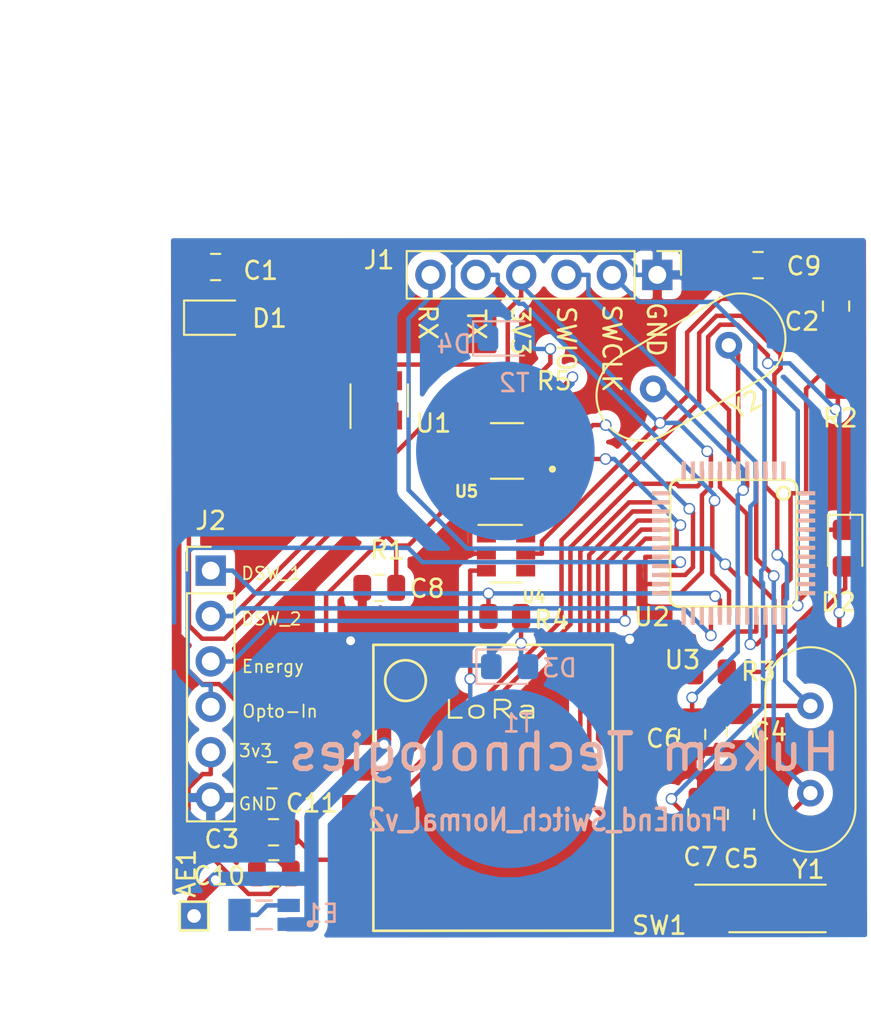
<source format=kicad_pcb>
(kicad_pcb (version 20171130) (host pcbnew 5.1.7-a382d34a8~88~ubuntu18.04.1)

  (general
    (thickness 1.6)
    (drawings 21)
    (tracks 451)
    (zones 0)
    (modules 34)
    (nets 60)
  )

  (page A4)
  (layers
    (0 F.Cu signal)
    (31 B.Cu signal)
    (32 B.Adhes user)
    (33 F.Adhes user)
    (34 B.Paste user)
    (35 F.Paste user)
    (36 B.SilkS user)
    (37 F.SilkS user)
    (38 B.Mask user)
    (39 F.Mask user)
    (40 Dwgs.User user)
    (41 Cmts.User user)
    (42 Eco1.User user)
    (43 Eco2.User user)
    (44 Edge.Cuts user)
    (45 Margin user)
    (46 B.CrtYd user)
    (47 F.CrtYd user)
    (48 B.Fab user)
    (49 F.Fab user)
  )

  (setup
    (last_trace_width 0.25)
    (trace_clearance 0.25)
    (zone_clearance 0.508)
    (zone_45_only no)
    (trace_min 0.2)
    (via_size 0.65)
    (via_drill 0.5)
    (via_min_size 0.4)
    (via_min_drill 0.3)
    (user_via 0.65 0.5)
    (uvia_size 0.65)
    (uvia_drill 0.5)
    (uvias_allowed no)
    (uvia_min_size 0.2)
    (uvia_min_drill 0.1)
    (edge_width 0.1)
    (segment_width 0.3)
    (pcb_text_width 0.3)
    (pcb_text_size 1.5 1.5)
    (mod_edge_width 0.13)
    (mod_text_size 1 1)
    (mod_text_width 0.15)
    (pad_size 1.524 1.524)
    (pad_drill 0.762)
    (pad_to_mask_clearance 0.15)
    (aux_axis_origin 0 0)
    (visible_elements FFFFF77F)
    (pcbplotparams
      (layerselection 0x3f3ff_ffffffff)
      (usegerberextensions true)
      (usegerberattributes false)
      (usegerberadvancedattributes false)
      (creategerberjobfile true)
      (excludeedgelayer true)
      (linewidth 0.150000)
      (plotframeref false)
      (viasonmask false)
      (mode 1)
      (useauxorigin false)
      (hpglpennumber 1)
      (hpglpenspeed 20)
      (hpglpendiameter 15.000000)
      (psnegative false)
      (psa4output false)
      (plotreference true)
      (plotvalue false)
      (plotinvisibletext false)
      (padsonsilk false)
      (subtractmaskfromsilk false)
      (outputformat 1)
      (mirror false)
      (drillshape 0)
      (scaleselection 1)
      (outputdirectory "FrontEnd_HeavyDevice_v2_Gerber/"))
  )

  (net 0 "")
  (net 1 "Net-(AE1-Pad1)")
  (net 2 /5V)
  (net 3 /GND)
  (net 4 /VCC3V3)
  (net 5 /RESET)
  (net 6 /PC14)
  (net 7 /PC15)
  (net 8 /OSCIN)
  (net 9 /OSCOUT)
  (net 10 "Net-(D1-Pad2)")
  (net 11 "Net-(D2-Pad2)")
  (net 12 /RX0)
  (net 13 /TX0)
  (net 14 /SWIO)
  (net 15 /SWCLK)
  (net 16 /DSW_1)
  (net 17 /Opto_IN)
  (net 18 /Energy)
  (net 19 "Net-(R3-Pad2)")
  (net 20 "Net-(U1-Pad4)")
  (net 21 /NSS)
  (net 22 /Reset_Lora)
  (net 23 /DIO0)
  (net 24 "Net-(U2-Pad26)")
  (net 25 "Net-(U2-Pad27)")
  (net 26 "Net-(U2-Pad32)")
  (net 27 /SCK)
  (net 28 /MISO)
  (net 29 /MOSI)
  (net 30 "Net-(U2-Pad42)")
  (net 31 "Net-(U2-Pad43)")
  (net 32 "Net-(U2-Pad45)")
  (net 33 "Net-(U2-Pad46)")
  (net 34 /Touch_1)
  (net 35 "Net-(U3-Pad7)")
  (net 36 "Net-(U3-Pad8)")
  (net 37 "Net-(U3-Pad10)")
  (net 38 "Net-(U3-Pad11)")
  (net 39 "Net-(T1-Pad1)")
  (net 40 "Net-(U4-Pad4)")
  (net 41 "Net-(U4-Pad6)")
  (net 42 "Net-(D3-Pad2)")
  (net 43 "Net-(U2-Pad38)")
  (net 44 "Net-(U2-Pad1)")
  (net 45 "Net-(U2-Pad11)")
  (net 46 "Net-(U2-Pad12)")
  (net 47 "Net-(U2-Pad13)")
  (net 48 "Net-(U2-Pad39)")
  (net 49 "Net-(U2-Pad40)")
  (net 50 "Net-(U2-Pad41)")
  (net 51 "Net-(U2-Pad25)")
  (net 52 "Net-(U3-Pad6)")
  (net 53 "Net-(E1-Pad2)")
  (net 54 /DSW_2)
  (net 55 "Net-(D4-Pad2)")
  (net 56 "Net-(T2-Pad1)")
  (net 57 /Touch_2)
  (net 58 "Net-(U5-Pad6)")
  (net 59 "Net-(U5-Pad4)")

  (net_class Default "This is the default net class."
    (clearance 0.25)
    (trace_width 0.25)
    (via_dia 0.65)
    (via_drill 0.5)
    (uvia_dia 0.65)
    (uvia_drill 0.5)
    (diff_pair_width 0.2)
    (diff_pair_gap 0.2)
    (add_net /5V)
    (add_net /DIO0)
    (add_net /DSW_1)
    (add_net /DSW_2)
    (add_net /Energy)
    (add_net /GND)
    (add_net /MISO)
    (add_net /MOSI)
    (add_net /NSS)
    (add_net /OSCIN)
    (add_net /OSCOUT)
    (add_net /Opto_IN)
    (add_net /PC14)
    (add_net /PC15)
    (add_net /RESET)
    (add_net /RX0)
    (add_net /Reset_Lora)
    (add_net /SCK)
    (add_net /SWCLK)
    (add_net /SWIO)
    (add_net /TX0)
    (add_net /Touch_1)
    (add_net /Touch_2)
    (add_net /VCC3V3)
    (add_net "Net-(D1-Pad2)")
    (add_net "Net-(D2-Pad2)")
    (add_net "Net-(D3-Pad2)")
    (add_net "Net-(D4-Pad2)")
    (add_net "Net-(E1-Pad2)")
    (add_net "Net-(R3-Pad2)")
    (add_net "Net-(T1-Pad1)")
    (add_net "Net-(T2-Pad1)")
    (add_net "Net-(U1-Pad4)")
    (add_net "Net-(U2-Pad1)")
    (add_net "Net-(U2-Pad11)")
    (add_net "Net-(U2-Pad12)")
    (add_net "Net-(U2-Pad13)")
    (add_net "Net-(U2-Pad25)")
    (add_net "Net-(U2-Pad26)")
    (add_net "Net-(U2-Pad27)")
    (add_net "Net-(U2-Pad32)")
    (add_net "Net-(U2-Pad38)")
    (add_net "Net-(U2-Pad39)")
    (add_net "Net-(U2-Pad40)")
    (add_net "Net-(U2-Pad41)")
    (add_net "Net-(U2-Pad42)")
    (add_net "Net-(U2-Pad43)")
    (add_net "Net-(U2-Pad45)")
    (add_net "Net-(U2-Pad46)")
    (add_net "Net-(U3-Pad10)")
    (add_net "Net-(U3-Pad11)")
    (add_net "Net-(U3-Pad6)")
    (add_net "Net-(U3-Pad7)")
    (add_net "Net-(U3-Pad8)")
    (add_net "Net-(U4-Pad4)")
    (add_net "Net-(U4-Pad6)")
    (add_net "Net-(U5-Pad4)")
    (add_net "Net-(U5-Pad6)")
  )

  (net_class Antenna ""
    (clearance 0.25)
    (trace_width 0.8)
    (via_dia 0.65)
    (via_drill 0.5)
    (uvia_dia 0.65)
    (uvia_drill 0.5)
    (diff_pair_width 0.2)
    (diff_pair_gap 0.2)
    (add_net "Net-(AE1-Pad1)")
  )

  (module Custom_Libraries:TTP223_SOT95 (layer F.Cu) (tedit 618B6C14) (tstamp 618BAC10)
    (at 114.811 91.6864 180)
    (path /618C4A4A)
    (fp_text reference U5 (at 2.2733 -2.2606) (layer F.SilkS)
      (effects (font (size 0.64 0.64) (thickness 0.15)))
    )
    (fp_text value TTP223 (at 3.9624 2.7686) (layer F.Fab) hide
      (effects (font (size 0.64 0.64) (thickness 0.15)))
    )
    (fp_circle (center -2.54 -1.016) (end -2.44 -1.016) (layer F.Fab) (width 0.2))
    (fp_line (start 2.11 -1.8) (end -2.11 -1.8) (layer F.CrtYd) (width 0.05))
    (fp_line (start 2.11 1.8) (end 2.11 -1.8) (layer F.CrtYd) (width 0.05))
    (fp_line (start -2.11 1.8) (end 2.11 1.8) (layer F.CrtYd) (width 0.05))
    (fp_line (start -2.11 -1.8) (end -2.11 1.8) (layer F.CrtYd) (width 0.05))
    (fp_line (start 0.9 1.555) (end -0.9 1.555) (layer F.SilkS) (width 0.127))
    (fp_line (start 0.9 -1.555) (end -0.9 -1.555) (layer F.SilkS) (width 0.127))
    (fp_line (start 0.9 -1.55) (end -0.9 -1.55) (layer F.Fab) (width 0.127))
    (fp_line (start 0.9 1.55) (end 0.9 -1.55) (layer F.Fab) (width 0.127))
    (fp_line (start -0.9 1.55) (end 0.9 1.55) (layer F.Fab) (width 0.127))
    (fp_line (start -0.9 -1.55) (end -0.9 1.55) (layer F.Fab) (width 0.127))
    (fp_circle (center -2.54 -1.016) (end -2.44 -1.016) (layer F.SilkS) (width 0.2))
    (pad 6 smd roundrect (at 1.185 -0.95 180) (size 1.35 0.57) (layers F.Cu F.Paste F.Mask) (roundrect_rratio 0.34)
      (net 58 "Net-(U5-Pad6)"))
    (pad 5 smd roundrect (at 1.185 0 180) (size 1.35 0.57) (layers F.Cu F.Paste F.Mask) (roundrect_rratio 0.34)
      (net 4 /VCC3V3))
    (pad 4 smd roundrect (at 1.185 0.95 180) (size 1.35 0.57) (layers F.Cu F.Paste F.Mask) (roundrect_rratio 0.34)
      (net 59 "Net-(U5-Pad4)"))
    (pad 3 smd roundrect (at -1.185 0.95 180) (size 1.35 0.57) (layers F.Cu F.Paste F.Mask) (roundrect_rratio 0.34)
      (net 56 "Net-(T2-Pad1)"))
    (pad 2 smd roundrect (at -1.185 0 180) (size 1.35 0.57) (layers F.Cu F.Paste F.Mask) (roundrect_rratio 0.34)
      (net 3 /GND))
    (pad 1 smd roundrect (at -1.185 -0.95 180) (size 1.35 0.57) (layers F.Cu F.Paste F.Mask) (roundrect_rratio 0.34)
      (net 57 /Touch_2))
  )

  (module Diodes_SMD:D_0805_2012Metric_Pad1.15x1.40mm_HandSolder (layer B.Cu) (tedit 5F68FEF0) (tstamp 618BA940)
    (at 114.77 85.3897)
    (descr "Diode SMD 0805 (2012 Metric), square (rectangular) end terminal, IPC_7351 nominal, (Body size source: https://docs.google.com/spreadsheets/d/1BsfQQcO9C6DZCsRaXUlFlo91Tg2WpOkGARC1WS5S8t0/edit?usp=sharing), generated with kicad-footprint-generator")
    (tags "diode handsolder")
    (path /618C4B81)
    (attr smd)
    (fp_text reference D4 (at -2.92862 0.32258) (layer B.SilkS)
      (effects (font (size 1 1) (thickness 0.15)) (justify mirror))
    )
    (fp_text value LED (at 0 -1.65) (layer B.Fab) hide
      (effects (font (size 1 1) (thickness 0.15)) (justify mirror))
    )
    (fp_line (start 1.85 -0.95) (end -1.85 -0.95) (layer B.CrtYd) (width 0.05))
    (fp_line (start 1.85 0.95) (end 1.85 -0.95) (layer B.CrtYd) (width 0.05))
    (fp_line (start -1.85 0.95) (end 1.85 0.95) (layer B.CrtYd) (width 0.05))
    (fp_line (start -1.85 -0.95) (end -1.85 0.95) (layer B.CrtYd) (width 0.05))
    (fp_line (start -1.86 -0.96) (end 1 -0.96) (layer B.SilkS) (width 0.12))
    (fp_line (start -1.86 0.96) (end -1.86 -0.96) (layer B.SilkS) (width 0.12))
    (fp_line (start 1 0.96) (end -1.86 0.96) (layer B.SilkS) (width 0.12))
    (fp_line (start 1 -0.6) (end 1 0.6) (layer B.Fab) (width 0.1))
    (fp_line (start -1 -0.6) (end 1 -0.6) (layer B.Fab) (width 0.1))
    (fp_line (start -1 0.3) (end -1 -0.6) (layer B.Fab) (width 0.1))
    (fp_line (start -0.7 0.6) (end -1 0.3) (layer B.Fab) (width 0.1))
    (fp_line (start 1 0.6) (end -0.7 0.6) (layer B.Fab) (width 0.1))
    (fp_text user %R (at 0 0) (layer B.Fab) hide
      (effects (font (size 0.5 0.5) (thickness 0.08)) (justify mirror))
    )
    (pad 2 smd roundrect (at 1.025 0) (size 1.15 1.4) (layers B.Cu B.Paste B.Mask) (roundrect_rratio 0.217391)
      (net 55 "Net-(D4-Pad2)"))
    (pad 1 smd roundrect (at -1.025 0) (size 1.15 1.4) (layers B.Cu B.Paste B.Mask) (roundrect_rratio 0.217391)
      (net 3 /GND))
    (model ${KISYS3DMOD}/Diode_SMD.3dshapes/D_0805_2012Metric.wrl
      (at (xyz 0 0 0))
      (scale (xyz 1 1 1))
      (rotate (xyz 0 0 0))
    )
  )

  (module Diodes_SMD:D_0805_2012Metric_Pad1.15x1.40mm_HandSolder (layer B.Cu) (tedit 5F68FEF0) (tstamp 5F4B8FD7)
    (at 114.955 103.754)
    (descr "Diode SMD 0805 (2012 Metric), square (rectangular) end terminal, IPC_7351 nominal, (Body size source: https://docs.google.com/spreadsheets/d/1BsfQQcO9C6DZCsRaXUlFlo91Tg2WpOkGARC1WS5S8t0/edit?usp=sharing), generated with kicad-footprint-generator")
    (tags "diode handsolder")
    (path /5F4C8627)
    (attr smd)
    (fp_text reference D3 (at 2.79146 0.08128) (layer B.SilkS)
      (effects (font (size 1 1) (thickness 0.15)) (justify mirror))
    )
    (fp_text value LED (at 0 -1.65) (layer B.Fab) hide
      (effects (font (size 1 1) (thickness 0.15)) (justify mirror))
    )
    (fp_line (start 1.85 -0.95) (end -1.85 -0.95) (layer B.CrtYd) (width 0.05))
    (fp_line (start 1.85 0.95) (end 1.85 -0.95) (layer B.CrtYd) (width 0.05))
    (fp_line (start -1.85 0.95) (end 1.85 0.95) (layer B.CrtYd) (width 0.05))
    (fp_line (start -1.85 -0.95) (end -1.85 0.95) (layer B.CrtYd) (width 0.05))
    (fp_line (start -1.86 -0.96) (end 1 -0.96) (layer B.SilkS) (width 0.12))
    (fp_line (start -1.86 0.96) (end -1.86 -0.96) (layer B.SilkS) (width 0.12))
    (fp_line (start 1 0.96) (end -1.86 0.96) (layer B.SilkS) (width 0.12))
    (fp_line (start 1 -0.6) (end 1 0.6) (layer B.Fab) (width 0.1))
    (fp_line (start -1 -0.6) (end 1 -0.6) (layer B.Fab) (width 0.1))
    (fp_line (start -1 0.3) (end -1 -0.6) (layer B.Fab) (width 0.1))
    (fp_line (start -0.7 0.6) (end -1 0.3) (layer B.Fab) (width 0.1))
    (fp_line (start 1 0.6) (end -0.7 0.6) (layer B.Fab) (width 0.1))
    (fp_text user %R (at 0 0) (layer B.Fab) hide
      (effects (font (size 0.5 0.5) (thickness 0.08)) (justify mirror))
    )
    (pad 2 smd roundrect (at 1.025 0) (size 1.15 1.4) (layers B.Cu B.Paste B.Mask) (roundrect_rratio 0.217391)
      (net 42 "Net-(D3-Pad2)"))
    (pad 1 smd roundrect (at -1.025 0) (size 1.15 1.4) (layers B.Cu B.Paste B.Mask) (roundrect_rratio 0.217391)
      (net 3 /GND))
    (model ${KISYS3DMOD}/Diode_SMD.3dshapes/D_0805_2012Metric.wrl
      (at (xyz 0 0 0))
      (scale (xyz 1 1 1))
      (rotate (xyz 0 0 0))
    )
  )

  (module Diodes_SMD:D_0805_2012Metric_Pad1.15x1.40mm_HandSolder (layer F.Cu) (tedit 5F68FEF0) (tstamp 5F48792B)
    (at 133.744 97.1181 270)
    (descr "Diode SMD 0805 (2012 Metric), square (rectangular) end terminal, IPC_7351 nominal, (Body size source: https://docs.google.com/spreadsheets/d/1BsfQQcO9C6DZCsRaXUlFlo91Tg2WpOkGARC1WS5S8t0/edit?usp=sharing), generated with kicad-footprint-generator")
    (tags "diode handsolder")
    (path /5F741814)
    (attr smd)
    (fp_text reference D2 (at 3.0226 0.37846 180) (layer F.SilkS)
      (effects (font (size 1 1) (thickness 0.15)))
    )
    (fp_text value LED (at 0 1.65 90) (layer F.Fab) hide
      (effects (font (size 1 1) (thickness 0.15)))
    )
    (fp_line (start 1.85 0.95) (end -1.85 0.95) (layer F.CrtYd) (width 0.05))
    (fp_line (start 1.85 -0.95) (end 1.85 0.95) (layer F.CrtYd) (width 0.05))
    (fp_line (start -1.85 -0.95) (end 1.85 -0.95) (layer F.CrtYd) (width 0.05))
    (fp_line (start -1.85 0.95) (end -1.85 -0.95) (layer F.CrtYd) (width 0.05))
    (fp_line (start -1.86 0.96) (end 1 0.96) (layer F.SilkS) (width 0.12))
    (fp_line (start -1.86 -0.96) (end -1.86 0.96) (layer F.SilkS) (width 0.12))
    (fp_line (start 1 -0.96) (end -1.86 -0.96) (layer F.SilkS) (width 0.12))
    (fp_line (start 1 0.6) (end 1 -0.6) (layer F.Fab) (width 0.1))
    (fp_line (start -1 0.6) (end 1 0.6) (layer F.Fab) (width 0.1))
    (fp_line (start -1 -0.3) (end -1 0.6) (layer F.Fab) (width 0.1))
    (fp_line (start -0.7 -0.6) (end -1 -0.3) (layer F.Fab) (width 0.1))
    (fp_line (start 1 -0.6) (end -0.7 -0.6) (layer F.Fab) (width 0.1))
    (fp_text user %R (at 0 0 90) (layer F.Fab) hide
      (effects (font (size 0.5 0.5) (thickness 0.08)))
    )
    (pad 2 smd roundrect (at 1.025 0 270) (size 1.15 1.4) (layers F.Cu F.Paste F.Mask) (roundrect_rratio 0.217391)
      (net 11 "Net-(D2-Pad2)"))
    (pad 1 smd roundrect (at -1.025 0 270) (size 1.15 1.4) (layers F.Cu F.Paste F.Mask) (roundrect_rratio 0.217391)
      (net 3 /GND))
    (model ${KISYS3DMOD}/Diode_SMD.3dshapes/D_0805_2012Metric.wrl
      (at (xyz 0 0 0))
      (scale (xyz 1 1 1))
      (rotate (xyz 0 0 0))
    )
  )

  (module Diodes_SMD:D_0805_2012Metric_Pad1.15x1.40mm_HandSolder (layer F.Cu) (tedit 5F68FEF0) (tstamp 5F487913)
    (at 98.585 84.2289)
    (descr "Diode SMD 0805 (2012 Metric), square (rectangular) end terminal, IPC_7351 nominal, (Body size source: https://docs.google.com/spreadsheets/d/1BsfQQcO9C6DZCsRaXUlFlo91Tg2WpOkGARC1WS5S8t0/edit?usp=sharing), generated with kicad-footprint-generator")
    (tags "diode handsolder")
    (path /5F13F264)
    (attr smd)
    (fp_text reference D1 (at 2.92608 0.04064) (layer F.SilkS)
      (effects (font (size 1 1) (thickness 0.15)))
    )
    (fp_text value LED (at 0 1.65) (layer F.Fab) hide
      (effects (font (size 1 1) (thickness 0.15)))
    )
    (fp_line (start 1.85 0.95) (end -1.85 0.95) (layer F.CrtYd) (width 0.05))
    (fp_line (start 1.85 -0.95) (end 1.85 0.95) (layer F.CrtYd) (width 0.05))
    (fp_line (start -1.85 -0.95) (end 1.85 -0.95) (layer F.CrtYd) (width 0.05))
    (fp_line (start -1.85 0.95) (end -1.85 -0.95) (layer F.CrtYd) (width 0.05))
    (fp_line (start -1.86 0.96) (end 1 0.96) (layer F.SilkS) (width 0.12))
    (fp_line (start -1.86 -0.96) (end -1.86 0.96) (layer F.SilkS) (width 0.12))
    (fp_line (start 1 -0.96) (end -1.86 -0.96) (layer F.SilkS) (width 0.12))
    (fp_line (start 1 0.6) (end 1 -0.6) (layer F.Fab) (width 0.1))
    (fp_line (start -1 0.6) (end 1 0.6) (layer F.Fab) (width 0.1))
    (fp_line (start -1 -0.3) (end -1 0.6) (layer F.Fab) (width 0.1))
    (fp_line (start -0.7 -0.6) (end -1 -0.3) (layer F.Fab) (width 0.1))
    (fp_line (start 1 -0.6) (end -0.7 -0.6) (layer F.Fab) (width 0.1))
    (fp_text user %R (at -0.03594 0.15494) (layer F.Fab) hide
      (effects (font (size 0.5 0.5) (thickness 0.08)))
    )
    (pad 2 smd roundrect (at 1.025 0) (size 1.15 1.4) (layers F.Cu F.Paste F.Mask) (roundrect_rratio 0.217391)
      (net 10 "Net-(D1-Pad2)"))
    (pad 1 smd roundrect (at -1.025 0) (size 1.15 1.4) (layers F.Cu F.Paste F.Mask) (roundrect_rratio 0.217391)
      (net 3 /GND))
    (model ${KISYS3DMOD}/Diode_SMD.3dshapes/D_0805_2012Metric.wrl
      (at (xyz 0 0 0))
      (scale (xyz 1 1 1))
      (rotate (xyz 0 0 0))
    )
  )

  (module Custom_Libraries:Touch_Pad (layer B.Cu) (tedit 5F487CA3) (tstamp 618B5904)
    (at 114.717 91.6864)
    (path /618C4B42)
    (fp_text reference T2 (at 0.5 -3.81) (layer B.SilkS)
      (effects (font (size 1 1) (thickness 0.15)) (justify mirror))
    )
    (fp_text value Touch_Pad (at 0 0.5) (layer B.Fab)
      (effects (font (size 1 1) (thickness 0.15)) (justify mirror))
    )
    (pad 1 smd circle (at 0 0) (size 10 10) (layers B.Cu B.Paste B.Mask)
      (net 56 "Net-(T2-Pad1)"))
  )

  (module Resistors_SMD:R_0805_2012Metric (layer F.Cu) (tedit 614E2261) (tstamp 618B5863)
    (at 114.849 88.2523 180)
    (descr "Resistor SMD 0805 (2012 Metric), square (rectangular) end terminal, IPC_7351 nominal, (Body size source: IPC-SM-782 page 72, https://www.pcb-3d.com/wordpress/wp-content/uploads/ipc-sm-782a_amendment_1_and_2.pdf), generated with kicad-footprint-generator")
    (tags resistor)
    (path /618C4B77)
    (attr smd)
    (fp_text reference R5 (at -2.59652 0.48006) (layer F.SilkS)
      (effects (font (size 1 1) (thickness 0.15)))
    )
    (fp_text value "510 R" (at 0 1.65) (layer F.Fab) hide
      (effects (font (size 1 1) (thickness 0.15)))
    )
    (fp_line (start -1 0.625) (end -1 -0.625) (layer F.Fab) (width 0.1))
    (fp_line (start -1 -0.625) (end 1 -0.625) (layer F.Fab) (width 0.1))
    (fp_line (start 1 -0.625) (end 1 0.625) (layer F.Fab) (width 0.1))
    (fp_line (start 1 0.625) (end -1 0.625) (layer F.Fab) (width 0.1))
    (fp_line (start -1.68 0.95) (end -1.68 -0.95) (layer F.CrtYd) (width 0.05))
    (fp_line (start -1.68 -0.95) (end 1.68 -0.95) (layer F.CrtYd) (width 0.05))
    (fp_line (start 1.68 -0.95) (end 1.68 0.95) (layer F.CrtYd) (width 0.05))
    (fp_line (start 1.68 0.95) (end -1.68 0.95) (layer F.CrtYd) (width 0.05))
    (fp_text user %R (at 0.36724 1.93066) (layer F.Fab) hide
      (effects (font (size 0.5 0.5) (thickness 0.08)))
    )
    (pad 2 smd roundrect (at 0.9125 0 180) (size 1.025 1.4) (layers F.Cu F.Paste F.Mask) (roundrect_rratio 0.243902)
      (net 54 /DSW_2))
    (pad 1 smd roundrect (at -0.9125 0 180) (size 1.025 1.4) (layers F.Cu F.Paste F.Mask) (roundrect_rratio 0.243902)
      (net 55 "Net-(D4-Pad2)"))
    (model ${KISYS3DMOD}/Resistor_SMD.3dshapes/R_0805_2012Metric.wrl
      (at (xyz 0 0 0))
      (scale (xyz 1 1 1))
      (rotate (xyz 0 0 0))
    )
  )

  (module Resistors_SMD:R_0805_2012Metric (layer F.Cu) (tedit 614E2261) (tstamp 5F4B90AD)
    (at 114.684 100.945 180)
    (descr "Resistor SMD 0805 (2012 Metric), square (rectangular) end terminal, IPC_7351 nominal, (Body size source: IPC-SM-782 page 72, https://www.pcb-3d.com/wordpress/wp-content/uploads/ipc-sm-782a_amendment_1_and_2.pdf), generated with kicad-footprint-generator")
    (tags resistor)
    (path /5F4C861D)
    (attr smd)
    (fp_text reference R4 (at -2.62064 -0.19304) (layer F.SilkS)
      (effects (font (size 1 1) (thickness 0.15)))
    )
    (fp_text value "510 R" (at 0 1.65) (layer F.Fab) hide
      (effects (font (size 1 1) (thickness 0.15)))
    )
    (fp_line (start -1 0.625) (end -1 -0.625) (layer F.Fab) (width 0.1))
    (fp_line (start -1 -0.625) (end 1 -0.625) (layer F.Fab) (width 0.1))
    (fp_line (start 1 -0.625) (end 1 0.625) (layer F.Fab) (width 0.1))
    (fp_line (start 1 0.625) (end -1 0.625) (layer F.Fab) (width 0.1))
    (fp_line (start -1.68 0.95) (end -1.68 -0.95) (layer F.CrtYd) (width 0.05))
    (fp_line (start -1.68 -0.95) (end 1.68 -0.95) (layer F.CrtYd) (width 0.05))
    (fp_line (start 1.68 -0.95) (end 1.68 0.95) (layer F.CrtYd) (width 0.05))
    (fp_line (start 1.68 0.95) (end -1.68 0.95) (layer F.CrtYd) (width 0.05))
    (fp_text user %R (at -0.06908 0.43394) (layer F.Fab) hide
      (effects (font (size 0.5 0.5) (thickness 0.08)))
    )
    (pad 2 smd roundrect (at 0.9125 0 180) (size 1.025 1.4) (layers F.Cu F.Paste F.Mask) (roundrect_rratio 0.243902)
      (net 16 /DSW_1))
    (pad 1 smd roundrect (at -0.9125 0 180) (size 1.025 1.4) (layers F.Cu F.Paste F.Mask) (roundrect_rratio 0.243902)
      (net 42 "Net-(D3-Pad2)"))
    (model ${KISYS3DMOD}/Resistor_SMD.3dshapes/R_0805_2012Metric.wrl
      (at (xyz 0 0 0))
      (scale (xyz 1 1 1))
      (rotate (xyz 0 0 0))
    )
  )

  (module Resistors_SMD:R_0805_2012Metric (layer F.Cu) (tedit 614E2261) (tstamp 5F487995)
    (at 126.2 104.049 180)
    (descr "Resistor SMD 0805 (2012 Metric), square (rectangular) end terminal, IPC_7351 nominal, (Body size source: IPC-SM-782 page 72, https://www.pcb-3d.com/wordpress/wp-content/uploads/ipc-sm-782a_amendment_1_and_2.pdf), generated with kicad-footprint-generator")
    (tags resistor)
    (path /5F74180A)
    (attr smd)
    (fp_text reference R3 (at -2.68472 0.0168) (layer F.SilkS)
      (effects (font (size 1 1) (thickness 0.15)))
    )
    (fp_text value "510 R" (at 0 1.65) (layer F.Fab) hide
      (effects (font (size 1 1) (thickness 0.15)))
    )
    (fp_line (start -1 0.625) (end -1 -0.625) (layer F.Fab) (width 0.1))
    (fp_line (start -1 -0.625) (end 1 -0.625) (layer F.Fab) (width 0.1))
    (fp_line (start 1 -0.625) (end 1 0.625) (layer F.Fab) (width 0.1))
    (fp_line (start 1 0.625) (end -1 0.625) (layer F.Fab) (width 0.1))
    (fp_line (start -1.68 0.95) (end -1.68 -0.95) (layer F.CrtYd) (width 0.05))
    (fp_line (start -1.68 -0.95) (end 1.68 -0.95) (layer F.CrtYd) (width 0.05))
    (fp_line (start 1.68 -0.95) (end 1.68 0.95) (layer F.CrtYd) (width 0.05))
    (fp_line (start 1.68 0.95) (end -1.68 0.95) (layer F.CrtYd) (width 0.05))
    (fp_text user %R (at 0 0) (layer F.Fab)
      (effects (font (size 0.5 0.5) (thickness 0.08)))
    )
    (pad 2 smd roundrect (at 0.9125 0 180) (size 1.025 1.4) (layers F.Cu F.Paste F.Mask) (roundrect_rratio 0.243902)
      (net 19 "Net-(R3-Pad2)"))
    (pad 1 smd roundrect (at -0.9125 0 180) (size 1.025 1.4) (layers F.Cu F.Paste F.Mask) (roundrect_rratio 0.243902)
      (net 11 "Net-(D2-Pad2)"))
    (model ${KISYS3DMOD}/Resistor_SMD.3dshapes/R_0805_2012Metric.wrl
      (at (xyz 0 0 0))
      (scale (xyz 1 1 1))
      (rotate (xyz 0 0 0))
    )
  )

  (module Resistors_SMD:R_0805_2012Metric (layer F.Cu) (tedit 614E2261) (tstamp 5F487984)
    (at 133.332 87.3436 270)
    (descr "Resistor SMD 0805 (2012 Metric), square (rectangular) end terminal, IPC_7351 nominal, (Body size source: IPC-SM-782 page 72, https://www.pcb-3d.com/wordpress/wp-content/uploads/ipc-sm-782a_amendment_1_and_2.pdf), generated with kicad-footprint-generator")
    (tags resistor)
    (path /5F12CF37)
    (attr smd)
    (fp_text reference R2 (at 2.50444 -0.13208 180) (layer F.SilkS)
      (effects (font (size 1 1) (thickness 0.15)))
    )
    (fp_text value 10K (at 0 1.65 90) (layer F.Fab) hide
      (effects (font (size 1 1) (thickness 0.15)))
    )
    (fp_line (start -1 0.625) (end -1 -0.625) (layer F.Fab) (width 0.1))
    (fp_line (start -1 -0.625) (end 1 -0.625) (layer F.Fab) (width 0.1))
    (fp_line (start 1 -0.625) (end 1 0.625) (layer F.Fab) (width 0.1))
    (fp_line (start 1 0.625) (end -1 0.625) (layer F.Fab) (width 0.1))
    (fp_line (start -1.68 0.95) (end -1.68 -0.95) (layer F.CrtYd) (width 0.05))
    (fp_line (start -1.68 -0.95) (end 1.68 -0.95) (layer F.CrtYd) (width 0.05))
    (fp_line (start 1.68 -0.95) (end 1.68 0.95) (layer F.CrtYd) (width 0.05))
    (fp_line (start 1.68 0.95) (end -1.68 0.95) (layer F.CrtYd) (width 0.05))
    (fp_text user %R (at 0 0 90) (layer F.Fab) hide
      (effects (font (size 0.5 0.5) (thickness 0.08)))
    )
    (pad 2 smd roundrect (at 0.9125 0 270) (size 1.025 1.4) (layers F.Cu F.Paste F.Mask) (roundrect_rratio 0.243902)
      (net 5 /RESET))
    (pad 1 smd roundrect (at -0.9125 0 270) (size 1.025 1.4) (layers F.Cu F.Paste F.Mask) (roundrect_rratio 0.243902)
      (net 4 /VCC3V3))
    (model ${KISYS3DMOD}/Resistor_SMD.3dshapes/R_0805_2012Metric.wrl
      (at (xyz 0 0 0))
      (scale (xyz 1 1 1))
      (rotate (xyz 0 0 0))
    )
  )

  (module Resistors_SMD:R_0805_2012Metric (layer F.Cu) (tedit 614E2261) (tstamp 5F487973)
    (at 108.123 95.5853 180)
    (descr "Resistor SMD 0805 (2012 Metric), square (rectangular) end terminal, IPC_7351 nominal, (Body size source: IPC-SM-782 page 72, https://www.pcb-3d.com/wordpress/wp-content/uploads/ipc-sm-782a_amendment_1_and_2.pdf), generated with kicad-footprint-generator")
    (tags resistor)
    (path /5F141954)
    (attr smd)
    (fp_text reference R1 (at 0 -1.65) (layer F.SilkS)
      (effects (font (size 1 1) (thickness 0.15)))
    )
    (fp_text value "510 R" (at 0 1.65) (layer F.Fab) hide
      (effects (font (size 1 1) (thickness 0.15)))
    )
    (fp_line (start -1 0.625) (end -1 -0.625) (layer F.Fab) (width 0.1))
    (fp_line (start -1 -0.625) (end 1 -0.625) (layer F.Fab) (width 0.1))
    (fp_line (start 1 -0.625) (end 1 0.625) (layer F.Fab) (width 0.1))
    (fp_line (start 1 0.625) (end -1 0.625) (layer F.Fab) (width 0.1))
    (fp_line (start -1.68 0.95) (end -1.68 -0.95) (layer F.CrtYd) (width 0.05))
    (fp_line (start -1.68 -0.95) (end 1.68 -0.95) (layer F.CrtYd) (width 0.05))
    (fp_line (start 1.68 -0.95) (end 1.68 0.95) (layer F.CrtYd) (width 0.05))
    (fp_line (start 1.68 0.95) (end -1.68 0.95) (layer F.CrtYd) (width 0.05))
    (fp_text user %R (at 0 0) (layer F.Fab) hide
      (effects (font (size 0.5 0.5) (thickness 0.08)))
    )
    (pad 2 smd roundrect (at 0.9125 0 180) (size 1.025 1.4) (layers F.Cu F.Paste F.Mask) (roundrect_rratio 0.243902)
      (net 4 /VCC3V3))
    (pad 1 smd roundrect (at -0.9125 0 180) (size 1.025 1.4) (layers F.Cu F.Paste F.Mask) (roundrect_rratio 0.243902)
      (net 10 "Net-(D1-Pad2)"))
    (model ${KISYS3DMOD}/Resistor_SMD.3dshapes/R_0805_2012Metric.wrl
      (at (xyz 0 0 0))
      (scale (xyz 1 1 1))
      (rotate (xyz 0 0 0))
    )
  )

  (module Capacitors_SMD:C_0805_2012Metric (layer F.Cu) (tedit 5F68FEEE) (tstamp 618B571D)
    (at 101.658 109.832)
    (descr "Capacitor SMD 0805 (2012 Metric), square (rectangular) end terminal, IPC_7351 nominal, (Body size source: IPC-SM-782 page 76, https://www.pcb-3d.com/wordpress/wp-content/uploads/ipc-sm-782a_amendment_1_and_2.pdf, https://docs.google.com/spreadsheets/d/1BsfQQcO9C6DZCsRaXUlFlo91Tg2WpOkGARC1WS5S8t0/edit?usp=sharing), generated with kicad-footprint-generator")
    (tags capacitor)
    (path /618C4B5A)
    (attr smd)
    (fp_text reference C11 (at 2.21022 1.56224) (layer F.SilkS)
      (effects (font (size 1 1) (thickness 0.15)))
    )
    (fp_text value 10uf (at 0 1.68) (layer F.Fab) hide
      (effects (font (size 1 1) (thickness 0.15)))
    )
    (fp_line (start 1.7 0.98) (end -1.7 0.98) (layer F.CrtYd) (width 0.05))
    (fp_line (start 1.7 -0.98) (end 1.7 0.98) (layer F.CrtYd) (width 0.05))
    (fp_line (start -1.7 -0.98) (end 1.7 -0.98) (layer F.CrtYd) (width 0.05))
    (fp_line (start -1.7 0.98) (end -1.7 -0.98) (layer F.CrtYd) (width 0.05))
    (fp_line (start -0.261252 0.735) (end 0.261252 0.735) (layer F.SilkS) (width 0.12))
    (fp_line (start -0.261252 -0.735) (end 0.261252 -0.735) (layer F.SilkS) (width 0.12))
    (fp_line (start 1 0.625) (end -1 0.625) (layer F.Fab) (width 0.1))
    (fp_line (start 1 -0.625) (end 1 0.625) (layer F.Fab) (width 0.1))
    (fp_line (start -1 -0.625) (end 1 -0.625) (layer F.Fab) (width 0.1))
    (fp_line (start -1 0.625) (end -1 -0.625) (layer F.Fab) (width 0.1))
    (fp_text user %R (at 0 0) (layer F.Fab) hide
      (effects (font (size 0.5 0.5) (thickness 0.08)))
    )
    (pad 2 smd roundrect (at 0.95 0) (size 1 1.45) (layers F.Cu F.Paste F.Mask) (roundrect_rratio 0.25)
      (net 4 /VCC3V3))
    (pad 1 smd roundrect (at -0.95 0) (size 1 1.45) (layers F.Cu F.Paste F.Mask) (roundrect_rratio 0.25)
      (net 3 /GND))
    (model ${KISYS3DMOD}/Capacitor_SMD.3dshapes/C_0805_2012Metric.wrl
      (at (xyz 0 0 0))
      (scale (xyz 1 1 1))
      (rotate (xyz 0 0 0))
    )
  )

  (module Capacitors_SMD:C_0805_2012Metric (layer F.Cu) (tedit 5F68FEEE) (tstamp 618B570C)
    (at 101.755 115.319)
    (descr "Capacitor SMD 0805 (2012 Metric), square (rectangular) end terminal, IPC_7351 nominal, (Body size source: IPC-SM-782 page 76, https://www.pcb-3d.com/wordpress/wp-content/uploads/ipc-sm-782a_amendment_1_and_2.pdf, https://docs.google.com/spreadsheets/d/1BsfQQcO9C6DZCsRaXUlFlo91Tg2WpOkGARC1WS5S8t0/edit?usp=sharing), generated with kicad-footprint-generator")
    (tags capacitor)
    (path /618C4B50)
    (attr smd)
    (fp_text reference C10 (at -3.0607 0.14478) (layer F.SilkS)
      (effects (font (size 1 1) (thickness 0.15)))
    )
    (fp_text value "100 nf" (at 0 1.68) (layer F.Fab) hide
      (effects (font (size 1 1) (thickness 0.15)))
    )
    (fp_line (start 1.7 0.98) (end -1.7 0.98) (layer F.CrtYd) (width 0.05))
    (fp_line (start 1.7 -0.98) (end 1.7 0.98) (layer F.CrtYd) (width 0.05))
    (fp_line (start -1.7 -0.98) (end 1.7 -0.98) (layer F.CrtYd) (width 0.05))
    (fp_line (start -1.7 0.98) (end -1.7 -0.98) (layer F.CrtYd) (width 0.05))
    (fp_line (start -0.261252 0.735) (end 0.261252 0.735) (layer F.SilkS) (width 0.12))
    (fp_line (start -0.261252 -0.735) (end 0.261252 -0.735) (layer F.SilkS) (width 0.12))
    (fp_line (start 1 0.625) (end -1 0.625) (layer F.Fab) (width 0.1))
    (fp_line (start 1 -0.625) (end 1 0.625) (layer F.Fab) (width 0.1))
    (fp_line (start -1 -0.625) (end 1 -0.625) (layer F.Fab) (width 0.1))
    (fp_line (start -1 0.625) (end -1 -0.625) (layer F.Fab) (width 0.1))
    (fp_text user %R (at 0 0) (layer F.Fab) hide
      (effects (font (size 0.5 0.5) (thickness 0.08)))
    )
    (pad 2 smd roundrect (at 0.95 0) (size 1 1.45) (layers F.Cu F.Paste F.Mask) (roundrect_rratio 0.25)
      (net 4 /VCC3V3))
    (pad 1 smd roundrect (at -0.95 0) (size 1 1.45) (layers F.Cu F.Paste F.Mask) (roundrect_rratio 0.25)
      (net 3 /GND))
    (model ${KISYS3DMOD}/Capacitor_SMD.3dshapes/C_0805_2012Metric.wrl
      (at (xyz 0 0 0))
      (scale (xyz 1 1 1))
      (rotate (xyz 0 0 0))
    )
  )

  (module Capacitors_SMD:C_0805_2012Metric (layer F.Cu) (tedit 5F68FEEE) (tstamp 5F4878C8)
    (at 128.867 81.2876)
    (descr "Capacitor SMD 0805 (2012 Metric), square (rectangular) end terminal, IPC_7351 nominal, (Body size source: IPC-SM-782 page 76, https://www.pcb-3d.com/wordpress/wp-content/uploads/ipc-sm-782a_amendment_1_and_2.pdf, https://docs.google.com/spreadsheets/d/1BsfQQcO9C6DZCsRaXUlFlo91Tg2WpOkGARC1WS5S8t0/edit?usp=sharing), generated with kicad-footprint-generator")
    (tags capacitor)
    (path /5F160C6F)
    (attr smd)
    (fp_text reference C9 (at 2.5656 0.05846) (layer F.SilkS)
      (effects (font (size 1 1) (thickness 0.15)))
    )
    (fp_text value 10uf (at 0 1.68) (layer F.Fab) hide
      (effects (font (size 1 1) (thickness 0.15)))
    )
    (fp_line (start 1.7 0.98) (end -1.7 0.98) (layer F.CrtYd) (width 0.05))
    (fp_line (start 1.7 -0.98) (end 1.7 0.98) (layer F.CrtYd) (width 0.05))
    (fp_line (start -1.7 -0.98) (end 1.7 -0.98) (layer F.CrtYd) (width 0.05))
    (fp_line (start -1.7 0.98) (end -1.7 -0.98) (layer F.CrtYd) (width 0.05))
    (fp_line (start -0.261252 0.735) (end 0.261252 0.735) (layer F.SilkS) (width 0.12))
    (fp_line (start -0.261252 -0.735) (end 0.261252 -0.735) (layer F.SilkS) (width 0.12))
    (fp_line (start 1 0.625) (end -1 0.625) (layer F.Fab) (width 0.1))
    (fp_line (start 1 -0.625) (end 1 0.625) (layer F.Fab) (width 0.1))
    (fp_line (start -1 -0.625) (end 1 -0.625) (layer F.Fab) (width 0.1))
    (fp_line (start -1 0.625) (end -1 -0.625) (layer F.Fab) (width 0.1))
    (fp_text user %R (at 0 0) (layer F.Fab) hide
      (effects (font (size 0.5 0.5) (thickness 0.08)))
    )
    (pad 2 smd roundrect (at 0.95 0) (size 1 1.45) (layers F.Cu F.Paste F.Mask) (roundrect_rratio 0.25)
      (net 4 /VCC3V3))
    (pad 1 smd roundrect (at -0.95 0) (size 1 1.45) (layers F.Cu F.Paste F.Mask) (roundrect_rratio 0.25)
      (net 3 /GND))
    (model ${KISYS3DMOD}/Capacitor_SMD.3dshapes/C_0805_2012Metric.wrl
      (at (xyz 0 0 0))
      (scale (xyz 1 1 1))
      (rotate (xyz 0 0 0))
    )
  )

  (module Capacitors_SMD:C_0805_2012Metric (layer F.Cu) (tedit 5F68FEEE) (tstamp 5F487884)
    (at 107.655 99.3445)
    (descr "Capacitor SMD 0805 (2012 Metric), square (rectangular) end terminal, IPC_7351 nominal, (Body size source: IPC-SM-782 page 76, https://www.pcb-3d.com/wordpress/wp-content/uploads/ipc-sm-782a_amendment_1_and_2.pdf, https://docs.google.com/spreadsheets/d/1BsfQQcO9C6DZCsRaXUlFlo91Tg2WpOkGARC1WS5S8t0/edit?usp=sharing), generated with kicad-footprint-generator")
    (tags capacitor)
    (path /5F15F0AC)
    (attr smd)
    (fp_text reference C8 (at 2.68478 0.04064) (layer F.SilkS)
      (effects (font (size 1 1) (thickness 0.15)))
    )
    (fp_text value "100 nf" (at 0 1.68) (layer F.Fab) hide
      (effects (font (size 1 1) (thickness 0.15)))
    )
    (fp_line (start 1.7 0.98) (end -1.7 0.98) (layer F.CrtYd) (width 0.05))
    (fp_line (start 1.7 -0.98) (end 1.7 0.98) (layer F.CrtYd) (width 0.05))
    (fp_line (start -1.7 -0.98) (end 1.7 -0.98) (layer F.CrtYd) (width 0.05))
    (fp_line (start -1.7 0.98) (end -1.7 -0.98) (layer F.CrtYd) (width 0.05))
    (fp_line (start -0.261252 0.735) (end 0.261252 0.735) (layer F.SilkS) (width 0.12))
    (fp_line (start -0.261252 -0.735) (end 0.261252 -0.735) (layer F.SilkS) (width 0.12))
    (fp_line (start 1 0.625) (end -1 0.625) (layer F.Fab) (width 0.1))
    (fp_line (start 1 -0.625) (end 1 0.625) (layer F.Fab) (width 0.1))
    (fp_line (start -1 -0.625) (end 1 -0.625) (layer F.Fab) (width 0.1))
    (fp_line (start -1 0.625) (end -1 -0.625) (layer F.Fab) (width 0.1))
    (fp_text user %R (at 0 0) (layer F.Fab) hide
      (effects (font (size 0.5 0.5) (thickness 0.08)))
    )
    (pad 2 smd roundrect (at 0.95 0) (size 1 1.45) (layers F.Cu F.Paste F.Mask) (roundrect_rratio 0.25)
      (net 4 /VCC3V3))
    (pad 1 smd roundrect (at -0.95 0) (size 1 1.45) (layers F.Cu F.Paste F.Mask) (roundrect_rratio 0.25)
      (net 3 /GND))
    (model ${KISYS3DMOD}/Capacitor_SMD.3dshapes/C_0805_2012Metric.wrl
      (at (xyz 0 0 0))
      (scale (xyz 1 1 1))
      (rotate (xyz 0 0 0))
    )
  )

  (module Capacitors_SMD:C_0805_2012Metric (layer F.Cu) (tedit 5F68FEEE) (tstamp 5F487873)
    (at 125.7 111.984 90)
    (descr "Capacitor SMD 0805 (2012 Metric), square (rectangular) end terminal, IPC_7351 nominal, (Body size source: IPC-SM-782 page 76, https://www.pcb-3d.com/wordpress/wp-content/uploads/ipc-sm-782a_amendment_1_and_2.pdf, https://docs.google.com/spreadsheets/d/1BsfQQcO9C6DZCsRaXUlFlo91Tg2WpOkGARC1WS5S8t0/edit?usp=sharing), generated with kicad-footprint-generator")
    (tags capacitor)
    (path /5F0E6674)
    (attr smd)
    (fp_text reference C7 (at -2.41252 -0.05128 180) (layer F.SilkS)
      (effects (font (size 1 1) (thickness 0.15)))
    )
    (fp_text value 20pf (at 0.00748 1.68 90) (layer F.Fab) hide
      (effects (font (size 1 1) (thickness 0.15)))
    )
    (fp_line (start 1.7 0.98) (end -1.7 0.98) (layer F.CrtYd) (width 0.05))
    (fp_line (start 1.7 -0.98) (end 1.7 0.98) (layer F.CrtYd) (width 0.05))
    (fp_line (start -1.7 -0.98) (end 1.7 -0.98) (layer F.CrtYd) (width 0.05))
    (fp_line (start -1.7 0.98) (end -1.7 -0.98) (layer F.CrtYd) (width 0.05))
    (fp_line (start -0.261252 0.735) (end 0.261252 0.735) (layer F.SilkS) (width 0.12))
    (fp_line (start -0.261252 -0.735) (end 0.261252 -0.735) (layer F.SilkS) (width 0.12))
    (fp_line (start 1 0.625) (end -1 0.625) (layer F.Fab) (width 0.1))
    (fp_line (start 1 -0.625) (end 1 0.625) (layer F.Fab) (width 0.1))
    (fp_line (start -1 -0.625) (end 1 -0.625) (layer F.Fab) (width 0.1))
    (fp_line (start -1 0.625) (end -1 -0.625) (layer F.Fab) (width 0.1))
    (fp_text user %R (at 0 0 90) (layer F.Fab) hide
      (effects (font (size 0.5 0.5) (thickness 0.08)))
    )
    (pad 2 smd roundrect (at 0.95 0 90) (size 1 1.45) (layers F.Cu F.Paste F.Mask) (roundrect_rratio 0.25)
      (net 3 /GND))
    (pad 1 smd roundrect (at -0.95 0 90) (size 1 1.45) (layers F.Cu F.Paste F.Mask) (roundrect_rratio 0.25)
      (net 9 /OSCOUT))
    (model ${KISYS3DMOD}/Capacitor_SMD.3dshapes/C_0805_2012Metric.wrl
      (at (xyz 0 0 0))
      (scale (xyz 1 1 1))
      (rotate (xyz 0 0 0))
    )
  )

  (module Capacitors_SMD:C_0805_2012Metric (layer F.Cu) (tedit 5F68FEEE) (tstamp 5F487862)
    (at 125.174 107.541 270)
    (descr "Capacitor SMD 0805 (2012 Metric), square (rectangular) end terminal, IPC_7351 nominal, (Body size source: IPC-SM-782 page 76, https://www.pcb-3d.com/wordpress/wp-content/uploads/ipc-sm-782a_amendment_1_and_2.pdf, https://docs.google.com/spreadsheets/d/1BsfQQcO9C6DZCsRaXUlFlo91Tg2WpOkGARC1WS5S8t0/edit?usp=sharing), generated with kicad-footprint-generator")
    (tags capacitor)
    (path /5F0E49DE)
    (attr smd)
    (fp_text reference C6 (at 0.23622 1.60782 180) (layer F.SilkS)
      (effects (font (size 1 1) (thickness 0.15)))
    )
    (fp_text value 20pf (at 0 1.68 90) (layer F.Fab) hide
      (effects (font (size 1 1) (thickness 0.15)))
    )
    (fp_line (start 1.7 0.98) (end -1.7 0.98) (layer F.CrtYd) (width 0.05))
    (fp_line (start 1.7 -0.98) (end 1.7 0.98) (layer F.CrtYd) (width 0.05))
    (fp_line (start -1.7 -0.98) (end 1.7 -0.98) (layer F.CrtYd) (width 0.05))
    (fp_line (start -1.7 0.98) (end -1.7 -0.98) (layer F.CrtYd) (width 0.05))
    (fp_line (start -0.261252 0.735) (end 0.261252 0.735) (layer F.SilkS) (width 0.12))
    (fp_line (start -0.261252 -0.735) (end 0.261252 -0.735) (layer F.SilkS) (width 0.12))
    (fp_line (start 1 0.625) (end -1 0.625) (layer F.Fab) (width 0.1))
    (fp_line (start 1 -0.625) (end 1 0.625) (layer F.Fab) (width 0.1))
    (fp_line (start -1 -0.625) (end 1 -0.625) (layer F.Fab) (width 0.1))
    (fp_line (start -1 0.625) (end -1 -0.625) (layer F.Fab) (width 0.1))
    (fp_text user %R (at 0 0 90) (layer F.Fab) hide
      (effects (font (size 0.5 0.5) (thickness 0.08)))
    )
    (pad 2 smd roundrect (at 0.95 0 270) (size 1 1.45) (layers F.Cu F.Paste F.Mask) (roundrect_rratio 0.25)
      (net 3 /GND))
    (pad 1 smd roundrect (at -0.95 0 270) (size 1 1.45) (layers F.Cu F.Paste F.Mask) (roundrect_rratio 0.25)
      (net 8 /OSCIN))
    (model ${KISYS3DMOD}/Capacitor_SMD.3dshapes/C_0805_2012Metric.wrl
      (at (xyz 0 0 0))
      (scale (xyz 1 1 1))
      (rotate (xyz 0 0 0))
    )
  )

  (module Capacitors_SMD:C_0805_2012Metric (layer F.Cu) (tedit 5F68FEEE) (tstamp 5F487851)
    (at 127.912 112.024 90)
    (descr "Capacitor SMD 0805 (2012 Metric), square (rectangular) end terminal, IPC_7351 nominal, (Body size source: IPC-SM-782 page 76, https://www.pcb-3d.com/wordpress/wp-content/uploads/ipc-sm-782a_amendment_1_and_2.pdf, https://docs.google.com/spreadsheets/d/1BsfQQcO9C6DZCsRaXUlFlo91Tg2WpOkGARC1WS5S8t0/edit?usp=sharing), generated with kicad-footprint-generator")
    (tags capacitor)
    (path /5F0E94E8)
    (attr smd)
    (fp_text reference C5 (at -2.4792 0.00494 180) (layer F.SilkS)
      (effects (font (size 1 1) (thickness 0.15)))
    )
    (fp_text value 10pf (at 0 1.68 90) (layer F.Fab) hide
      (effects (font (size 1 1) (thickness 0.15)))
    )
    (fp_line (start 1.7 0.98) (end -1.7 0.98) (layer F.CrtYd) (width 0.05))
    (fp_line (start 1.7 -0.98) (end 1.7 0.98) (layer F.CrtYd) (width 0.05))
    (fp_line (start -1.7 -0.98) (end 1.7 -0.98) (layer F.CrtYd) (width 0.05))
    (fp_line (start -1.7 0.98) (end -1.7 -0.98) (layer F.CrtYd) (width 0.05))
    (fp_line (start -0.261252 0.735) (end 0.261252 0.735) (layer F.SilkS) (width 0.12))
    (fp_line (start -0.261252 -0.735) (end 0.261252 -0.735) (layer F.SilkS) (width 0.12))
    (fp_line (start 1 0.625) (end -1 0.625) (layer F.Fab) (width 0.1))
    (fp_line (start 1 -0.625) (end 1 0.625) (layer F.Fab) (width 0.1))
    (fp_line (start -1 -0.625) (end 1 -0.625) (layer F.Fab) (width 0.1))
    (fp_line (start -1 0.625) (end -1 -0.625) (layer F.Fab) (width 0.1))
    (fp_text user %R (at 0 0 90) (layer F.Fab) hide
      (effects (font (size 0.5 0.5) (thickness 0.08)))
    )
    (pad 2 smd roundrect (at 0.95 0 90) (size 1 1.45) (layers F.Cu F.Paste F.Mask) (roundrect_rratio 0.25)
      (net 3 /GND))
    (pad 1 smd roundrect (at -0.95 0 90) (size 1 1.45) (layers F.Cu F.Paste F.Mask) (roundrect_rratio 0.25)
      (net 7 /PC15))
    (model ${KISYS3DMOD}/Capacitor_SMD.3dshapes/C_0805_2012Metric.wrl
      (at (xyz 0 0 0))
      (scale (xyz 1 1 1))
      (rotate (xyz 0 0 0))
    )
  )

  (module Capacitors_SMD:C_0805_2012Metric (layer F.Cu) (tedit 5F68FEEE) (tstamp 5F487840)
    (at 127.846 107.417 270)
    (descr "Capacitor SMD 0805 (2012 Metric), square (rectangular) end terminal, IPC_7351 nominal, (Body size source: IPC-SM-782 page 76, https://www.pcb-3d.com/wordpress/wp-content/uploads/ipc-sm-782a_amendment_1_and_2.pdf, https://docs.google.com/spreadsheets/d/1BsfQQcO9C6DZCsRaXUlFlo91Tg2WpOkGARC1WS5S8t0/edit?usp=sharing), generated with kicad-footprint-generator")
    (tags capacitor)
    (path /5F0E9AA7)
    (attr smd)
    (fp_text reference C4 (at -0.0078 -1.67864 180) (layer F.SilkS)
      (effects (font (size 1 1) (thickness 0.15)))
    )
    (fp_text value 10pf (at 0 1.68 90) (layer F.Fab) hide
      (effects (font (size 1 1) (thickness 0.15)))
    )
    (fp_line (start 1.7 0.98) (end -1.7 0.98) (layer F.CrtYd) (width 0.05))
    (fp_line (start 1.7 -0.98) (end 1.7 0.98) (layer F.CrtYd) (width 0.05))
    (fp_line (start -1.7 -0.98) (end 1.7 -0.98) (layer F.CrtYd) (width 0.05))
    (fp_line (start -1.7 0.98) (end -1.7 -0.98) (layer F.CrtYd) (width 0.05))
    (fp_line (start -0.261252 0.735) (end 0.261252 0.735) (layer F.SilkS) (width 0.12))
    (fp_line (start -0.261252 -0.735) (end 0.261252 -0.735) (layer F.SilkS) (width 0.12))
    (fp_line (start 1 0.625) (end -1 0.625) (layer F.Fab) (width 0.1))
    (fp_line (start 1 -0.625) (end 1 0.625) (layer F.Fab) (width 0.1))
    (fp_line (start -1 -0.625) (end 1 -0.625) (layer F.Fab) (width 0.1))
    (fp_line (start -1 0.625) (end -1 -0.625) (layer F.Fab) (width 0.1))
    (fp_text user %R (at 0 0 90) (layer F.Fab) hide
      (effects (font (size 0.5 0.5) (thickness 0.08)))
    )
    (pad 2 smd roundrect (at 0.95 0 270) (size 1 1.45) (layers F.Cu F.Paste F.Mask) (roundrect_rratio 0.25)
      (net 3 /GND))
    (pad 1 smd roundrect (at -0.95 0 270) (size 1 1.45) (layers F.Cu F.Paste F.Mask) (roundrect_rratio 0.25)
      (net 6 /PC14))
    (model ${KISYS3DMOD}/Capacitor_SMD.3dshapes/C_0805_2012Metric.wrl
      (at (xyz 0 0 0))
      (scale (xyz 1 1 1))
      (rotate (xyz 0 0 0))
    )
  )

  (module Capacitors_SMD:C_0805_2012Metric (layer F.Cu) (tedit 5F68FEEE) (tstamp 5F48782F)
    (at 101.737 113.022)
    (descr "Capacitor SMD 0805 (2012 Metric), square (rectangular) end terminal, IPC_7351 nominal, (Body size source: IPC-SM-782 page 76, https://www.pcb-3d.com/wordpress/wp-content/uploads/ipc-sm-782a_amendment_1_and_2.pdf, https://docs.google.com/spreadsheets/d/1BsfQQcO9C6DZCsRaXUlFlo91Tg2WpOkGARC1WS5S8t0/edit?usp=sharing), generated with kicad-footprint-generator")
    (tags capacitor)
    (path /5F129E71)
    (attr smd)
    (fp_text reference C3 (at -2.89798 0.38642) (layer F.SilkS)
      (effects (font (size 1 1) (thickness 0.15)))
    )
    (fp_text value 1.0uf (at 0 1.68) (layer F.Fab) hide
      (effects (font (size 1 1) (thickness 0.15)))
    )
    (fp_line (start 1.7 0.98) (end -1.7 0.98) (layer F.CrtYd) (width 0.05))
    (fp_line (start 1.7 -0.98) (end 1.7 0.98) (layer F.CrtYd) (width 0.05))
    (fp_line (start -1.7 -0.98) (end 1.7 -0.98) (layer F.CrtYd) (width 0.05))
    (fp_line (start -1.7 0.98) (end -1.7 -0.98) (layer F.CrtYd) (width 0.05))
    (fp_line (start -0.261252 0.735) (end 0.261252 0.735) (layer F.SilkS) (width 0.12))
    (fp_line (start -0.261252 -0.735) (end 0.261252 -0.735) (layer F.SilkS) (width 0.12))
    (fp_line (start 1 0.625) (end -1 0.625) (layer F.Fab) (width 0.1))
    (fp_line (start 1 -0.625) (end 1 0.625) (layer F.Fab) (width 0.1))
    (fp_line (start -1 -0.625) (end 1 -0.625) (layer F.Fab) (width 0.1))
    (fp_line (start -1 0.625) (end -1 -0.625) (layer F.Fab) (width 0.1))
    (fp_text user %R (at 0 0) (layer F.Fab) hide
      (effects (font (size 0.5 0.5) (thickness 0.08)))
    )
    (pad 2 smd roundrect (at 0.95 0) (size 1 1.45) (layers F.Cu F.Paste F.Mask) (roundrect_rratio 0.25)
      (net 5 /RESET))
    (pad 1 smd roundrect (at -0.95 0) (size 1 1.45) (layers F.Cu F.Paste F.Mask) (roundrect_rratio 0.25)
      (net 3 /GND))
    (model ${KISYS3DMOD}/Capacitor_SMD.3dshapes/C_0805_2012Metric.wrl
      (at (xyz 0 0 0))
      (scale (xyz 1 1 1))
      (rotate (xyz 0 0 0))
    )
  )

  (module Capacitors_SMD:C_0805_2012Metric (layer F.Cu) (tedit 5F68FEEE) (tstamp 5F48781E)
    (at 133.233 83.5812 270)
    (descr "Capacitor SMD 0805 (2012 Metric), square (rectangular) end terminal, IPC_7351 nominal, (Body size source: IPC-SM-782 page 76, https://www.pcb-3d.com/wordpress/wp-content/uploads/ipc-sm-782a_amendment_1_and_2.pdf, https://docs.google.com/spreadsheets/d/1BsfQQcO9C6DZCsRaXUlFlo91Tg2WpOkGARC1WS5S8t0/edit?usp=sharing), generated with kicad-footprint-generator")
    (tags capacitor)
    (path /5F14D815)
    (attr smd)
    (fp_text reference C2 (at 0.85852 1.91262 180) (layer F.SilkS)
      (effects (font (size 1 1) (thickness 0.15)))
    )
    (fp_text value "100 nf" (at 0 1.68 90) (layer F.Fab) hide
      (effects (font (size 1 1) (thickness 0.15)))
    )
    (fp_line (start 1.7 0.98) (end -1.7 0.98) (layer F.CrtYd) (width 0.05))
    (fp_line (start 1.7 -0.98) (end 1.7 0.98) (layer F.CrtYd) (width 0.05))
    (fp_line (start -1.7 -0.98) (end 1.7 -0.98) (layer F.CrtYd) (width 0.05))
    (fp_line (start -1.7 0.98) (end -1.7 -0.98) (layer F.CrtYd) (width 0.05))
    (fp_line (start -0.261252 0.735) (end 0.261252 0.735) (layer F.SilkS) (width 0.12))
    (fp_line (start -0.261252 -0.735) (end 0.261252 -0.735) (layer F.SilkS) (width 0.12))
    (fp_line (start 1 0.625) (end -1 0.625) (layer F.Fab) (width 0.1))
    (fp_line (start 1 -0.625) (end 1 0.625) (layer F.Fab) (width 0.1))
    (fp_line (start -1 -0.625) (end 1 -0.625) (layer F.Fab) (width 0.1))
    (fp_line (start -1 0.625) (end -1 -0.625) (layer F.Fab) (width 0.1))
    (fp_text user %R (at 0 0 90) (layer F.Fab) hide
      (effects (font (size 0.5 0.5) (thickness 0.08)))
    )
    (pad 2 smd roundrect (at 0.95 0 270) (size 1 1.45) (layers F.Cu F.Paste F.Mask) (roundrect_rratio 0.25)
      (net 4 /VCC3V3))
    (pad 1 smd roundrect (at -0.95 0 270) (size 1 1.45) (layers F.Cu F.Paste F.Mask) (roundrect_rratio 0.25)
      (net 3 /GND))
    (model ${KISYS3DMOD}/Capacitor_SMD.3dshapes/C_0805_2012Metric.wrl
      (at (xyz 0 0 0))
      (scale (xyz 1 1 1))
      (rotate (xyz 0 0 0))
    )
  )

  (module Capacitors_SMD:C_0805_2012Metric (layer F.Cu) (tedit 5F68FEEE) (tstamp 5F48780D)
    (at 98.491 81.3943)
    (descr "Capacitor SMD 0805 (2012 Metric), square (rectangular) end terminal, IPC_7351 nominal, (Body size source: IPC-SM-782 page 76, https://www.pcb-3d.com/wordpress/wp-content/uploads/ipc-sm-782a_amendment_1_and_2.pdf, https://docs.google.com/spreadsheets/d/1BsfQQcO9C6DZCsRaXUlFlo91Tg2WpOkGARC1WS5S8t0/edit?usp=sharing), generated with kicad-footprint-generator")
    (tags capacitor)
    (path /5F152167)
    (attr smd)
    (fp_text reference C1 (at 2.52476 0.20066) (layer F.SilkS)
      (effects (font (size 1 1) (thickness 0.15)))
    )
    (fp_text value "100 nf" (at 0 1.68) (layer F.Fab) hide
      (effects (font (size 1 1) (thickness 0.15)))
    )
    (fp_line (start 1.7 0.98) (end -1.7 0.98) (layer F.CrtYd) (width 0.05))
    (fp_line (start 1.7 -0.98) (end 1.7 0.98) (layer F.CrtYd) (width 0.05))
    (fp_line (start -1.7 -0.98) (end 1.7 -0.98) (layer F.CrtYd) (width 0.05))
    (fp_line (start -1.7 0.98) (end -1.7 -0.98) (layer F.CrtYd) (width 0.05))
    (fp_line (start -0.261252 0.735) (end 0.261252 0.735) (layer F.SilkS) (width 0.12))
    (fp_line (start -0.261252 -0.735) (end 0.261252 -0.735) (layer F.SilkS) (width 0.12))
    (fp_line (start 1 0.625) (end -1 0.625) (layer F.Fab) (width 0.1))
    (fp_line (start 1 -0.625) (end 1 0.625) (layer F.Fab) (width 0.1))
    (fp_line (start -1 -0.625) (end 1 -0.625) (layer F.Fab) (width 0.1))
    (fp_line (start -1 0.625) (end -1 -0.625) (layer F.Fab) (width 0.1))
    (fp_text user %R (at 0 0) (layer F.Fab) hide
      (effects (font (size 0.5 0.5) (thickness 0.08)))
    )
    (pad 2 smd roundrect (at 0.95 0) (size 1 1.45) (layers F.Cu F.Paste F.Mask) (roundrect_rratio 0.25)
      (net 2 /5V))
    (pad 1 smd roundrect (at -0.95 0) (size 1 1.45) (layers F.Cu F.Paste F.Mask) (roundrect_rratio 0.25)
      (net 3 /GND))
    (model ${KISYS3DMOD}/Capacitor_SMD.3dshapes/C_0805_2012Metric.wrl
      (at (xyz 0 0 0))
      (scale (xyz 1 1 1))
      (rotate (xyz 0 0 0))
    )
  )

  (module Custom_Libraries:XCVR_YC0009AA (layer B.Cu) (tedit 61252AC3) (tstamp 6133BF55)
    (at 101.209 117.643 180)
    (path /61256CD1)
    (fp_text reference E1 (at -3.24526 0.0762) (layer B.SilkS)
      (effects (font (size 1 1) (thickness 0.15)) (justify mirror))
    )
    (fp_text value YC0009AA (at 5.755 -2.135) (layer F.Fab) hide
      (effects (font (size 1 1) (thickness 0.15)))
    )
    (fp_line (start -1.6 0.8) (end -1.6 -0.8) (layer B.Fab) (width 0.127))
    (fp_line (start -1.6 -0.8) (end 1.6 -0.8) (layer B.Fab) (width 0.127))
    (fp_line (start 1.6 -0.8) (end 1.6 0.8) (layer B.Fab) (width 0.127))
    (fp_line (start 1.6 0.8) (end -1.6 0.8) (layer B.Fab) (width 0.127))
    (fp_line (start -0.43 0.8) (end 0.43 0.8) (layer B.SilkS) (width 0.127))
    (fp_line (start -0.43 -0.8) (end 0.43 -0.8) (layer B.SilkS) (width 0.127))
    (fp_circle (center -2.576 -0.5056) (end -2.476 -0.5056) (layer B.SilkS) (width 0.2))
    (fp_circle (center -2.576 -0.5056) (end -2.476 -0.5056) (layer B.Fab) (width 0.2))
    (fp_line (start -2.25 1.15) (end 2.25 1.15) (layer B.CrtYd) (width 0.05))
    (fp_line (start 2.25 1.15) (end 2.25 -1.15) (layer B.CrtYd) (width 0.05))
    (fp_line (start 2.25 -1.15) (end -2.25 -1.15) (layer B.CrtYd) (width 0.05))
    (fp_line (start -2.25 -1.15) (end -2.25 1.15) (layer B.CrtYd) (width 0.05))
    (fp_poly (pts (xy 0.745 -0.895) (xy -0.745 -0.895) (xy -0.745 -0.155) (xy -1.995 -0.155)
      (xy -1.995 0.155) (xy -0.745 0.155) (xy -0.745 0.895) (xy 0.745 0.895)) (layer Dwgs.User) (width 0.01))
    (fp_poly (pts (xy 0.745 -0.895) (xy -0.745 -0.895) (xy -0.745 -0.155) (xy -1.995 -0.155)
      (xy -1.995 0.155) (xy -0.745 0.155) (xy -0.745 0.895) (xy 0.745 0.895)) (layer Dwgs.User) (width 0.01))
    (pad 3 smd rect (at -1.375 0.53 180) (size 1.25 0.74) (layers B.Cu B.Paste B.Mask)
      (net 53 "Net-(E1-Pad2)"))
    (pad 2 smd rect (at 1.375 0 180) (size 1.25 1.8) (layers B.Cu B.Paste B.Mask)
      (net 53 "Net-(E1-Pad2)"))
    (pad 1 smd rect (at -1.375 -0.53 180) (size 1.25 0.74) (layers B.Cu B.Paste B.Mask)
      (net 1 "Net-(AE1-Pad1)"))
  )

  (module Pin_Headers:Pin_Header_Straight_1x06_Pitch2.54mm (layer F.Cu) (tedit 59650532) (tstamp 611E85D0)
    (at 123.223 81.8337 270)
    (descr "Through hole straight pin header, 1x06, 2.54mm pitch, single row")
    (tags "Through hole pin header THT 1x06 2.54mm single row")
    (path /5F84F8FA)
    (fp_text reference J1 (at -0.83058 15.58036) (layer F.SilkS)
      (effects (font (size 1 1) (thickness 0.15)))
    )
    (fp_text value Conn_01x06_Female (at 0 15.03 270) (layer F.Fab) hide
      (effects (font (size 1 1) (thickness 0.15)))
    )
    (fp_line (start 1.8 -1.8) (end -1.8 -1.8) (layer F.CrtYd) (width 0.05))
    (fp_line (start 1.8 14.5) (end 1.8 -1.8) (layer F.CrtYd) (width 0.05))
    (fp_line (start -1.8 14.5) (end 1.8 14.5) (layer F.CrtYd) (width 0.05))
    (fp_line (start -1.8 -1.8) (end -1.8 14.5) (layer F.CrtYd) (width 0.05))
    (fp_line (start -1.33 -1.33) (end 0 -1.33) (layer F.SilkS) (width 0.12))
    (fp_line (start -1.33 0) (end -1.33 -1.33) (layer F.SilkS) (width 0.12))
    (fp_line (start -1.33 1.27) (end 1.33 1.27) (layer F.SilkS) (width 0.12))
    (fp_line (start 1.33 1.27) (end 1.33 14.03) (layer F.SilkS) (width 0.12))
    (fp_line (start -1.33 1.27) (end -1.33 14.03) (layer F.SilkS) (width 0.12))
    (fp_line (start -1.33 14.03) (end 1.33 14.03) (layer F.SilkS) (width 0.12))
    (fp_line (start -1.27 -0.635) (end -0.635 -1.27) (layer F.Fab) (width 0.1))
    (fp_line (start -1.27 13.97) (end -1.27 -0.635) (layer F.Fab) (width 0.1))
    (fp_line (start 1.27 13.97) (end -1.27 13.97) (layer F.Fab) (width 0.1))
    (fp_line (start 1.27 -1.27) (end 1.27 13.97) (layer F.Fab) (width 0.1))
    (fp_line (start -0.635 -1.27) (end 1.27 -1.27) (layer F.Fab) (width 0.1))
    (fp_text user %R (at 0 6.35 180) (layer F.Fab) hide
      (effects (font (size 1 1) (thickness 0.15)))
    )
    (pad 6 thru_hole oval (at 0 12.7 270) (size 1.7 1.7) (drill 1) (layers *.Cu *.Mask)
      (net 12 /RX0))
    (pad 5 thru_hole oval (at 0 10.16 270) (size 1.7 1.7) (drill 1) (layers *.Cu *.Mask)
      (net 13 /TX0))
    (pad 4 thru_hole oval (at 0 7.62 270) (size 1.7 1.7) (drill 1) (layers *.Cu *.Mask)
      (net 4 /VCC3V3))
    (pad 3 thru_hole oval (at 0 5.08 270) (size 1.7 1.7) (drill 1) (layers *.Cu *.Mask)
      (net 14 /SWIO))
    (pad 2 thru_hole oval (at 0 2.54 270) (size 1.7 1.7) (drill 1) (layers *.Cu *.Mask)
      (net 15 /SWCLK))
    (pad 1 thru_hole rect (at 0 0 270) (size 1.7 1.7) (drill 1) (layers *.Cu *.Mask)
      (net 3 /GND))
    (model ${KISYS3DMOD}/Pin_Headers.3dshapes/Pin_Header_Straight_1x06_Pitch2.54mm.wrl
      (at (xyz 0 0 0))
      (scale (xyz 1 1 1))
      (rotate (xyz 0 0 0))
    )
  )

  (module "Custom_Libraries:STM32(LQFP48)" (layer F.Cu) (tedit 5F81CC1C) (tstamp 5F487A12)
    (at 128.003 96.3397 270)
    (descr STM32)
    (tags STM32)
    (path /5F47C321)
    (attr smd)
    (fp_text reference U2 (at 4.63042 5.07998) (layer F.SilkS)
      (effects (font (size 1 1) (thickness 0.15)))
    )
    (fp_text value STM32 (at 0.762 0 90) (layer F.Fab) hide
      (effects (font (size 0.5 0.3) (thickness 0.075)))
    )
    (fp_circle (center -2.286 -2.286) (end -2.032 -2.032) (layer F.SilkS) (width 0.15))
    (fp_line (start 3.556 -3.048) (end -2.54 -3.048) (layer F.SilkS) (width 0.15))
    (fp_line (start 4.064 3.556) (end 4.064 -2.54) (layer F.SilkS) (width 0.15))
    (fp_line (start -2.54 4.064) (end 3.556 4.064) (layer F.SilkS) (width 0.15))
    (fp_line (start -3.048 -2.54) (end -3.048 3.556) (layer F.SilkS) (width 0.15))
    (fp_arc (start 3.556 3.556) (end 4.064 3.556) (angle 90) (layer F.SilkS) (width 0.15))
    (fp_arc (start -2.54 3.556) (end -2.54 4.064) (angle 90) (layer F.SilkS) (width 0.15))
    (fp_arc (start 3.556 -2.54) (end 3.556 -3.048) (angle 90) (layer F.SilkS) (width 0.15))
    (fp_arc (start -2.54 -2.54) (end -3.048 -2.54) (angle 90) (layer F.SilkS) (width 0.15))
    (pad 38 smd rect (at 2.794 -3.556 270) (size 0.23 1) (layers *.Adhes *.Paste *.SilkS *.Mask F.Cu Dwgs.User Eco1.User Eco2.User)
      (net 43 "Net-(U2-Pad38)"))
    (pad 1 smd rect (at -3.556 -2.286 270) (size 1 0.23) (layers *.Adhes *.Paste *.SilkS *.Mask F.Cu Dwgs.User Eco1.User Eco2.User)
      (net 44 "Net-(U2-Pad1)"))
    (pad 2 smd rect (at -3.556 -1.778 270) (size 1 0.23) (layers *.Adhes *.Paste *.SilkS *.Mask F.Cu Dwgs.User Eco1.User Eco2.User)
      (net 22 /Reset_Lora) (zone_connect 2))
    (pad 3 smd rect (at -3.556 -1.27 270) (size 1 0.23) (layers *.Adhes *.Paste *.SilkS *.Mask F.Cu Dwgs.User Eco1.User Eco2.User)
      (net 6 /PC14))
    (pad 4 smd rect (at -3.556 -0.762 270) (size 1 0.23) (layers *.Adhes *.Paste *.SilkS *.Mask F.Cu Dwgs.User Eco1.User Eco2.User)
      (net 7 /PC15))
    (pad 5 smd rect (at -3.556 -0.254 270) (size 1 0.23) (layers *.Adhes *.Paste *.SilkS *.Mask F.Cu Dwgs.User Eco1.User Eco2.User)
      (net 8 /OSCIN))
    (pad 6 smd rect (at -3.556 0.254 270) (size 1 0.23) (layers *.Adhes *.Paste *.SilkS *.Mask F.Cu Dwgs.User Eco1.User Eco2.User)
      (net 9 /OSCOUT))
    (pad 7 smd rect (at -3.556 0.762 270) (size 1 0.23) (layers *.Adhes *.Paste *.SilkS *.Mask F.Cu Dwgs.User Eco1.User Eco2.User)
      (net 5 /RESET))
    (pad 8 smd rect (at -3.556 1.27 270) (size 1 0.23) (layers *.Adhes *.Paste *.SilkS *.Mask F.Cu Dwgs.User Eco1.User Eco2.User)
      (net 3 /GND))
    (pad 9 smd rect (at -3.556 1.778 270) (size 1 0.23) (layers *.Adhes *.Paste *.SilkS *.Mask F.Cu Dwgs.User Eco1.User Eco2.User)
      (net 4 /VCC3V3))
    (pad 10 smd rect (at -3.556 2.286 270) (size 1 0.23) (layers *.Adhes *.Paste *.SilkS *.Mask F.Cu Dwgs.User Eco1.User Eco2.User)
      (net 23 /DIO0))
    (pad 11 smd rect (at -3.556 2.794 270) (size 1 0.23) (layers *.Adhes *.Paste *.SilkS *.Mask F.Cu Dwgs.User Eco1.User Eco2.User)
      (net 45 "Net-(U2-Pad11)"))
    (pad 12 smd rect (at -3.556 3.302 270) (size 1 0.23) (layers *.Adhes *.Paste *.SilkS *.Mask F.Cu Dwgs.User Eco1.User Eco2.User)
      (net 46 "Net-(U2-Pad12)"))
    (pad 13 smd rect (at -2.286 4.572 270) (size 0.23 1) (layers *.Adhes *.Paste *.SilkS *.Mask F.Cu Dwgs.User Eco1.User Eco2.User)
      (net 47 "Net-(U2-Pad13)"))
    (pad 14 smd rect (at -1.778 4.572 270) (size 0.23 1) (layers *.Adhes *.Paste *.SilkS *.Mask F.Cu Dwgs.User Eco1.User Eco2.User)
      (net 21 /NSS))
    (pad 16 smd rect (at -0.762 4.572 270) (size 0.23 1) (layers *.Adhes *.Paste *.SilkS *.Mask F.Cu Dwgs.User Eco1.User Eco2.User)
      (net 28 /MISO))
    (pad 17 smd rect (at -0.254 4.572 270) (size 0.23 1) (layers *.Adhes *.Paste *.SilkS *.Mask F.Cu Dwgs.User Eco1.User Eco2.User)
      (net 29 /MOSI))
    (pad 18 smd rect (at 0.254 4.572 270) (size 0.23 1) (layers *.Adhes *.Paste *.SilkS *.Mask F.Cu Dwgs.User Eco1.User Eco2.User)
      (net 18 /Energy))
    (pad 19 smd rect (at 0.762 4.572 270) (size 0.23 1) (layers *.Adhes *.Paste *.SilkS *.Mask F.Cu Dwgs.User Eco1.User Eco2.User)
      (net 34 /Touch_1))
    (pad 20 smd rect (at 1.27 4.572 270) (size 0.23 1) (layers *.Adhes *.Paste *.SilkS *.Mask F.Cu Dwgs.User Eco1.User Eco2.User)
      (net 3 /GND))
    (pad 21 smd rect (at 1.778 4.572 270) (size 0.23 1) (layers *.Adhes *.Paste *.SilkS *.Mask F.Cu Dwgs.User Eco1.User Eco2.User)
      (net 17 /Opto_IN))
    (pad 22 smd rect (at 2.286 4.572 270) (size 0.23 1) (layers *.Adhes *.Paste *.SilkS *.Mask F.Cu Dwgs.User Eco1.User Eco2.User)
      (net 57 /Touch_2))
    (pad 23 smd rect (at 2.794 4.572 270) (size 0.23 1) (layers *.Adhes *.Paste *.SilkS *.Mask F.Cu Dwgs.User Eco1.User Eco2.User)
      (net 3 /GND))
    (pad 24 smd rect (at 3.302 4.572 270) (size 0.23 1) (layers *.Adhes *.Paste *.SilkS *.Mask F.Cu Dwgs.User Eco1.User Eco2.User)
      (net 4 /VCC3V3))
    (pad 26 smd rect (at 4.572 2.794 270) (size 1 0.23) (layers *.Adhes *.Paste *.SilkS *.Mask F.Cu Dwgs.User Eco1.User Eco2.User)
      (net 24 "Net-(U2-Pad26)"))
    (pad 27 smd rect (at 4.572 2.286 270) (size 1 0.23) (layers *.Adhes *.Paste *.SilkS *.Mask F.Cu Dwgs.User Eco1.User Eco2.User)
      (net 25 "Net-(U2-Pad27)"))
    (pad 28 smd rect (at 4.572 1.778 270) (size 1 0.23) (layers *.Adhes *.Paste *.SilkS *.Mask F.Cu Dwgs.User Eco1.User Eco2.User)
      (net 54 /DSW_2))
    (pad 29 smd rect (at 4.572 1.27 270) (size 1 0.23) (layers *.Adhes *.Paste *.SilkS *.Mask F.Cu Dwgs.User Eco1.User Eco2.User)
      (net 16 /DSW_1))
    (pad 30 smd rect (at 4.572 0.762 270) (size 1 0.23) (layers *.Adhes *.Paste *.SilkS *.Mask F.Cu Dwgs.User Eco1.User Eco2.User)
      (net 13 /TX0))
    (pad 31 smd rect (at 4.572 0.254 270) (size 1 0.23) (layers *.Adhes *.Paste *.SilkS *.Mask F.Cu Dwgs.User Eco1.User Eco2.User)
      (net 12 /RX0))
    (pad 32 smd rect (at 4.572 -0.254 270) (size 1 0.23) (layers *.Adhes *.Paste *.SilkS *.Mask F.Cu Dwgs.User Eco1.User Eco2.User)
      (net 26 "Net-(U2-Pad32)"))
    (pad 33 smd rect (at 4.572 -0.762 270) (size 1 0.23) (layers *.Adhes *.Paste *.SilkS *.Mask F.Cu Dwgs.User Eco1.User Eco2.User)
      (net 19 "Net-(R3-Pad2)"))
    (pad 34 smd rect (at 4.572 -1.27 270) (size 1 0.23) (layers *.Adhes *.Paste *.SilkS *.Mask F.Cu Dwgs.User Eco1.User Eco2.User)
      (net 14 /SWIO))
    (pad 35 smd rect (at 4.572 -1.778 270) (size 1 0.23) (layers *.Adhes *.Paste *.SilkS *.Mask F.Cu Dwgs.User Eco1.User Eco2.User)
      (net 3 /GND))
    (pad 36 smd rect (at 4.572 -2.286 270) (size 1 0.23) (layers *.Adhes *.Paste *.SilkS *.Mask F.Cu Dwgs.User Eco1.User Eco2.User)
      (net 4 /VCC3V3))
    (pad 37 smd rect (at 3.302 -3.556 270) (size 0.23 1) (layers *.Adhes *.Paste *.SilkS *.Mask F.Cu Dwgs.User Eco1.User Eco2.User)
      (net 15 /SWCLK))
    (pad 39 smd rect (at 2.286 -3.556 270) (size 0.23 1) (layers *.Adhes *.Paste *.SilkS *.Mask F.Cu Dwgs.User Eco1.User Eco2.User)
      (net 48 "Net-(U2-Pad39)"))
    (pad 40 smd rect (at 1.778 -3.556 270) (size 0.23 1) (layers *.Adhes *.Paste *.SilkS *.Mask F.Cu Dwgs.User Eco1.User Eco2.User)
      (net 49 "Net-(U2-Pad40)"))
    (pad 41 smd rect (at 1.27 -3.556 270) (size 0.23 1) (layers *.Adhes *.Paste *.SilkS *.Mask F.Cu Dwgs.User Eco1.User Eco2.User)
      (net 50 "Net-(U2-Pad41)"))
    (pad 42 smd rect (at 0.762 -3.556 270) (size 0.23 1) (layers *.Adhes *.Paste *.SilkS *.Mask F.Cu Dwgs.User Eco1.User Eco2.User)
      (net 30 "Net-(U2-Pad42)"))
    (pad 43 smd rect (at 0.254 -3.556 270) (size 0.23 1) (layers *.Adhes *.Paste *.SilkS *.Mask F.Cu Dwgs.User Eco1.User Eco2.User)
      (net 31 "Net-(U2-Pad43)"))
    (pad 44 smd rect (at -0.254 -3.556 270) (size 0.23 1) (layers *.Adhes *.Paste *.SilkS *.Mask F.Cu Dwgs.User Eco1.User Eco2.User)
      (net 3 /GND))
    (pad 45 smd rect (at -0.762 -3.556 270) (size 0.23 1) (layers *.Adhes *.Paste *.SilkS *.Mask F.Cu Dwgs.User Eco1.User Eco2.User)
      (net 32 "Net-(U2-Pad45)"))
    (pad 46 smd rect (at -1.27 -3.556 270) (size 0.23 1) (layers *.Adhes *.Paste *.SilkS *.Mask F.Cu Dwgs.User Eco1.User Eco2.User)
      (net 33 "Net-(U2-Pad46)"))
    (pad 47 smd rect (at -1.778 -3.556 270) (size 0.23 1) (layers *.Adhes *.Paste *.SilkS *.Mask F.Cu Dwgs.User Eco1.User Eco2.User)
      (net 3 /GND))
    (pad 48 smd rect (at -2.286 -3.556 270) (size 0.23 1) (layers *.Adhes *.Paste *.SilkS *.Mask F.Cu Dwgs.User Eco1.User Eco2.User)
      (net 4 /VCC3V3))
    (pad 25 smd rect (at 4.572 3.302 270) (size 1 0.23) (layers *.Adhes *.Paste *.SilkS *.Mask F.Cu Dwgs.User Eco1.User Eco2.User)
      (net 51 "Net-(U2-Pad25)"))
    (pad 15 smd rect (at -1.27 4.572 270) (size 0.23 1) (layers *.Adhes *.Paste *.SilkS *.Mask F.Cu Dwgs.User Eco1.User Eco2.User)
      (net 27 /SCK))
  )

  (module Custom_Libraries:Anntenna (layer F.Cu) (tedit 5F48888E) (tstamp 5F4877FC)
    (at 97.2871 117.704)
    (descr "module 1 pin (ou trou mecanique de percage)")
    (tags DEV)
    (path /5F2C5F88)
    (fp_text reference AE1 (at -0.42674 -2.38546 90) (layer F.SilkS)
      (effects (font (size 1 1) (thickness 0.15)))
    )
    (fp_text value Antenna (at 0.24892 3.74904) (layer F.Fab) hide
      (effects (font (size 1 1) (thickness 0.15)))
    )
    (fp_line (start -0.8 0.8) (end -0.8 -0.8) (layer F.SilkS) (width 0.15))
    (fp_line (start 0.8 0.8) (end -0.8 0.8) (layer F.SilkS) (width 0.15))
    (fp_line (start 0.8 -0.8) (end 0.8 0.8) (layer F.SilkS) (width 0.15))
    (fp_line (start -0.8 -0.8) (end 0.8 -0.8) (layer F.SilkS) (width 0.15))
    (pad 1 thru_hole rect (at 0 0) (size 1.524 1.524) (drill 0.762) (layers *.Cu *.Mask)
      (net 1 "Net-(AE1-Pad1)"))
  )

  (module Custom_Libraries:Touch_Pad (layer B.Cu) (tedit 5F487CA3) (tstamp 5F4882A7)
    (at 114.93 110.023)
    (path /5F141EB5)
    (attr smd)
    (fp_text reference T1 (at 0.5 -3.1) (layer B.SilkS)
      (effects (font (size 1 1) (thickness 0.15)) (justify mirror))
    )
    (fp_text value Touch_Pad (at 0 0.5) (layer B.Fab)
      (effects (font (size 1 1) (thickness 0.15)) (justify mirror))
    )
    (pad 1 smd circle (at 0 0) (size 10 10) (layers B.Cu B.Paste B.Mask)
      (net 39 "Net-(T1-Pad1)"))
  )

  (module Buttons_Switches_SMD:SW_DIP_x1_W7.62mm_Slide_Copal_CHS-B (layer F.Cu) (tedit 59ACAC86) (tstamp 5F4879AC)
    (at 129.954 117.282)
    (descr "1x-dip-switch, Slide, row spacing 7.62 mm (300 mils), Copal_CHS-B")
    (tags "DIP Switch Slide 7.62mm 300mil Copal_CHS-B")
    (path /5F125580)
    (attr smd)
    (fp_text reference SW1 (at -6.61924 0.9525 180) (layer F.SilkS)
      (effects (font (size 1 1) (thickness 0.15)))
    )
    (fp_text value SW_Push (at 0 2.33 -180) (layer F.Fab) hide
      (effects (font (size 1 1) (thickness 0.15)))
    )
    (fp_line (start -1.7 -1.27) (end 2.7 -1.27) (layer F.Fab) (width 0.1))
    (fp_line (start 2.7 -1.27) (end 2.7 1.27) (layer F.Fab) (width 0.1))
    (fp_line (start 2.7 1.27) (end -2.7 1.27) (layer F.Fab) (width 0.1))
    (fp_line (start -2.7 1.27) (end -2.7 -0.27) (layer F.Fab) (width 0.1))
    (fp_line (start -2.7 -0.27) (end -1.7 -1.27) (layer F.Fab) (width 0.1))
    (fp_line (start -1.5 -0.25) (end -1.5 0.25) (layer F.Fab) (width 0.1))
    (fp_line (start -1.5 0.25) (end 1.5 0.25) (layer F.Fab) (width 0.1))
    (fp_line (start 1.5 0.25) (end 1.5 -0.25) (layer F.Fab) (width 0.1))
    (fp_line (start 1.5 -0.25) (end -1.5 -0.25) (layer F.Fab) (width 0.1))
    (fp_line (start 0 -0.25) (end 0 0.25) (layer F.Fab) (width 0.1))
    (fp_line (start -4.61 -1.33) (end 2.7 -1.33) (layer F.SilkS) (width 0.12))
    (fp_line (start -2.7 1.33) (end 2.7 1.33) (layer F.SilkS) (width 0.12))
    (fp_line (start -4.9 -1.6) (end -4.9 1.6) (layer F.CrtYd) (width 0.05))
    (fp_line (start -4.9 1.6) (end 4.9 1.6) (layer F.CrtYd) (width 0.05))
    (fp_line (start 4.9 1.6) (end 4.9 -1.6) (layer F.CrtYd) (width 0.05))
    (fp_line (start 4.9 -1.6) (end -4.9 -1.6) (layer F.CrtYd) (width 0.05))
    (fp_text user %R (at 2.1 0 -90) (layer F.Fab) hide
      (effects (font (size 0.6 0.6) (thickness 0.15)))
    )
    (pad 2 smd rect (at 3.81 0) (size 1.6 0.76) (layers F.Cu F.Paste F.Mask)
      (net 5 /RESET))
    (pad 1 smd rect (at -3.81 0) (size 1.6 0.76) (layers F.Cu F.Paste F.Mask)
      (net 3 /GND))
    (model ${KISYS3DMOD}/Buttons_Switches_SMD.3dshapes/SW_DIP_x1_W7.62mm_Slide_Copal_CHS-B.wrl
      (at (xyz 0 0 0))
      (scale (xyz 1 1 1))
      (rotate (xyz 0 0 0))
    )
  )

  (module TO_SOT_Packages_SMD:SOT-23-5 (layer F.Cu) (tedit 58CE4E7E) (tstamp 5F4879D5)
    (at 107.655 88.8568 90)
    (descr "5-pin SOT23 package")
    (tags SOT-23-5)
    (path /5F13570F)
    (attr smd)
    (fp_text reference U1 (at -1.28016 3.0353 180) (layer F.SilkS)
      (effects (font (size 1 1) (thickness 0.15)))
    )
    (fp_text value APK2112.K-3.3 (at 0 2.9 90) (layer F.Fab) hide
      (effects (font (size 1 1) (thickness 0.15)))
    )
    (fp_line (start -0.9 1.61) (end 0.9 1.61) (layer F.SilkS) (width 0.12))
    (fp_line (start 0.9 -1.61) (end -1.55 -1.61) (layer F.SilkS) (width 0.12))
    (fp_line (start -1.9 -1.8) (end 1.9 -1.8) (layer F.CrtYd) (width 0.05))
    (fp_line (start 1.9 -1.8) (end 1.9 1.8) (layer F.CrtYd) (width 0.05))
    (fp_line (start 1.9 1.8) (end -1.9 1.8) (layer F.CrtYd) (width 0.05))
    (fp_line (start -1.9 1.8) (end -1.9 -1.8) (layer F.CrtYd) (width 0.05))
    (fp_line (start -0.9 -0.9) (end -0.25 -1.55) (layer F.Fab) (width 0.1))
    (fp_line (start 0.9 -1.55) (end -0.25 -1.55) (layer F.Fab) (width 0.1))
    (fp_line (start -0.9 -0.9) (end -0.9 1.55) (layer F.Fab) (width 0.1))
    (fp_line (start 0.9 1.55) (end -0.9 1.55) (layer F.Fab) (width 0.1))
    (fp_line (start 0.9 -1.55) (end 0.9 1.55) (layer F.Fab) (width 0.1))
    (fp_text user %R (at 0 0) (layer F.Fab) hide
      (effects (font (size 0.5 0.5) (thickness 0.075)))
    )
    (pad 5 smd rect (at 1.1 -0.95 90) (size 1.06 0.65) (layers F.Cu F.Paste F.Mask)
      (net 4 /VCC3V3))
    (pad 4 smd rect (at 1.1 0.95 90) (size 1.06 0.65) (layers F.Cu F.Paste F.Mask)
      (net 20 "Net-(U1-Pad4)"))
    (pad 3 smd rect (at -1.1 0.95 90) (size 1.06 0.65) (layers F.Cu F.Paste F.Mask)
      (net 2 /5V))
    (pad 2 smd rect (at -1.1 0 90) (size 1.06 0.65) (layers F.Cu F.Paste F.Mask)
      (net 3 /GND))
    (pad 1 smd rect (at -1.1 -0.95 90) (size 1.06 0.65) (layers F.Cu F.Paste F.Mask)
      (net 2 /5V))
    (model ${KISYS3DMOD}/TO_SOT_Packages_SMD.3dshapes/SOT-23-5.wrl
      (at (xyz 0 0 0))
      (scale (xyz 1 1 1))
      (rotate (xyz 0 0 0))
    )
  )

  (module Custom_Libraries:LoRa (layer F.Cu) (tedit 5F3BBB99) (tstamp 5F487A2B)
    (at 109.926 110.533)
    (path /5F21A746)
    (attr smd)
    (fp_text reference U3 (at 14.70406 -7.15518) (layer F.SilkS)
      (effects (font (size 1 1) (thickness 0.15)))
    )
    (fp_text value LoRa (at 3.99 -4.38) (layer F.SilkS)
      (effects (font (size 1 1.5) (thickness 0.125)))
    )
    (fp_line (start 10.8 7.99) (end -2.6 8) (layer F.SilkS) (width 0.15))
    (fp_line (start 10.8 -8) (end 10.8 7.99) (layer F.SilkS) (width 0.15))
    (fp_line (start -2.6 -8) (end 10.8 -8) (layer F.SilkS) (width 0.15))
    (fp_line (start -2.6 8) (end -2.6 -8) (layer F.SilkS) (width 0.15))
    (fp_circle (center -0.8 -6) (end 0.1 -5.3) (layer F.SilkS) (width 0.15))
    (pad 1 smd rect (at -3.5 -7) (size 1.7 1.2) (layers F.Cu F.Adhes F.Paste F.Mask)
      (net 1 "Net-(AE1-Pad1)"))
    (pad 2 smd rect (at -3.5 -5) (size 1.7 1.2) (layers F.Cu F.Adhes F.Paste F.Mask)
      (net 3 /GND))
    (pad 3 smd rect (at -3.5 -3) (size 1.7 1.2) (layers F.Cu F.Adhes F.Paste F.Mask)
      (net 4 /VCC3V3))
    (pad 4 smd rect (at -3.5 -1) (size 1.7 1.2) (layers F.Cu F.Adhes F.Paste F.Mask)
      (net 22 /Reset_Lora))
    (pad 5 smd rect (at -3.5 1) (size 1.7 1.2) (layers F.Cu F.Adhes F.Paste F.Mask)
      (net 23 /DIO0))
    (pad 6 smd rect (at -3.5 3) (size 1.7 1.2) (layers F.Cu F.Adhes F.Paste F.Mask)
      (net 52 "Net-(U3-Pad6)"))
    (pad 7 smd rect (at -3.5 5) (size 1.7 1.2) (layers F.Cu F.Adhes F.Paste F.Mask)
      (net 35 "Net-(U3-Pad7)"))
    (pad 8 smd rect (at -3.5 7) (size 1.7 1.2) (layers F.Cu F.Adhes F.Paste F.Mask)
      (net 36 "Net-(U3-Pad8)"))
    (pad 9 smd rect (at 11.73 7) (size 1.7 1.2) (layers F.Cu F.Adhes F.Paste F.Mask)
      (net 3 /GND))
    (pad 10 smd rect (at 11.73 5) (size 1.7 1.2) (layers F.Cu F.Adhes F.Paste F.Mask)
      (net 37 "Net-(U3-Pad10)"))
    (pad 11 smd rect (at 11.73 3) (size 1.7 1.2) (layers F.Cu F.Adhes F.Paste F.Mask)
      (net 38 "Net-(U3-Pad11)"))
    (pad 12 smd rect (at 11.73 1) (size 1.7 1.2) (layers F.Cu F.Adhes F.Paste F.Mask)
      (net 27 /SCK))
    (pad 13 smd rect (at 11.73 -1) (size 1.7 1.2) (layers F.Cu F.Adhes F.Paste F.Mask)
      (net 28 /MISO))
    (pad 14 smd rect (at 11.73 -3) (size 1.7 1.2) (layers F.Cu F.Adhes F.Paste F.Mask)
      (net 29 /MOSI))
    (pad 15 smd rect (at 11.73 -5) (size 1.7 1.2) (layers F.Cu F.Adhes F.Paste F.Mask)
      (net 21 /NSS))
    (pad 16 smd rect (at 11.73 -7) (size 1.7 1.2) (layers F.Cu F.Adhes F.Paste F.Mask)
      (net 3 /GND))
  )

  (module TO_SOT_Packages_SMD:SOT-23-6 (layer F.Cu) (tedit 58CE4E7E) (tstamp 5F487A41)
    (at 114.755 97.4319)
    (descr "6-pin SOT-23 package")
    (tags SOT-23-6)
    (path /5F13B7C9)
    (attr smd)
    (fp_text reference U4 (at 1.56718 2.4257 180) (layer F.SilkS)
      (effects (font (size 0.64 0.64) (thickness 0.15)))
    )
    (fp_text value TTP223 (at 0 2.9) (layer F.Fab) hide
      (effects (font (size 1 1) (thickness 0.15)))
    )
    (fp_line (start 0.9 -1.55) (end 0.9 1.55) (layer F.Fab) (width 0.1))
    (fp_line (start 0.9 1.55) (end -0.9 1.55) (layer F.Fab) (width 0.1))
    (fp_line (start -0.9 -0.9) (end -0.9 1.55) (layer F.Fab) (width 0.1))
    (fp_line (start 0.9 -1.55) (end -0.25 -1.55) (layer F.Fab) (width 0.1))
    (fp_line (start -0.9 -0.9) (end -0.25 -1.55) (layer F.Fab) (width 0.1))
    (fp_line (start -1.9 -1.8) (end -1.9 1.8) (layer F.CrtYd) (width 0.05))
    (fp_line (start -1.9 1.8) (end 1.9 1.8) (layer F.CrtYd) (width 0.05))
    (fp_line (start 1.9 1.8) (end 1.9 -1.8) (layer F.CrtYd) (width 0.05))
    (fp_line (start 1.9 -1.8) (end -1.9 -1.8) (layer F.CrtYd) (width 0.05))
    (fp_line (start 0.9 -1.61) (end -1.55 -1.61) (layer F.SilkS) (width 0.12))
    (fp_line (start -0.9 1.61) (end 0.9 1.61) (layer F.SilkS) (width 0.12))
    (fp_text user %R (at 0 0 90) (layer F.Fab) hide
      (effects (font (size 0.5 0.5) (thickness 0.075)))
    )
    (pad 1 smd rect (at -1.1 -0.95) (size 1.06 0.65) (layers F.Cu F.Paste F.Mask)
      (net 34 /Touch_1))
    (pad 2 smd rect (at -1.1 0) (size 1.06 0.65) (layers F.Cu F.Paste F.Mask)
      (net 3 /GND))
    (pad 3 smd rect (at -1.1 0.95) (size 1.06 0.65) (layers F.Cu F.Paste F.Mask)
      (net 39 "Net-(T1-Pad1)"))
    (pad 4 smd rect (at 1.1 0.95) (size 1.06 0.65) (layers F.Cu F.Paste F.Mask)
      (net 40 "Net-(U4-Pad4)"))
    (pad 6 smd rect (at 1.1 -0.95) (size 1.06 0.65) (layers F.Cu F.Paste F.Mask)
      (net 41 "Net-(U4-Pad6)"))
    (pad 5 smd rect (at 1.1 0) (size 1.06 0.65) (layers F.Cu F.Paste F.Mask)
      (net 4 /VCC3V3))
    (model ${KISYS3DMOD}/TO_SOT_Packages_SMD.3dshapes/SOT-23-6.wrl
      (at (xyz 0 0 0))
      (scale (xyz 1 1 1))
      (rotate (xyz 0 0 0))
    )
  )

  (module Crystals:Crystal_HC49-4H_Vertical (layer F.Cu) (tedit 58CD2E9C) (tstamp 5F4B854B)
    (at 131.796 105.951 270)
    (descr "Crystal THT HC-49-4H http://5hertz.com/pdfs/04404_D.pdf")
    (tags "THT crystalHC-49-4H")
    (path /5F0DAA87)
    (fp_text reference Y1 (at 9.15162 0.10668 180) (layer F.SilkS)
      (effects (font (size 1 1) (thickness 0.15)))
    )
    (fp_text value 32.768K (at 2.44 3.525 90) (layer F.Fab) hide
      (effects (font (size 1 1) (thickness 0.15)))
    )
    (fp_line (start 8.5 -2.8) (end -3.6 -2.8) (layer F.CrtYd) (width 0.05))
    (fp_line (start 8.5 2.8) (end 8.5 -2.8) (layer F.CrtYd) (width 0.05))
    (fp_line (start -3.6 2.8) (end 8.5 2.8) (layer F.CrtYd) (width 0.05))
    (fp_line (start -3.6 -2.8) (end -3.6 2.8) (layer F.CrtYd) (width 0.05))
    (fp_line (start -0.76 2.525) (end 5.64 2.525) (layer F.SilkS) (width 0.12))
    (fp_line (start -0.76 -2.525) (end 5.64 -2.525) (layer F.SilkS) (width 0.12))
    (fp_line (start -0.56 2) (end 5.44 2) (layer F.Fab) (width 0.1))
    (fp_line (start -0.56 -2) (end 5.44 -2) (layer F.Fab) (width 0.1))
    (fp_line (start -0.76 2.325) (end 5.64 2.325) (layer F.Fab) (width 0.1))
    (fp_line (start -0.76 -2.325) (end 5.64 -2.325) (layer F.Fab) (width 0.1))
    (fp_text user %R (at 2.6416 0.32512 90) (layer F.Fab) hide
      (effects (font (size 1 1) (thickness 0.15)))
    )
    (fp_arc (start -0.76 0) (end -0.76 -2.325) (angle -180) (layer F.Fab) (width 0.1))
    (fp_arc (start 5.64 0) (end 5.64 -2.325) (angle 180) (layer F.Fab) (width 0.1))
    (fp_arc (start -0.56 0) (end -0.56 -2) (angle -180) (layer F.Fab) (width 0.1))
    (fp_arc (start 5.44 0) (end 5.44 -2) (angle 180) (layer F.Fab) (width 0.1))
    (fp_arc (start -0.76 0) (end -0.76 -2.525) (angle -180) (layer F.SilkS) (width 0.12))
    (fp_arc (start 5.64 0) (end 5.64 -2.525) (angle 180) (layer F.SilkS) (width 0.12))
    (pad 1 thru_hole circle (at 0 0 270) (size 1.5 1.5) (drill 0.8) (layers *.Cu *.Mask)
      (net 6 /PC14))
    (pad 2 thru_hole circle (at 4.88 0 270) (size 1.5 1.5) (drill 0.8) (layers *.Cu *.Mask)
      (net 7 /PC15))
    (model ${KISYS3DMOD}/Crystals.3dshapes/Crystal_HC49-4H_Vertical.wrl
      (at (xyz 0 0 0))
      (scale (xyz 0.393701 0.393701 0.393701))
      (rotate (xyz 0 0 0))
    )
  )

  (module Crystals:Crystal_HC49-4H_Vertical (layer F.Cu) (tedit 58CD2E9C) (tstamp 5F487AB1)
    (at 122.997 88.2142 30)
    (descr "Crystal THT HC-49-4H http://5hertz.com/pdfs/04404_D.pdf")
    (tags "THT crystalHC-49-4H")
    (path /5F0D9577)
    (fp_text reference Y2 (at 4.041378 3.348088 30) (layer F.SilkS)
      (effects (font (size 1 1) (thickness 0.15)))
    )
    (fp_text value 32Mhz (at 2.44 3.525 30) (layer F.Fab) hide
      (effects (font (size 1 1) (thickness 0.15)))
    )
    (fp_line (start -0.76 -2.325) (end 5.64 -2.325) (layer F.Fab) (width 0.1))
    (fp_line (start -0.76 2.325) (end 5.64 2.325) (layer F.Fab) (width 0.1))
    (fp_line (start -0.56 -2) (end 5.44 -2) (layer F.Fab) (width 0.1))
    (fp_line (start -0.56 2) (end 5.44 2) (layer F.Fab) (width 0.1))
    (fp_line (start -0.76 -2.525) (end 5.64 -2.525) (layer F.SilkS) (width 0.12))
    (fp_line (start -0.76 2.525) (end 5.64 2.525) (layer F.SilkS) (width 0.12))
    (fp_line (start -3.6 -2.8) (end -3.6 2.8) (layer F.CrtYd) (width 0.05))
    (fp_line (start -3.6 2.8) (end 8.5 2.8) (layer F.CrtYd) (width 0.05))
    (fp_line (start 8.5 2.8) (end 8.5 -2.8) (layer F.CrtYd) (width 0.05))
    (fp_line (start 8.5 -2.8) (end -3.6 -2.8) (layer F.CrtYd) (width 0.05))
    (fp_arc (start 5.64 0) (end 5.64 -2.525) (angle 180) (layer F.SilkS) (width 0.12))
    (fp_arc (start -0.76 0) (end -0.76 -2.525) (angle -180) (layer F.SilkS) (width 0.12))
    (fp_arc (start 5.44 0) (end 5.44 -2) (angle 180) (layer F.Fab) (width 0.1))
    (fp_arc (start -0.56 0) (end -0.56 -2) (angle -180) (layer F.Fab) (width 0.1))
    (fp_arc (start 5.64 0) (end 5.64 -2.325) (angle 180) (layer F.Fab) (width 0.1))
    (fp_arc (start -0.76 0) (end -0.76 -2.325) (angle -180) (layer F.Fab) (width 0.1))
    (fp_text user %R (at 2.44 0 30) (layer F.Fab) hide
      (effects (font (size 1 1) (thickness 0.15)))
    )
    (pad 2 thru_hole circle (at 4.88 0 30) (size 1.5 1.5) (drill 0.8) (layers *.Cu *.Mask)
      (net 9 /OSCOUT))
    (pad 1 thru_hole circle (at 0 0 30) (size 1.5 1.5) (drill 0.8) (layers *.Cu *.Mask)
      (net 8 /OSCIN))
    (model ${KISYS3DMOD}/Crystals.3dshapes/Crystal_HC49-4H_Vertical.wrl
      (at (xyz 0 0 0))
      (scale (xyz 0.393701 0.393701 0.393701))
      (rotate (xyz 0 0 0))
    )
  )

  (module Pin_Headers:PinHeader_1x06_P2.54mm_Vertical (layer F.Cu) (tedit 6169329C) (tstamp 61B23867)
    (at 98.22 98.38)
    (descr "Through hole straight pin header, 1x06, 2.54mm pitch, single row")
    (tags "Through hole pin header THT 1x06 2.54mm single row")
    (path /61B2935D)
    (fp_text reference J2 (at 0 -2.794) (layer F.SilkS)
      (effects (font (size 1 1) (thickness 0.15)))
    )
    (fp_text value Conn_01x06_Female (at 0 16.256) (layer F.Fab) hide
      (effects (font (size 1 1) (thickness 0.15)))
    )
    (fp_line (start 1.524 -1.524) (end -1.524 -1.524) (layer F.CrtYd) (width 0.05))
    (fp_line (start 1.524 14.224) (end 1.524 -1.524) (layer F.CrtYd) (width 0.05))
    (fp_line (start -1.524 14.224) (end 1.524 14.224) (layer F.CrtYd) (width 0.05))
    (fp_line (start -1.524 -1.524) (end -1.524 14.224) (layer F.CrtYd) (width 0.05))
    (fp_line (start -1.33 -1.33) (end 0 -1.33) (layer F.SilkS) (width 0.12))
    (fp_line (start -1.33 0) (end -1.33 -1.33) (layer F.SilkS) (width 0.12))
    (fp_line (start -1.33 1.27) (end 1.33 1.27) (layer F.SilkS) (width 0.12))
    (fp_line (start 1.33 1.27) (end 1.33 14.03) (layer F.SilkS) (width 0.12))
    (fp_line (start -1.33 1.27) (end -1.33 14.03) (layer F.SilkS) (width 0.12))
    (fp_line (start -1.33 14.03) (end 1.33 14.03) (layer F.SilkS) (width 0.12))
    (fp_line (start -1.27 -0.635) (end -0.635 -1.27) (layer F.Fab) (width 0.1))
    (fp_line (start -1.27 13.97) (end -1.27 -0.635) (layer F.Fab) (width 0.1))
    (fp_line (start 1.27 13.97) (end -1.27 13.97) (layer F.Fab) (width 0.1))
    (fp_line (start 1.27 -1.27) (end 1.27 13.97) (layer F.Fab) (width 0.1))
    (fp_line (start -0.635 -1.27) (end 1.27 -1.27) (layer F.Fab) (width 0.1))
    (fp_text user %R (at 0 6.35 90) (layer F.Fab) hide
      (effects (font (size 1 1) (thickness 0.15)))
    )
    (pad 1 thru_hole rect (at 0 0) (size 1.7 1.7) (drill 1) (layers *.Cu *.Mask)
      (net 16 /DSW_1))
    (pad 2 thru_hole oval (at 0 2.54) (size 1.7 1.7) (drill 1) (layers *.Cu *.Mask)
      (net 54 /DSW_2))
    (pad 3 thru_hole oval (at 0 5.08) (size 1.7 1.7) (drill 1) (layers *.Cu *.Mask)
      (net 18 /Energy))
    (pad 4 thru_hole oval (at 0 7.62) (size 1.7 1.7) (drill 1) (layers *.Cu *.Mask)
      (net 17 /Opto_IN))
    (pad 5 thru_hole oval (at 0 10.16) (size 1.7 1.7) (drill 1) (layers *.Cu *.Mask)
      (net 4 /VCC3V3))
    (pad 6 thru_hole oval (at 0 12.7) (size 1.7 1.7) (drill 1) (layers *.Cu *.Mask)
      (net 3 /GND))
    (model ${KISYS3DMOD}/Connector_PinHeader_2.54mm.3dshapes/PinHeader_1x06_P2.54mm_Vertical.wrl
      (at (xyz 0 0 0))
      (scale (xyz 1 1 1))
      (rotate (xyz 0 0 0))
    )
  )

  (gr_line (start 95.99168 79.80426) (end 134.89178 79.81696) (layer Margin) (width 0.1) (tstamp 60FAF0EC))
  (gr_text 3v3 (at 100.7364 108.458) (layer F.SilkS) (tstamp 618BB76A)
    (effects (font (size 0.7 0.7) (thickness 0.1)))
  )
  (gr_text DSW_1 (at 101.61778 98.53676) (layer F.SilkS) (tstamp 618BB75E)
    (effects (font (size 0.7 0.7) (thickness 0.1)))
  )
  (gr_text GND (at 100.85324 111.43234) (layer F.SilkS) (tstamp 6133C937)
    (effects (font (size 0.7 0.7) (thickness 0.1)))
  )
  (gr_text Opto-In (at 102.10038 106.2482) (layer F.SilkS) (tstamp 6133C925)
    (effects (font (size 0.7 0.7) (thickness 0.1)))
  )
  (gr_text Energy (at 101.69906 103.74376) (layer F.SilkS) (tstamp 6133C920)
    (effects (font (size 0.7 0.7) (thickness 0.1)))
  )
  (gr_text DSW_2 (at 101.61778 101.08692) (layer F.SilkS)
    (effects (font (size 0.7 0.7) (thickness 0.1)))
  )
  (dimension 39.05758 (width 0.15) (layer Dwgs.User)
    (gr_text "39.058 mm" (at 115.591759 124.41634 0.007452140104) (layer Dwgs.User)
      (effects (font (size 1 1) (thickness 0.15)))
    )
    (feature1 (pts (xy 135.119893 119.372372) (xy 135.120456 123.700221)))
    (feature2 (pts (xy 96.062313 119.377452) (xy 96.062876 123.705301)))
    (crossbar (pts (xy 96.0628 123.11888) (xy 135.12038 123.1138)))
    (arrow1a (pts (xy 135.12038 123.1138) (xy 133.993953 123.700367)))
    (arrow1b (pts (xy 135.12038 123.1138) (xy 133.9938 122.527526)))
    (arrow2a (pts (xy 96.0628 123.11888) (xy 97.18938 123.705154)))
    (arrow2b (pts (xy 96.0628 123.11888) (xy 97.189227 122.532313)))
  )
  (dimension 39.001716 (width 0.15) (layer Dwgs.User)
    (gr_text "39.002 mm" (at 90.086661 99.359805 89.94776029) (layer Dwgs.User)
      (effects (font (size 1 1) (thickness 0.15)))
    )
    (feature1 (pts (xy 94.869419 79.863299) (xy 90.81802 79.859605)))
    (feature2 (pts (xy 94.833859 118.864999) (xy 90.78246 118.861305)))
    (crossbar (pts (xy 91.36888 118.86184) (xy 91.40444 79.86014)))
    (arrow1a (pts (xy 91.40444 79.86014) (xy 91.989833 80.987178)))
    (arrow1b (pts (xy 91.40444 79.86014) (xy 90.816992 80.986109)))
    (arrow2a (pts (xy 91.36888 118.86184) (xy 91.956328 117.735871)))
    (arrow2b (pts (xy 91.36888 118.86184) (xy 90.783487 117.734802)))
  )
  (gr_line (start 134.89178 79.81696) (end 134.96036 118.89232) (layer Margin) (width 0.1) (tstamp 60FAF0DD))
  (gr_text RX (at 110.37062 84.47786 270) (layer F.SilkS) (tstamp 5F863518)
    (effects (font (size 1 1) (thickness 0.15)))
  )
  (gr_text TX (at 113.0935 84.5947 270) (layer F.SilkS) (tstamp 5F86350F)
    (effects (font (size 1 1) (thickness 0.15)))
  )
  (gr_text 3V3 (at 115.56492 84.95792 270) (layer F.SilkS) (tstamp 5F8634F2)
    (effects (font (size 1 1) (thickness 0.15)))
  )
  (gr_text SWCLK (at 120.66778 85.95106 270) (layer F.SilkS) (tstamp 5F8634C9)
    (effects (font (size 1 1) (thickness 0.15)))
  )
  (gr_text SWIO (at 118.12524 85.39734 270) (layer F.SilkS) (tstamp 5F8634BB)
    (effects (font (size 1 1) (thickness 0.15)))
  )
  (gr_text GND (at 123.15698 84.8868 270) (layer F.SilkS) (tstamp 6194BC4D)
    (effects (font (size 1 1) (thickness 0.15)))
  )
  (gr_text FronEnd_Switch_Normal_v2 (at 117.10924 112.32896) (layer B.SilkS)
    (effects (font (size 1.2 1) (thickness 0.2)) (justify mirror))
  )
  (gr_text "Hukam Technologies" (at 118.00586 108.53928) (layer B.SilkS)
    (effects (font (size 2 2) (thickness 0.3)) (justify mirror))
  )
  (gr_line (start 93.8403 66.50482) (end 93.83522 66.51498) (layer Margin) (width 0.1))
  (gr_line (start 96.06026 118.87962) (end 134.96036 118.89232) (layer Margin) (width 0.1))
  (gr_line (start 95.99168 79.80426) (end 96.06026 118.87962) (layer Margin) (width 0.1))

  (via (at 98.47834 115.67668) (size 0.65) (drill 0.5) (layers F.Cu B.Cu) (net 1))
  (segment (start 107.9263 103.533) (end 107.9263 108.0966) (width 0.8) (layer F.Cu) (net 1))
  (segment (start 103.8593 112.1636) (end 107.9263 108.0966) (width 0.8) (layer B.Cu) (net 1))
  (segment (start 102.584 118.173) (end 103.8593 118.173) (width 0.8) (layer B.Cu) (net 1))
  (segment (start 106.426 103.533) (end 107.9263 103.533) (width 0.8) (layer F.Cu) (net 1))
  (via (at 107.9263 108.0966) (size 0.65) (layers F.Cu B.Cu) (net 1))
  (segment (start 98.53298 115.62204) (end 98.47834 115.67668) (width 0.8) (layer B.Cu) (net 1))
  (segment (start 103.8593 115.62204) (end 98.53298 115.62204) (width 0.8) (layer B.Cu) (net 1))
  (segment (start 103.8593 115.62204) (end 103.8593 112.1636) (width 0.8) (layer B.Cu) (net 1))
  (segment (start 103.8593 118.173) (end 103.8593 115.62204) (width 0.8) (layer B.Cu) (net 1))
  (segment (start 97.2871 116.86792) (end 98.460796 115.694224) (width 0.8) (layer F.Cu) (net 1))
  (segment (start 97.2871 117.704) (end 97.2871 116.86792) (width 0.8) (layer F.Cu) (net 1))
  (segment (start 106.8636 89.3455) (end 107.1576 89.0515) (width 0.25) (layer F.Cu) (net 2))
  (segment (start 107.1576 89.0515) (end 108.605 89.0515) (width 0.25) (layer F.Cu) (net 2))
  (segment (start 106.705 89.7304) (end 106.705 89.5041) (width 0.25) (layer F.Cu) (net 2))
  (segment (start 106.705 89.5041) (end 106.8636 89.3455) (width 0.25) (layer F.Cu) (net 2))
  (segment (start 106.8636 89.3455) (end 103.2459 85.7278) (width 0.25) (layer F.Cu) (net 2))
  (segment (start 103.2459 85.7278) (end 103.2459 85.1992) (width 0.25) (layer F.Cu) (net 2))
  (segment (start 103.2459 85.1992) (end 99.441 81.3943) (width 0.25) (layer F.Cu) (net 2))
  (segment (start 108.605 89.9568) (end 108.605 89.0515) (width 0.25) (layer F.Cu) (net 2))
  (segment (start 106.705 89.9568) (end 106.705 89.7304) (width 0.25) (layer F.Cu) (net 2))
  (segment (start 126.733 92.7837) (end 126.733 93.7013) (width 0.25) (layer F.Cu) (net 3))
  (segment (start 126.733 93.7013) (end 128.2494 95.2177) (width 0.25) (layer F.Cu) (net 3))
  (segment (start 128.2494 95.2177) (end 128.2494 98.5048) (width 0.25) (layer F.Cu) (net 3))
  (segment (start 128.2494 98.5048) (end 129.781 100.0364) (width 0.25) (layer F.Cu) (net 3))
  (segment (start 129.781 101.787) (end 130.6274 101.787) (width 0.25) (layer F.Cu) (net 3))
  (segment (start 130.6274 101.787) (end 132.6676 99.7468) (width 0.25) (layer F.Cu) (net 3))
  (segment (start 132.6676 99.7468) (end 132.6676 96.0931) (width 0.25) (layer F.Cu) (net 3))
  (segment (start 106.705 100.4984) (end 106.705 99.3445) (width 0.25) (layer F.Cu) (net 3))
  (segment (start 106.0522 102.3051) (end 106.705 101.6523) (width 0.25) (layer F.Cu) (net 3))
  (segment (start 106.705 101.6523) (end 106.705 100.4984) (width 0.25) (layer F.Cu) (net 3))
  (segment (start 112.7497 97.4319) (end 109.6832 100.4984) (width 0.25) (layer F.Cu) (net 3))
  (segment (start 109.6832 100.4984) (end 106.705 100.4984) (width 0.25) (layer F.Cu) (net 3))
  (segment (start 115.996 91.6864) (end 115.4699 91.6864) (width 0.25) (layer F.Cu) (net 3))
  (segment (start 115.4699 91.6864) (end 114.8655 92.2908) (width 0.25) (layer F.Cu) (net 3))
  (segment (start 114.8655 92.2908) (end 114.8655 93.6764) (width 0.25) (layer F.Cu) (net 3))
  (segment (start 114.8655 93.6764) (end 112.7497 95.7922) (width 0.25) (layer F.Cu) (net 3))
  (segment (start 112.7497 95.7922) (end 112.7497 97.4319) (width 0.25) (layer F.Cu) (net 3))
  (segment (start 129.781 100.9117) (end 129.781 100.0364) (width 0.25) (layer F.Cu) (net 3))
  (segment (start 106.0522 102.3051) (end 105.6627 102.3051) (width 0.25) (layer F.Cu) (net 3))
  (segment (start 105.6627 102.3051) (end 105.2006 102.7672) (width 0.25) (layer F.Cu) (net 3))
  (segment (start 105.2006 102.7672) (end 105.2006 104.3076) (width 0.25) (layer F.Cu) (net 3))
  (segment (start 105.2006 104.3076) (end 105.4507 104.5577) (width 0.25) (layer F.Cu) (net 3))
  (segment (start 105.4507 104.5577) (end 106.426 104.5577) (width 0.25) (layer F.Cu) (net 3))
  (segment (start 106.0522 103.6905) (end 106.0522 102.3051) (width 0.25) (layer B.Cu) (net 3))
  (segment (start 113.655 97.4319) (end 112.7497 97.4319) (width 0.25) (layer F.Cu) (net 3))
  (segment (start 99.4453 111.08) (end 106.0522 104.4731) (width 0.25) (layer B.Cu) (net 3))
  (segment (start 106.0522 104.4731) (end 106.0522 103.6905) (width 0.25) (layer B.Cu) (net 3))
  (segment (start 106.0522 103.6905) (end 113.93 103.6905) (width 0.25) (layer B.Cu) (net 3))
  (segment (start 97.56 84.2289) (end 96.4578 85.3311) (width 0.25) (layer F.Cu) (net 3))
  (segment (start 96.4578 85.3311) (end 96.4578 103.4445) (width 0.25) (layer F.Cu) (net 3))
  (segment (start 96.4578 103.4445) (end 97.7433 104.73) (width 0.25) (layer F.Cu) (net 3))
  (segment (start 97.7433 104.73) (end 98.6957 104.73) (width 0.25) (layer F.Cu) (net 3))
  (segment (start 98.6957 104.73) (end 100.708 106.7423) (width 0.25) (layer F.Cu) (net 3))
  (segment (start 100.708 106.7423) (end 100.708 109.832) (width 0.25) (layer F.Cu) (net 3))
  (segment (start 106.426 105.533) (end 106.426 104.5577) (width 0.25) (layer F.Cu) (net 3))
  (segment (start 123.223 81.8337) (end 121.9977 81.8337) (width 0.25) (layer B.Cu) (net 3))
  (segment (start 121.9977 81.8337) (end 121.9977 81.3742) (width 0.25) (layer B.Cu) (net 3))
  (segment (start 121.9977 81.3742) (end 121.2139 80.5904) (width 0.25) (layer B.Cu) (net 3))
  (segment (start 121.2139 80.5904) (end 112.5629 80.5904) (width 0.25) (layer B.Cu) (net 3))
  (segment (start 112.5629 80.5904) (end 111.793 81.3603) (width 0.25) (layer B.Cu) (net 3))
  (segment (start 111.793 81.3603) (end 111.793 83.4377) (width 0.25) (layer B.Cu) (net 3))
  (segment (start 111.793 83.4377) (end 113.745 85.3897) (width 0.25) (layer B.Cu) (net 3))
  (segment (start 98.22 111.08) (end 99.4453 111.08) (width 0.25) (layer B.Cu) (net 3))
  (segment (start 113.93 103.6905) (end 113.93 103.754) (width 0.25) (layer B.Cu) (net 3))
  (segment (start 121.6792 102.2382) (end 117.2507 102.2382) (width 0.25) (layer B.Cu) (net 3))
  (segment (start 117.2507 102.2382) (end 116.7361 101.7236) (width 0.25) (layer B.Cu) (net 3))
  (segment (start 116.7361 101.7236) (end 115.2821 101.7236) (width 0.25) (layer B.Cu) (net 3))
  (segment (start 115.2821 101.7236) (end 113.93 103.0757) (width 0.25) (layer B.Cu) (net 3))
  (segment (start 113.93 103.0757) (end 113.93 103.6905) (width 0.25) (layer B.Cu) (net 3))
  (segment (start 132.4343 96.0857) (end 132.6602 96.0857) (width 0.25) (layer F.Cu) (net 3))
  (segment (start 132.6602 96.0857) (end 132.6676 96.0931) (width 0.25) (layer F.Cu) (net 3))
  (segment (start 133.744 96.0931) (end 132.6676 96.0931) (width 0.25) (layer F.Cu) (net 3))
  (segment (start 129.781 100.9117) (end 129.781 101.787) (width 0.25) (layer F.Cu) (net 3))
  (segment (start 132.4343 94.5617) (end 132.4343 96.0857) (width 0.25) (layer F.Cu) (net 3))
  (segment (start 126.144 117.282) (end 124.9687 117.282) (width 0.25) (layer F.Cu) (net 3))
  (segment (start 121.656 117.533) (end 124.7177 117.533) (width 0.25) (layer F.Cu) (net 3))
  (segment (start 124.7177 117.533) (end 124.9687 117.282) (width 0.25) (layer F.Cu) (net 3))
  (segment (start 126.144 117.282) (end 126.144 116.5267) (width 0.25) (layer F.Cu) (net 3))
  (segment (start 125.7 111.034) (end 126.806 112.14) (width 0.25) (layer F.Cu) (net 3))
  (segment (start 126.806 112.14) (end 126.806 115.8647) (width 0.25) (layer F.Cu) (net 3))
  (segment (start 126.806 115.8647) (end 126.144 116.5267) (width 0.25) (layer F.Cu) (net 3))
  (segment (start 126.806 112.14) (end 126.846 112.14) (width 0.25) (layer F.Cu) (net 3))
  (segment (start 126.846 112.14) (end 127.912 111.074) (width 0.25) (layer F.Cu) (net 3))
  (segment (start 121.6792 102.2382) (end 122.5557 101.3617) (width 0.25) (layer F.Cu) (net 3))
  (segment (start 122.5557 101.3617) (end 122.5557 99.1337) (width 0.25) (layer F.Cu) (net 3))
  (segment (start 121.656 102.5577) (end 121.6792 102.5345) (width 0.25) (layer F.Cu) (net 3))
  (segment (start 121.6792 102.5345) (end 121.6792 102.2382) (width 0.25) (layer F.Cu) (net 3))
  (segment (start 125.174 108.491) (end 124.0553 107.3723) (width 0.25) (layer F.Cu) (net 3))
  (segment (start 124.0553 107.3723) (end 124.0553 105.9323) (width 0.25) (layer F.Cu) (net 3))
  (segment (start 124.0553 105.9323) (end 122.6313 104.5083) (width 0.25) (layer F.Cu) (net 3))
  (segment (start 122.6313 104.5083) (end 121.656 104.5083) (width 0.25) (layer F.Cu) (net 3))
  (segment (start 127.917 81.2876) (end 124.9944 81.2876) (width 0.25) (layer F.Cu) (net 3))
  (segment (start 124.9944 81.2876) (end 124.4483 81.8337) (width 0.25) (layer F.Cu) (net 3))
  (segment (start 121.656 103.533) (end 121.656 102.5577) (width 0.25) (layer F.Cu) (net 3))
  (segment (start 121.656 103.533) (end 121.656 104.5083) (width 0.25) (layer F.Cu) (net 3))
  (segment (start 125.7 111.034) (end 125.7 109.017) (width 0.25) (layer F.Cu) (net 3))
  (segment (start 125.7 109.017) (end 125.174 108.491) (width 0.25) (layer F.Cu) (net 3))
  (segment (start 123.431 99.1337) (end 122.5557 99.1337) (width 0.25) (layer F.Cu) (net 3))
  (segment (start 132.4343 94.5617) (end 134.4266 92.5694) (width 0.25) (layer F.Cu) (net 3))
  (segment (start 134.4266 92.5694) (end 134.4266 83.8248) (width 0.25) (layer F.Cu) (net 3))
  (segment (start 134.4266 83.8248) (end 133.233 82.6312) (width 0.25) (layer F.Cu) (net 3))
  (segment (start 115.996 91.6864) (end 116.4512 91.6864) (width 0.25) (layer F.Cu) (net 3))
  (segment (start 116.4512 91.6864) (end 123.223 84.9146) (width 0.25) (layer F.Cu) (net 3))
  (segment (start 123.223 84.9146) (end 123.223 81.8337) (width 0.25) (layer F.Cu) (net 3))
  (segment (start 123.431 97.6097) (end 122.5557 97.6097) (width 0.25) (layer F.Cu) (net 3))
  (segment (start 122.5557 99.1337) (end 122.5557 97.6097) (width 0.25) (layer F.Cu) (net 3))
  (segment (start 132.3092 94.5617) (end 132.4343 94.5617) (width 0.25) (layer F.Cu) (net 3))
  (segment (start 131.559 94.5617) (end 132.3092 94.5617) (width 0.25) (layer F.Cu) (net 3))
  (segment (start 131.559 96.0857) (end 132.4343 96.0857) (width 0.25) (layer F.Cu) (net 3))
  (segment (start 133.233 82.6312) (end 130.7749 80.1731) (width 0.25) (layer F.Cu) (net 3))
  (segment (start 130.7749 80.1731) (end 129.0315 80.1731) (width 0.25) (layer F.Cu) (net 3))
  (segment (start 129.0315 80.1731) (end 127.917 81.2876) (width 0.25) (layer F.Cu) (net 3))
  (segment (start 123.223 81.8337) (end 124.4483 81.8337) (width 0.25) (layer F.Cu) (net 3))
  (segment (start 97.56 83.1421) (end 97.56 84.2289) (width 0.25) (layer F.Cu) (net 3))
  (segment (start 97.541 81.3943) (end 97.541 83.1231) (width 0.25) (layer F.Cu) (net 3))
  (segment (start 97.541 83.1231) (end 97.56 83.1421) (width 0.25) (layer F.Cu) (net 3))
  (segment (start 97.56 83.1421) (end 100.2546 83.1421) (width 0.25) (layer F.Cu) (net 3))
  (segment (start 100.2546 83.1421) (end 102.5686 85.4561) (width 0.25) (layer F.Cu) (net 3))
  (segment (start 102.5686 85.4561) (end 102.5686 87.2074) (width 0.25) (layer F.Cu) (net 3))
  (segment (start 102.5686 87.2074) (end 106.2233 90.8621) (width 0.25) (layer F.Cu) (net 3))
  (segment (start 106.2233 90.8621) (end 107.655 90.8621) (width 0.25) (layer F.Cu) (net 3))
  (segment (start 107.655 89.9568) (end 107.655 90.8621) (width 0.25) (layer F.Cu) (net 3))
  (segment (start 100.787 113.022) (end 100.787 112.407) (width 0.25) (layer F.Cu) (net 3))
  (segment (start 100.787 112.407) (end 99.46 111.08) (width 0.25) (layer F.Cu) (net 3))
  (segment (start 100.805 115.319) (end 100.805 113.04) (width 0.25) (layer F.Cu) (net 3))
  (segment (start 100.805 113.04) (end 100.787 113.022) (width 0.25) (layer F.Cu) (net 3))
  (segment (start 99.46 111.08) (end 100.708 109.832) (width 0.25) (layer F.Cu) (net 3))
  (segment (start 98.22 111.08) (end 99.46 111.08) (width 0.25) (layer F.Cu) (net 3))
  (segment (start 127.846 108.367) (end 127.912 108.433) (width 0.25) (layer F.Cu) (net 3))
  (segment (start 127.912 108.433) (end 127.912 111.074) (width 0.25) (layer F.Cu) (net 3))
  (via (at 106.0522 102.3051) (size 0.65) (layers F.Cu B.Cu) (net 3))
  (via (at 121.6792 102.2382) (size 0.65) (layers F.Cu B.Cu) (net 3))
  (segment (start 130.289 100.9117) (end 130.289 99.2401) (width 0.25) (layer F.Cu) (net 4))
  (segment (start 130.289 99.2401) (end 130.6837 98.8454) (width 0.25) (layer F.Cu) (net 4))
  (segment (start 130.6837 98.8454) (end 130.6837 94.0537) (width 0.25) (layer F.Cu) (net 4))
  (segment (start 133.332 86.4311) (end 131.559 88.2041) (width 0.25) (layer F.Cu) (net 4))
  (segment (start 131.559 88.2041) (end 131.559 94.0537) (width 0.25) (layer F.Cu) (net 4))
  (segment (start 133.233 84.5312) (end 133.332 84.6302) (width 0.25) (layer F.Cu) (net 4))
  (segment (start 133.332 84.6302) (end 133.332 86.4311) (width 0.25) (layer F.Cu) (net 4))
  (segment (start 123.3831 90.1157) (end 116.7603 96.7385) (width 0.25) (layer F.Cu) (net 4))
  (segment (start 116.7603 96.7385) (end 116.7603 97.4319) (width 0.25) (layer F.Cu) (net 4))
  (segment (start 104.907 107.533) (end 102.608 109.832) (width 0.25) (layer F.Cu) (net 4))
  (segment (start 106.426 107.533) (end 104.907 107.533) (width 0.25) (layer F.Cu) (net 4))
  (segment (start 108.0282 96.403) (end 104.6822 99.749) (width 0.25) (layer F.Cu) (net 4))
  (segment (start 104.6822 99.749) (end 104.6822 107.3082) (width 0.25) (layer F.Cu) (net 4))
  (segment (start 104.6822 107.3082) (end 104.907 107.533) (width 0.25) (layer F.Cu) (net 4))
  (segment (start 108.0282 96.403) (end 107.2105 95.5853) (width 0.25) (layer F.Cu) (net 4))
  (segment (start 108.605 96.9798) (end 108.0282 96.403) (width 0.25) (layer F.Cu) (net 4))
  (segment (start 108.605 99.3445) (end 108.605 96.9798) (width 0.25) (layer F.Cu) (net 4))
  (segment (start 113.626 91.6864) (end 113.1005 91.6864) (width 0.25) (layer F.Cu) (net 4))
  (segment (start 113.1005 91.6864) (end 111.108 93.6789) (width 0.25) (layer F.Cu) (net 4))
  (segment (start 111.108 93.6789) (end 111.108 95.1597) (width 0.25) (layer F.Cu) (net 4))
  (segment (start 111.108 95.1597) (end 109.2879 96.9798) (width 0.25) (layer F.Cu) (net 4))
  (segment (start 109.2879 96.9798) (end 108.605 96.9798) (width 0.25) (layer F.Cu) (net 4))
  (segment (start 114.8515 86.8515) (end 114.8515 90.9655) (width 0.25) (layer F.Cu) (net 4))
  (segment (start 114.8515 90.9655) (end 114.1306 91.6864) (width 0.25) (layer F.Cu) (net 4))
  (segment (start 114.1306 91.6864) (end 113.626 91.6864) (width 0.25) (layer F.Cu) (net 4))
  (segment (start 131.559 94.0537) (end 130.6837 94.0537) (width 0.25) (layer F.Cu) (net 4))
  (segment (start 126.0191 91.7061) (end 126.2214 91.9084) (width 0.25) (layer F.Cu) (net 4))
  (segment (start 126.2214 91.9084) (end 126.225 91.9084) (width 0.25) (layer F.Cu) (net 4))
  (segment (start 123.3831 90.1157) (end 124.4287 90.1157) (width 0.25) (layer B.Cu) (net 4))
  (segment (start 124.4287 90.1157) (end 126.0191 91.7061) (width 0.25) (layer B.Cu) (net 4))
  (segment (start 133.233 84.5312) (end 133.0606 84.5312) (width 0.25) (layer F.Cu) (net 4))
  (segment (start 133.0606 84.5312) (end 129.817 81.2876) (width 0.25) (layer F.Cu) (net 4))
  (segment (start 123.3831 90.1157) (end 124.8971 88.6017) (width 0.25) (layer F.Cu) (net 4))
  (segment (start 124.8971 88.6017) (end 124.8971 85.0512) (width 0.25) (layer F.Cu) (net 4))
  (segment (start 124.8971 85.0512) (end 126.7738 83.1745) (width 0.25) (layer F.Cu) (net 4))
  (segment (start 126.7738 83.1745) (end 127.9301 83.1745) (width 0.25) (layer F.Cu) (net 4))
  (segment (start 127.9301 83.1745) (end 129.817 81.2876) (width 0.25) (layer F.Cu) (net 4))
  (segment (start 126.225 92.7837) (end 126.225 91.9084) (width 0.25) (layer F.Cu) (net 4))
  (segment (start 115.603 81.8337) (end 115.603 82.4121) (width 0.25) (layer B.Cu) (net 4))
  (segment (start 115.603 82.4121) (end 123.3065 90.1156) (width 0.25) (layer B.Cu) (net 4))
  (segment (start 123.3065 90.1156) (end 123.3831 90.1156) (width 0.25) (layer B.Cu) (net 4))
  (segment (start 123.3831 90.1156) (end 123.3831 90.1157) (width 0.25) (layer B.Cu) (net 4))
  (segment (start 124.3063 99.6417) (end 124.5364 99.6417) (width 0.25) (layer F.Cu) (net 4))
  (segment (start 124.5364 99.6417) (end 125.7217 98.4564) (width 0.25) (layer F.Cu) (net 4))
  (segment (start 125.7217 98.4564) (end 125.7217 94.1623) (width 0.25) (layer F.Cu) (net 4))
  (segment (start 125.7217 94.1623) (end 126.225 93.659) (width 0.25) (layer F.Cu) (net 4))
  (segment (start 126.225 92.7837) (end 126.225 93.659) (width 0.25) (layer F.Cu) (net 4))
  (segment (start 115.603 83.059) (end 114.8515 83.8105) (width 0.25) (layer F.Cu) (net 4))
  (segment (start 114.8515 83.8105) (end 114.8515 86.8515) (width 0.25) (layer F.Cu) (net 4))
  (segment (start 106.705 86.8515) (end 114.8515 86.8515) (width 0.25) (layer F.Cu) (net 4))
  (segment (start 106.705 87.7568) (end 106.705 86.8515) (width 0.25) (layer F.Cu) (net 4))
  (segment (start 115.603 81.8337) (end 115.603 83.059) (width 0.25) (layer F.Cu) (net 4))
  (segment (start 102.608 109.832) (end 101.8081 110.6319) (width 0.25) (layer F.Cu) (net 4))
  (segment (start 101.8081 110.6319) (end 101.8081 114.4221) (width 0.25) (layer F.Cu) (net 4))
  (segment (start 101.8081 114.4221) (end 102.705 115.319) (width 0.25) (layer F.Cu) (net 4))
  (segment (start 98.22 108.54) (end 98.22 109.7653) (width 0.25) (layer F.Cu) (net 4))
  (segment (start 98.22 109.7653) (end 97.7605 109.7653) (width 0.25) (layer F.Cu) (net 4))
  (segment (start 97.7605 109.7653) (end 96.9793 110.5465) (width 0.25) (layer F.Cu) (net 4))
  (segment (start 96.9793 110.5465) (end 96.9793 113.1167) (width 0.25) (layer F.Cu) (net 4))
  (segment (start 96.9793 113.1167) (end 100.3309 116.4683) (width 0.25) (layer F.Cu) (net 4))
  (segment (start 100.3309 116.4683) (end 101.5557 116.4683) (width 0.25) (layer F.Cu) (net 4))
  (segment (start 101.5557 116.4683) (end 102.705 115.319) (width 0.25) (layer F.Cu) (net 4))
  (segment (start 123.431 99.6417) (end 124.3063 99.6417) (width 0.25) (layer F.Cu) (net 4))
  (segment (start 115.855 97.4319) (end 116.7603 97.4319) (width 0.25) (layer F.Cu) (net 4))
  (via (at 126.0191 91.7061) (size 0.65) (layers F.Cu B.Cu) (net 4))
  (via (at 123.3831 90.1157) (size 0.65) (layers F.Cu B.Cu) (net 4))
  (segment (start 133.412 116.5267) (end 133.412 100.7293) (width 0.25) (layer F.Cu) (net 5))
  (segment (start 133.2102 89.3553) (end 133.412 89.5571) (width 0.25) (layer B.Cu) (net 5))
  (segment (start 133.412 89.5571) (end 133.412 100.7293) (width 0.25) (layer B.Cu) (net 5))
  (segment (start 129.4129 86.7813) (end 129.4129 86.3309) (width 0.25) (layer F.Cu) (net 5))
  (segment (start 129.4129 86.3309) (end 127.706 84.624) (width 0.25) (layer F.Cu) (net 5))
  (segment (start 127.706 84.624) (end 126.746 84.624) (width 0.25) (layer F.Cu) (net 5))
  (segment (start 126.746 84.624) (end 126.0703 85.2997) (width 0.25) (layer F.Cu) (net 5))
  (segment (start 126.0703 85.2997) (end 126.0703 88.2408) (width 0.25) (layer F.Cu) (net 5))
  (segment (start 126.0703 88.2408) (end 127.241 89.4115) (width 0.25) (layer F.Cu) (net 5))
  (segment (start 127.241 89.4115) (end 127.241 92.7837) (width 0.25) (layer F.Cu) (net 5))
  (segment (start 133.2102 89.3553) (end 130.6362 86.7813) (width 0.25) (layer B.Cu) (net 5))
  (segment (start 130.6362 86.7813) (end 129.4129 86.7813) (width 0.25) (layer B.Cu) (net 5))
  (segment (start 133.332 88.2561) (end 133.332 89.2335) (width 0.25) (layer F.Cu) (net 5))
  (segment (start 133.332 89.2335) (end 133.2102 89.3553) (width 0.25) (layer F.Cu) (net 5))
  (segment (start 133.412 116.5267) (end 132.6783 116.5267) (width 0.25) (layer F.Cu) (net 5))
  (segment (start 132.6783 116.5267) (end 130.6966 118.5084) (width 0.25) (layer F.Cu) (net 5))
  (segment (start 130.6966 118.5084) (end 113.7373 118.5084) (width 0.25) (layer F.Cu) (net 5))
  (segment (start 113.7373 118.5084) (end 109.7865 114.5576) (width 0.25) (layer F.Cu) (net 5))
  (segment (start 109.7865 114.5576) (end 104.2226 114.5576) (width 0.25) (layer F.Cu) (net 5))
  (segment (start 104.2226 114.5576) (end 102.687 113.022) (width 0.25) (layer F.Cu) (net 5))
  (segment (start 133.764 116.5267) (end 133.412 116.5267) (width 0.25) (layer F.Cu) (net 5))
  (segment (start 133.764 117.282) (end 133.764 116.5267) (width 0.25) (layer F.Cu) (net 5))
  (via (at 129.4129 86.7813) (size 0.65) (layers F.Cu B.Cu) (net 5))
  (via (at 133.2102 89.3553) (size 0.65) (layers F.Cu B.Cu) (net 5))
  (via (at 133.412 100.7293) (size 0.65) (layers F.Cu B.Cu) (net 5))
  (segment (start 131.796 105.951) (end 130.3848 104.5398) (width 0.25) (layer B.Cu) (net 6))
  (segment (start 130.3848 104.5398) (end 130.3848 100.0486) (width 0.25) (layer B.Cu) (net 6))
  (segment (start 130.3848 100.0486) (end 130.4841 99.9493) (width 0.25) (layer B.Cu) (net 6))
  (segment (start 130.4841 99.9493) (end 130.4841 98.0404) (width 0.25) (layer B.Cu) (net 6))
  (segment (start 130.4841 98.0404) (end 129.9413 97.4976) (width 0.25) (layer B.Cu) (net 6))
  (segment (start 129.273 93.659) (end 129.9413 94.3273) (width 0.25) (layer F.Cu) (net 6))
  (segment (start 129.9413 94.3273) (end 129.9413 97.4976) (width 0.25) (layer F.Cu) (net 6))
  (segment (start 129.273 92.7837) (end 129.273 93.659) (width 0.25) (layer F.Cu) (net 6))
  (segment (start 131.796 105.951) (end 128.362 105.951) (width 0.25) (layer F.Cu) (net 6))
  (segment (start 128.362 105.951) (end 127.846 106.467) (width 0.25) (layer F.Cu) (net 6))
  (via (at 129.9413 97.4976) (size 0.65) (layers F.Cu B.Cu) (net 6))
  (segment (start 129.744 98.6807) (end 128.765 97.7017) (width 0.25) (layer F.Cu) (net 7))
  (segment (start 128.765 97.7017) (end 128.765 92.7837) (width 0.25) (layer F.Cu) (net 7))
  (segment (start 131.796 110.831) (end 129.744 108.779) (width 0.25) (layer B.Cu) (net 7))
  (segment (start 129.744 108.779) (end 129.744 98.6807) (width 0.25) (layer B.Cu) (net 7))
  (segment (start 131.796 110.831) (end 129.653 112.974) (width 0.25) (layer F.Cu) (net 7))
  (segment (start 129.653 112.974) (end 127.912 112.974) (width 0.25) (layer F.Cu) (net 7))
  (via (at 129.744 98.6807) (size 0.65) (layers F.Cu B.Cu) (net 7))
  (segment (start 125.174 105.4835) (end 127.7275 102.93) (width 0.25) (layer B.Cu) (net 8))
  (segment (start 127.7275 102.93) (end 127.7275 94.1673) (width 0.25) (layer B.Cu) (net 8))
  (segment (start 127.7275 94.1673) (end 128.0271 93.8677) (width 0.25) (layer B.Cu) (net 8))
  (segment (start 122.997 88.2142) (end 123.5413 88.2142) (width 0.25) (layer B.Cu) (net 8))
  (segment (start 123.5413 88.2142) (end 128.0271 92.7) (width 0.25) (layer B.Cu) (net 8))
  (segment (start 128.0271 92.7) (end 128.0271 93.8677) (width 0.25) (layer B.Cu) (net 8))
  (segment (start 125.174 106.591) (end 125.174 105.4835) (width 0.25) (layer F.Cu) (net 8))
  (segment (start 128.257 92.7837) (end 128.257 93.659) (width 0.25) (layer F.Cu) (net 8))
  (segment (start 128.257 93.659) (end 128.2358 93.659) (width 0.25) (layer F.Cu) (net 8))
  (segment (start 128.2358 93.659) (end 128.0271 93.8677) (width 0.25) (layer F.Cu) (net 8))
  (via (at 125.174 105.4835) (size 0.65) (layers F.Cu B.Cu) (net 8))
  (via (at 128.0271 93.8677) (size 0.65) (layers F.Cu B.Cu) (net 8))
  (segment (start 127.2232 85.7742) (end 127.2232 86.2895) (width 0.25) (layer B.Cu) (net 9))
  (segment (start 127.2232 86.2895) (end 129.2277 88.294) (width 0.25) (layer B.Cu) (net 9))
  (segment (start 129.2277 88.294) (end 129.2277 98.2066) (width 0.25) (layer B.Cu) (net 9))
  (segment (start 129.2277 98.2066) (end 129.0437 98.3906) (width 0.25) (layer B.Cu) (net 9))
  (segment (start 129.0437 98.3906) (end 129.0437 98.9708) (width 0.25) (layer B.Cu) (net 9))
  (segment (start 129.0437 98.9708) (end 129.144 99.0711) (width 0.25) (layer B.Cu) (net 9))
  (segment (start 129.144 99.0711) (end 129.144 106.0217) (width 0.25) (layer B.Cu) (net 9))
  (segment (start 129.144 106.0217) (end 124.0152 111.1505) (width 0.25) (layer B.Cu) (net 9))
  (segment (start 124.0152 111.1505) (end 124.0152 111.2492) (width 0.25) (layer F.Cu) (net 9))
  (segment (start 124.0152 111.2492) (end 125.7 112.934) (width 0.25) (layer F.Cu) (net 9))
  (segment (start 127.749 91.9084) (end 127.749 86.3) (width 0.25) (layer F.Cu) (net 9))
  (segment (start 127.749 86.3) (end 127.2232 85.7742) (width 0.25) (layer F.Cu) (net 9))
  (segment (start 127.749 92.7837) (end 127.749 91.9084) (width 0.25) (layer F.Cu) (net 9))
  (via (at 124.0152 111.1505) (size 0.65) (layers F.Cu B.Cu) (net 9))
  (segment (start 109.0355 95.5853) (end 107.959 94.5088) (width 0.25) (layer F.Cu) (net 10))
  (segment (start 107.959 94.5088) (end 106.6893 94.5088) (width 0.25) (layer F.Cu) (net 10))
  (segment (start 106.6893 94.5088) (end 99.0081 102.19) (width 0.25) (layer F.Cu) (net 10))
  (segment (start 99.0081 102.19) (end 97.7356 102.19) (width 0.25) (layer F.Cu) (net 10))
  (segment (start 97.7356 102.19) (end 96.9946 101.449) (width 0.25) (layer F.Cu) (net 10))
  (segment (start 96.9946 101.449) (end 96.9946 86.8443) (width 0.25) (layer F.Cu) (net 10))
  (segment (start 96.9946 86.8443) (end 99.61 84.2289) (width 0.25) (layer F.Cu) (net 10))
  (segment (start 127.1125 104.049) (end 129.073 104.049) (width 0.25) (layer F.Cu) (net 11))
  (segment (start 129.073 104.049) (end 133.744 99.378) (width 0.25) (layer F.Cu) (net 11))
  (segment (start 133.744 99.378) (end 133.744 98.1431) (width 0.25) (layer F.Cu) (net 11))
  (segment (start 110.523 81.8337) (end 110.523 83.059) (width 0.25) (layer B.Cu) (net 12))
  (segment (start 127.0272 98.0265) (end 126.1484 97.1477) (width 0.25) (layer B.Cu) (net 12))
  (segment (start 126.1484 97.1477) (end 112.5727 97.1477) (width 0.25) (layer B.Cu) (net 12))
  (segment (start 112.5727 97.1477) (end 109.2978 93.8728) (width 0.25) (layer B.Cu) (net 12))
  (segment (start 109.2978 93.8728) (end 109.2978 84.2842) (width 0.25) (layer B.Cu) (net 12))
  (segment (start 109.2978 84.2842) (end 110.523 83.059) (width 0.25) (layer B.Cu) (net 12))
  (segment (start 127.749 100.9117) (end 127.749 98.7483) (width 0.25) (layer F.Cu) (net 12))
  (segment (start 127.749 98.7483) (end 127.0272 98.0265) (width 0.25) (layer F.Cu) (net 12))
  (via (at 127.0272 98.0265) (size 0.65) (layers F.Cu B.Cu) (net 12))
  (segment (start 126.4301 94.4601) (end 126.3027 94.5875) (width 0.25) (layer F.Cu) (net 13))
  (segment (start 126.3027 94.5875) (end 126.3027 98.5919) (width 0.25) (layer F.Cu) (net 13))
  (segment (start 126.3027 98.5919) (end 127.241 99.5302) (width 0.25) (layer F.Cu) (net 13))
  (segment (start 127.241 99.5302) (end 127.241 100.9117) (width 0.25) (layer F.Cu) (net 13))
  (segment (start 114.2883 81.8337) (end 114.2883 82.2597) (width 0.25) (layer B.Cu) (net 13))
  (segment (start 114.2883 82.2597) (end 115.4797 83.4511) (width 0.25) (layer B.Cu) (net 13))
  (segment (start 115.4797 83.4511) (end 115.7251 83.4511) (width 0.25) (layer B.Cu) (net 13))
  (segment (start 115.7251 83.4511) (end 126.4301 94.1561) (width 0.25) (layer B.Cu) (net 13))
  (segment (start 126.4301 94.1561) (end 126.4301 94.4601) (width 0.25) (layer B.Cu) (net 13))
  (segment (start 113.063 81.8337) (end 114.2883 81.8337) (width 0.25) (layer B.Cu) (net 13))
  (via (at 126.4301 94.4601) (size 0.65) (layers F.Cu B.Cu) (net 13))
  (segment (start 129.273 100.9117) (end 129.273 102.0295) (width 0.25) (layer F.Cu) (net 14))
  (segment (start 129.273 102.0295) (end 128.8036 102.4989) (width 0.25) (layer F.Cu) (net 14))
  (segment (start 128.8036 102.4989) (end 128.4327 102.4989) (width 0.25) (layer F.Cu) (net 14))
  (segment (start 128.4327 102.4989) (end 128.4327 94.8005) (width 0.25) (layer B.Cu) (net 14))
  (segment (start 128.4327 94.8005) (end 128.7274 94.5058) (width 0.25) (layer B.Cu) (net 14))
  (segment (start 128.7274 94.5058) (end 128.7274 92.291) (width 0.25) (layer B.Cu) (net 14))
  (segment (start 128.7274 92.291) (end 119.3683 82.9319) (width 0.25) (layer B.Cu) (net 14))
  (segment (start 119.3683 82.9319) (end 119.3683 81.8337) (width 0.25) (layer B.Cu) (net 14))
  (segment (start 118.143 81.8337) (end 119.3683 81.8337) (width 0.25) (layer B.Cu) (net 14))
  (via (at 128.4327 102.4989) (size 0.65) (layers F.Cu B.Cu) (net 14))
  (segment (start 131.559 99.6417) (end 131.0874 100.1133) (width 0.25) (layer F.Cu) (net 15))
  (segment (start 131.0874 100.1133) (end 131.0874 100.3365) (width 0.25) (layer F.Cu) (net 15))
  (segment (start 131.0874 100.3365) (end 131.0874 89.4461) (width 0.25) (layer B.Cu) (net 15))
  (segment (start 131.0874 89.4461) (end 128.7126 87.0713) (width 0.25) (layer B.Cu) (net 15))
  (segment (start 128.7126 87.0713) (end 128.7126 85.6673) (width 0.25) (layer B.Cu) (net 15))
  (segment (start 128.7126 85.6673) (end 126.3945 83.3492) (width 0.25) (layer B.Cu) (net 15))
  (segment (start 126.3945 83.3492) (end 122.1985 83.3492) (width 0.25) (layer B.Cu) (net 15))
  (segment (start 122.1985 83.3492) (end 120.683 81.8337) (width 0.25) (layer B.Cu) (net 15))
  (via (at 131.0874 100.3365) (size 0.65) (layers F.Cu B.Cu) (net 15))
  (segment (start 126.733 100.9117) (end 126.733 100.0364) (width 0.25) (layer F.Cu) (net 16))
  (segment (start 126.4646 99.8091) (end 126.6919 100.0364) (width 0.25) (layer F.Cu) (net 16))
  (segment (start 126.6919 100.0364) (end 126.733 100.0364) (width 0.25) (layer F.Cu) (net 16))
  (segment (start 113.7715 99.6556) (end 126.3111 99.6556) (width 0.25) (layer B.Cu) (net 16))
  (segment (start 126.3111 99.6556) (end 126.4646 99.8091) (width 0.25) (layer B.Cu) (net 16))
  (segment (start 99.4453 98.38) (end 100.7209 99.6556) (width 0.25) (layer B.Cu) (net 16))
  (segment (start 100.7209 99.6556) (end 113.7715 99.6556) (width 0.25) (layer B.Cu) (net 16))
  (segment (start 98.22 98.38) (end 99.4453 98.38) (width 0.25) (layer B.Cu) (net 16))
  (segment (start 113.7715 100.945) (end 113.7715 99.6556) (width 0.25) (layer F.Cu) (net 16))
  (via (at 126.4646 99.8091) (size 0.65) (layers F.Cu B.Cu) (net 16))
  (via (at 113.7715 99.6556) (size 0.65) (layers F.Cu B.Cu) (net 16))
  (segment (start 98.22 104.7747) (end 97.7605 104.7747) (width 0.25) (layer B.Cu) (net 17))
  (segment (start 97.7605 104.7747) (end 96.9298 103.944) (width 0.25) (layer B.Cu) (net 17))
  (segment (start 96.9298 103.944) (end 96.9298 97.3683) (width 0.25) (layer B.Cu) (net 17))
  (segment (start 96.9298 97.3683) (end 97.1923 97.1058) (width 0.25) (layer B.Cu) (net 17))
  (segment (start 97.1923 97.1058) (end 109.2733 97.1058) (width 0.25) (layer B.Cu) (net 17))
  (segment (start 109.2733 97.1058) (end 110.0732 97.9057) (width 0.25) (layer B.Cu) (net 17))
  (segment (start 110.0732 97.9057) (end 124.5113 97.9057) (width 0.25) (layer B.Cu) (net 17))
  (segment (start 123.431 98.1177) (end 124.3063 98.1177) (width 0.25) (layer F.Cu) (net 17))
  (segment (start 124.3063 98.1177) (end 124.3063 98.1107) (width 0.25) (layer F.Cu) (net 17))
  (segment (start 124.3063 98.1107) (end 124.5113 97.9057) (width 0.25) (layer F.Cu) (net 17))
  (segment (start 98.22 106) (end 98.22 104.7747) (width 0.25) (layer B.Cu) (net 17))
  (via (at 124.5113 97.9057) (size 0.65) (layers F.Cu B.Cu) (net 17))
  (segment (start 98.22 103.46) (end 99.4453 103.46) (width 0.25) (layer B.Cu) (net 18))
  (segment (start 123.431 96.5937) (end 122.5557 96.5937) (width 0.25) (layer F.Cu) (net 18))
  (segment (start 121.4123 101.1918) (end 121.4123 97.7371) (width 0.25) (layer F.Cu) (net 18))
  (segment (start 121.4123 97.7371) (end 122.5557 96.5937) (width 0.25) (layer F.Cu) (net 18))
  (segment (start 99.4453 103.46) (end 101.7135 101.1918) (width 0.25) (layer B.Cu) (net 18))
  (segment (start 101.7135 101.1918) (end 121.4123 101.1918) (width 0.25) (layer B.Cu) (net 18))
  (via (at 121.4123 101.1918) (size 0.65) (layers F.Cu B.Cu) (net 18))
  (segment (start 128.765 100.9117) (end 128.765 101.787) (width 0.25) (layer F.Cu) (net 19))
  (segment (start 128.765 101.787) (end 127.5495 101.787) (width 0.25) (layer F.Cu) (net 19))
  (segment (start 127.5495 101.787) (end 125.2875 104.049) (width 0.25) (layer F.Cu) (net 19))
  (segment (start 123.431 94.5617) (end 121.6427 94.5617) (width 0.25) (layer F.Cu) (net 21))
  (segment (start 121.6427 94.5617) (end 118.9137 97.2907) (width 0.25) (layer F.Cu) (net 21))
  (segment (start 118.9137 97.2907) (end 118.9137 110.8761) (width 0.25) (layer F.Cu) (net 21))
  (segment (start 118.9137 110.8761) (end 120.546 112.5084) (width 0.25) (layer F.Cu) (net 21))
  (segment (start 120.546 112.5084) (end 122.666 112.5084) (width 0.25) (layer F.Cu) (net 21))
  (segment (start 122.666 112.5084) (end 122.9313 112.2431) (width 0.25) (layer F.Cu) (net 21))
  (segment (start 122.9313 112.2431) (end 122.9313 106.8083) (width 0.25) (layer F.Cu) (net 21))
  (segment (start 122.9313 106.8083) (end 121.656 105.533) (width 0.25) (layer F.Cu) (net 21))
  (segment (start 129.781 92.7837) (end 129.781 87.4037) (width 0.25) (layer F.Cu) (net 22))
  (segment (start 129.781 87.4037) (end 130.124 87.0607) (width 0.25) (layer F.Cu) (net 22))
  (segment (start 130.124 87.0607) (end 130.124 86.281) (width 0.25) (layer F.Cu) (net 22))
  (segment (start 130.124 86.281) (end 127.9666 84.1236) (width 0.25) (layer F.Cu) (net 22))
  (segment (start 127.9666 84.1236) (end 126.5387 84.1236) (width 0.25) (layer F.Cu) (net 22))
  (segment (start 126.5387 84.1236) (end 125.5699 85.0924) (width 0.25) (layer F.Cu) (net 22))
  (segment (start 125.5699 85.0924) (end 125.5699 88.9719) (width 0.25) (layer F.Cu) (net 22))
  (segment (start 125.5699 88.9719) (end 117.8612 96.6806) (width 0.25) (layer F.Cu) (net 22))
  (segment (start 117.8612 96.6806) (end 117.8612 101.1768) (width 0.25) (layer F.Cu) (net 22))
  (segment (start 117.8612 101.1768) (end 109.505 109.533) (width 0.25) (layer F.Cu) (net 22))
  (segment (start 109.505 109.533) (end 106.426 109.533) (width 0.25) (layer F.Cu) (net 22))
  (segment (start 125.717 92.7837) (end 125.717 93.4214) (width 0.25) (layer F.Cu) (net 23))
  (segment (start 125.717 93.4214) (end 125.4794 93.659) (width 0.25) (layer F.Cu) (net 23))
  (segment (start 125.4794 93.659) (end 124.4306 93.659) (width 0.25) (layer F.Cu) (net 23))
  (segment (start 124.4306 93.659) (end 124.2939 93.5223) (width 0.25) (layer F.Cu) (net 23))
  (segment (start 124.2939 93.5223) (end 121.9131 93.5223) (width 0.25) (layer F.Cu) (net 23))
  (segment (start 121.9131 93.5223) (end 118.3615 97.0739) (width 0.25) (layer F.Cu) (net 23))
  (segment (start 118.3615 97.0739) (end 118.3615 101.3872) (width 0.25) (layer F.Cu) (net 23))
  (segment (start 118.3615 101.3872) (end 108.2157 111.533) (width 0.25) (layer F.Cu) (net 23))
  (segment (start 108.2157 111.533) (end 106.426 111.533) (width 0.25) (layer F.Cu) (net 23))
  (segment (start 123.431 95.0697) (end 121.8441 95.0697) (width 0.25) (layer F.Cu) (net 27))
  (segment (start 121.8441 95.0697) (end 119.4141 97.4997) (width 0.25) (layer F.Cu) (net 27))
  (segment (start 119.4141 97.4997) (end 119.4141 109.2911) (width 0.25) (layer F.Cu) (net 27))
  (segment (start 119.4141 109.2911) (end 120.6807 110.5577) (width 0.25) (layer F.Cu) (net 27))
  (segment (start 120.6807 110.5577) (end 121.656 110.5577) (width 0.25) (layer F.Cu) (net 27))
  (segment (start 121.656 111.533) (end 121.656 110.5577) (width 0.25) (layer F.Cu) (net 27))
  (segment (start 123.431 95.5777) (end 122.1305 95.5777) (width 0.25) (layer F.Cu) (net 28))
  (segment (start 122.1305 95.5777) (end 119.9145 97.7937) (width 0.25) (layer F.Cu) (net 28))
  (segment (start 119.9145 97.7937) (end 119.9145 107.7915) (width 0.25) (layer F.Cu) (net 28))
  (segment (start 119.9145 107.7915) (end 120.6807 108.5577) (width 0.25) (layer F.Cu) (net 28))
  (segment (start 120.6807 108.5577) (end 121.656 108.5577) (width 0.25) (layer F.Cu) (net 28))
  (segment (start 121.656 109.533) (end 121.656 108.5577) (width 0.25) (layer F.Cu) (net 28))
  (segment (start 122.5557 96.0857) (end 122.3359 96.0857) (width 0.25) (layer F.Cu) (net 29))
  (segment (start 122.3359 96.0857) (end 120.4197 98.0019) (width 0.25) (layer F.Cu) (net 29))
  (segment (start 120.4197 98.0019) (end 120.4197 106.2967) (width 0.25) (layer F.Cu) (net 29))
  (segment (start 120.4197 106.2967) (end 120.6807 106.5577) (width 0.25) (layer F.Cu) (net 29))
  (segment (start 120.6807 106.5577) (end 121.656 106.5577) (width 0.25) (layer F.Cu) (net 29))
  (segment (start 123.431 96.0857) (end 122.5557 96.0857) (width 0.25) (layer F.Cu) (net 29))
  (segment (start 121.656 107.533) (end 121.656 106.5577) (width 0.25) (layer F.Cu) (net 29))
  (segment (start 124.5174 95.8367) (end 120.8156 92.1349) (width 0.25) (layer B.Cu) (net 34))
  (segment (start 120.8156 92.1349) (end 120.3247 92.1349) (width 0.25) (layer B.Cu) (net 34))
  (segment (start 124.5174 95.8367) (end 124.3063 96.0478) (width 0.25) (layer F.Cu) (net 34))
  (segment (start 124.3063 96.0478) (end 124.3063 97.1017) (width 0.25) (layer F.Cu) (net 34))
  (segment (start 113.655 96.4819) (end 114.5603 96.4819) (width 0.25) (layer F.Cu) (net 34))
  (segment (start 114.5603 96.4819) (end 114.5603 96.3067) (width 0.25) (layer F.Cu) (net 34))
  (segment (start 114.5603 96.3067) (end 118.7321 92.1349) (width 0.25) (layer F.Cu) (net 34))
  (segment (start 118.7321 92.1349) (end 120.3247 92.1349) (width 0.25) (layer F.Cu) (net 34))
  (segment (start 123.431 97.1017) (end 124.3063 97.1017) (width 0.25) (layer F.Cu) (net 34))
  (via (at 124.5174 95.8367) (size 0.65) (layers F.Cu B.Cu) (net 34))
  (via (at 120.3247 92.1349) (size 0.65) (layers F.Cu B.Cu) (net 34))
  (segment (start 112.7497 98.3819) (end 112.7497 104.4343) (width 0.25) (layer F.Cu) (net 39))
  (segment (start 114.93 110.023) (end 112.7497 107.8427) (width 0.25) (layer B.Cu) (net 39))
  (segment (start 112.7497 107.8427) (end 112.7497 104.4343) (width 0.25) (layer B.Cu) (net 39))
  (segment (start 113.655 98.3819) (end 112.7497 98.3819) (width 0.25) (layer F.Cu) (net 39))
  (via (at 112.7497 104.4343) (size 0.65) (layers F.Cu B.Cu) (net 39))
  (segment (start 115.5965 100.945) (end 115.5965 102.4457) (width 0.25) (layer F.Cu) (net 42))
  (segment (start 115.98 103.754) (end 115.5965 103.3705) (width 0.25) (layer B.Cu) (net 42))
  (segment (start 115.5965 103.3705) (end 115.5965 102.4457) (width 0.25) (layer B.Cu) (net 42))
  (via (at 115.5965 102.4457) (size 0.65) (layers F.Cu B.Cu) (net 42))
  (segment (start 99.834 117.643) (end 100.8343 117.643) (width 0.25) (layer B.Cu) (net 53))
  (segment (start 100.8343 117.643) (end 101.3643 117.113) (width 0.25) (layer B.Cu) (net 53))
  (segment (start 101.3643 117.113) (end 102.584 117.113) (width 0.25) (layer B.Cu) (net 53))
  (segment (start 98.22 100.92) (end 99.4453 100.92) (width 0.25) (layer F.Cu) (net 54))
  (segment (start 99.4453 100.92) (end 112.113 88.2523) (width 0.25) (layer F.Cu) (net 54))
  (segment (start 112.113 88.2523) (end 113.9365 88.2523) (width 0.25) (layer F.Cu) (net 54))
  (segment (start 126.225 101.787) (end 126.225 102.0045) (width 0.25) (layer F.Cu) (net 54))
  (segment (start 99.4453 100.92) (end 99.8738 100.4915) (width 0.25) (layer B.Cu) (net 54))
  (segment (start 99.8738 100.4915) (end 124.712 100.4915) (width 0.25) (layer B.Cu) (net 54))
  (segment (start 124.712 100.4915) (end 126.225 102.0045) (width 0.25) (layer B.Cu) (net 54))
  (segment (start 98.22 100.92) (end 99.4453 100.92) (width 0.25) (layer B.Cu) (net 54))
  (segment (start 126.225 100.9117) (end 126.225 101.787) (width 0.25) (layer F.Cu) (net 54))
  (via (at 126.225 102.0045) (size 0.65) (layers F.Cu B.Cu) (net 54))
  (segment (start 117.2365 85.9792) (end 116.3845 85.9792) (width 0.25) (layer B.Cu) (net 55))
  (segment (start 116.3845 85.9792) (end 115.795 85.3897) (width 0.25) (layer B.Cu) (net 55))
  (segment (start 115.7615 88.2523) (end 117.2365 86.7773) (width 0.25) (layer F.Cu) (net 55))
  (segment (start 117.2365 86.7773) (end 117.2365 85.9792) (width 0.25) (layer F.Cu) (net 55))
  (via (at 117.2365 85.9792) (size 0.65) (layers F.Cu B.Cu) (net 55))
  (segment (start 115.996 90.7364) (end 115.996 90.0354) (width 0.25) (layer F.Cu) (net 56))
  (segment (start 115.996 90.0354) (end 118.4745 87.5569) (width 0.25) (layer F.Cu) (net 56))
  (segment (start 114.717 91.6864) (end 118.4745 87.9289) (width 0.25) (layer B.Cu) (net 56))
  (segment (start 118.4745 87.9289) (end 118.4745 87.5569) (width 0.25) (layer B.Cu) (net 56))
  (via (at 118.4745 87.5569) (size 0.65) (layers F.Cu B.Cu) (net 56))
  (segment (start 124.3063 98.6257) (end 124.7867 98.6257) (width 0.25) (layer F.Cu) (net 57))
  (segment (start 124.7867 98.6257) (end 125.2214 98.191) (width 0.25) (layer F.Cu) (net 57))
  (segment (start 125.2214 98.191) (end 125.2214 95.1243) (width 0.25) (layer F.Cu) (net 57))
  (segment (start 125.2214 95.1243) (end 125.0164 94.9193) (width 0.25) (layer F.Cu) (net 57))
  (segment (start 115.996 92.6364) (end 117.2234 92.6364) (width 0.25) (layer F.Cu) (net 57))
  (segment (start 117.2234 92.6364) (end 119.6232 90.2366) (width 0.25) (layer F.Cu) (net 57))
  (segment (start 119.6232 90.2366) (end 120.3337 90.2366) (width 0.25) (layer F.Cu) (net 57))
  (segment (start 125.0164 94.9193) (end 120.3337 90.2366) (width 0.25) (layer B.Cu) (net 57))
  (segment (start 123.431 98.6257) (end 124.3063 98.6257) (width 0.25) (layer F.Cu) (net 57))
  (via (at 120.3337 90.2366) (size 0.65) (layers F.Cu B.Cu) (net 57))
  (via (at 125.0164 94.9193) (size 0.65) (layers F.Cu B.Cu) (net 57))

  (zone (net 3) (net_name /GND) (layer F.Cu) (tstamp 0) (hatch edge 0.508)
    (connect_pads (clearance 0.508))
    (min_thickness 0.254)
    (fill yes (arc_segments 32) (thermal_gap 0.508) (thermal_bridge_width 0.508))
    (polygon
      (pts
        (xy 134.90956 79.82204) (xy 134.96036 118.8974) (xy 96.07042 118.87962) (xy 95.99168 79.7941) (xy 95.99676 79.7941)
      )
    )
    (filled_polygon
      (pts
        (xy 118.153701 110.838768) (xy 118.150024 110.8761) (xy 118.153701 110.913433) (xy 118.164698 111.025086) (xy 118.170862 111.045405)
        (xy 118.208154 111.168346) (xy 118.278726 111.300376) (xy 118.312889 111.342003) (xy 118.3737 111.416101) (xy 118.402698 111.439899)
        (xy 119.982201 113.019403) (xy 120.005999 113.048401) (xy 120.121724 113.143374) (xy 120.167928 113.168071) (xy 120.167928 114.133)
        (xy 120.180188 114.257482) (xy 120.216498 114.37718) (xy 120.275463 114.487494) (xy 120.312809 114.533) (xy 120.275463 114.578506)
        (xy 120.216498 114.68882) (xy 120.180188 114.808518) (xy 120.167928 114.933) (xy 120.167928 116.133) (xy 120.180188 116.257482)
        (xy 120.216498 116.37718) (xy 120.275463 116.487494) (xy 120.312809 116.533) (xy 120.275463 116.578506) (xy 120.216498 116.68882)
        (xy 120.180188 116.808518) (xy 120.167928 116.933) (xy 120.171 117.24725) (xy 120.32975 117.406) (xy 121.529 117.406)
        (xy 121.529 117.386) (xy 121.783 117.386) (xy 121.783 117.406) (xy 122.98225 117.406) (xy 123.141 117.24725)
        (xy 123.144072 116.933) (xy 123.141019 116.902) (xy 124.705928 116.902) (xy 124.709 116.99625) (xy 124.86775 117.155)
        (xy 126.017 117.155) (xy 126.017 116.42575) (xy 126.271 116.42575) (xy 126.271 117.155) (xy 127.42025 117.155)
        (xy 127.579 116.99625) (xy 127.582072 116.902) (xy 127.569812 116.777518) (xy 127.533502 116.65782) (xy 127.474537 116.547506)
        (xy 127.395185 116.450815) (xy 127.298494 116.371463) (xy 127.18818 116.312498) (xy 127.068482 116.276188) (xy 126.944 116.263928)
        (xy 126.42975 116.267) (xy 126.271 116.42575) (xy 126.017 116.42575) (xy 125.85825 116.267) (xy 125.344 116.263928)
        (xy 125.219518 116.276188) (xy 125.09982 116.312498) (xy 124.989506 116.371463) (xy 124.892815 116.450815) (xy 124.813463 116.547506)
        (xy 124.754498 116.65782) (xy 124.718188 116.777518) (xy 124.705928 116.902) (xy 123.141019 116.902) (xy 123.131812 116.808518)
        (xy 123.095502 116.68882) (xy 123.036537 116.578506) (xy 122.999191 116.533) (xy 123.036537 116.487494) (xy 123.095502 116.37718)
        (xy 123.131812 116.257482) (xy 123.144072 116.133) (xy 123.144072 114.933) (xy 123.131812 114.808518) (xy 123.095502 114.68882)
        (xy 123.036537 114.578506) (xy 122.999191 114.533) (xy 123.036537 114.487494) (xy 123.095502 114.37718) (xy 123.131812 114.257482)
        (xy 123.144072 114.133) (xy 123.144072 113.099225) (xy 123.206001 113.048401) (xy 123.229804 113.019397) (xy 123.442298 112.806903)
        (xy 123.471301 112.783101) (xy 123.566274 112.667376) (xy 123.636846 112.535347) (xy 123.680303 112.392086) (xy 123.6913 112.280433)
        (xy 123.6913 112.280423) (xy 123.694976 112.2431) (xy 123.6913 112.205777) (xy 123.6913 112.055433) (xy 123.735178 112.073608)
        (xy 123.772164 112.080965) (xy 124.340359 112.649161) (xy 124.336928 112.684) (xy 124.336928 113.184) (xy 124.353992 113.357254)
        (xy 124.404528 113.52385) (xy 124.486595 113.677386) (xy 124.597038 113.811962) (xy 124.731614 113.922405) (xy 124.88515 114.004472)
        (xy 125.051746 114.055008) (xy 125.225 114.072072) (xy 126.175 114.072072) (xy 126.348254 114.055008) (xy 126.51485 114.004472)
        (xy 126.668386 113.922405) (xy 126.786977 113.82508) (xy 126.809038 113.851962) (xy 126.943614 113.962405) (xy 127.09715 114.044472)
        (xy 127.263746 114.095008) (xy 127.437 114.112072) (xy 128.387 114.112072) (xy 128.560254 114.095008) (xy 128.72685 114.044472)
        (xy 128.880386 113.962405) (xy 129.014962 113.851962) (xy 129.11177 113.734) (xy 129.615678 113.734) (xy 129.653 113.737676)
        (xy 129.690322 113.734) (xy 129.690333 113.734) (xy 129.801986 113.723003) (xy 129.945247 113.679546) (xy 130.077276 113.608974)
        (xy 130.193001 113.514001) (xy 130.216804 113.484997) (xy 131.514635 112.187167) (xy 131.659589 112.216) (xy 131.932411 112.216)
        (xy 132.199989 112.162775) (xy 132.452043 112.058371) (xy 132.652 111.924763) (xy 132.652 115.765614) (xy 132.640977 115.7667)
        (xy 132.640967 115.7667) (xy 132.529314 115.777697) (xy 132.386053 115.821154) (xy 132.254023 115.891726) (xy 132.17485 115.956702)
        (xy 132.138299 115.986699) (xy 132.114501 116.015697) (xy 130.381799 117.7484) (xy 127.573563 117.7484) (xy 127.582072 117.662)
        (xy 127.579 117.56775) (xy 127.42025 117.409) (xy 126.271 117.409) (xy 126.271 117.429) (xy 126.017 117.429)
        (xy 126.017 117.409) (xy 124.86775 117.409) (xy 124.709 117.56775) (xy 124.705928 117.662) (xy 124.714437 117.7484)
        (xy 123.07065 117.7484) (xy 122.98225 117.66) (xy 121.783 117.66) (xy 121.783 117.68) (xy 121.529 117.68)
        (xy 121.529 117.66) (xy 120.32975 117.66) (xy 120.24135 117.7484) (xy 114.052102 117.7484) (xy 110.350304 114.046603)
        (xy 110.326501 114.017599) (xy 110.210776 113.922626) (xy 110.078747 113.852054) (xy 109.935486 113.808597) (xy 109.823833 113.7976)
        (xy 109.823822 113.7976) (xy 109.7865 113.793924) (xy 109.749178 113.7976) (xy 107.914072 113.7976) (xy 107.914072 112.933)
        (xy 107.901812 112.808518) (xy 107.865502 112.68882) (xy 107.806537 112.578506) (xy 107.769191 112.533) (xy 107.806537 112.487494)
        (xy 107.865502 112.37718) (xy 107.891038 112.293) (xy 108.178378 112.293) (xy 108.2157 112.296676) (xy 108.253022 112.293)
        (xy 108.253033 112.293) (xy 108.364686 112.282003) (xy 108.507947 112.238546) (xy 108.639976 112.167974) (xy 108.755701 112.073001)
        (xy 108.779504 112.043997) (xy 118.1537 102.669802)
      )
    )
    (filled_polygon
      (pts
        (xy 127.27021 79.943555) (xy 127.17282 79.973098) (xy 127.062506 80.032063) (xy 126.965815 80.111415) (xy 126.886463 80.208106)
        (xy 126.827498 80.31842) (xy 126.791188 80.438118) (xy 126.778928 80.5626) (xy 126.782 81.00185) (xy 126.94075 81.1606)
        (xy 127.79 81.1606) (xy 127.79 81.1406) (xy 128.044 81.1406) (xy 128.044 81.1606) (xy 128.064 81.1606)
        (xy 128.064 81.4146) (xy 128.044 81.4146) (xy 128.044 81.4346) (xy 127.79 81.4346) (xy 127.79 81.4146)
        (xy 126.94075 81.4146) (xy 126.782 81.57335) (xy 126.778928 82.0126) (xy 126.791188 82.137082) (xy 126.827498 82.25678)
        (xy 126.886463 82.367094) (xy 126.925368 82.4145) (xy 126.811133 82.4145) (xy 126.7738 82.410823) (xy 126.736467 82.4145)
        (xy 126.624814 82.425497) (xy 126.481553 82.468954) (xy 126.349524 82.539526) (xy 126.233799 82.634499) (xy 126.210001 82.663497)
        (xy 124.386098 84.487401) (xy 124.3571 84.511199) (xy 124.333302 84.540197) (xy 124.333301 84.540198) (xy 124.262126 84.626924)
        (xy 124.191554 84.758954) (xy 124.163283 84.852155) (xy 124.151405 84.891314) (xy 124.148098 84.902215) (xy 124.133424 85.0512)
        (xy 124.137101 85.088532) (xy 124.1371 87.427548) (xy 124.072799 87.331314) (xy 123.879886 87.138401) (xy 123.653043 86.986829)
        (xy 123.400989 86.882425) (xy 123.133411 86.8292) (xy 122.860589 86.8292) (xy 122.593011 86.882425) (xy 122.340957 86.986829)
        (xy 122.114114 87.138401) (xy 121.921201 87.331314) (xy 121.769629 87.558157) (xy 121.665225 87.810211) (xy 121.612 88.077789)
        (xy 121.612 88.350611) (xy 121.665225 88.618189) (xy 121.769629 88.870243) (xy 121.921201 89.097086) (xy 122.114114 89.289999)
        (xy 122.340957 89.441571) (xy 122.593011 89.545975) (xy 122.607297 89.548817) (xy 122.532359 89.660969) (xy 122.459992 89.835678)
        (xy 122.428128 89.99587) (xy 120.985722 91.438277) (xy 120.936664 91.389219) (xy 120.779431 91.284159) (xy 120.604722 91.211792)
        (xy 120.478299 91.186645) (xy 120.613722 91.159708) (xy 120.788431 91.087341) (xy 120.945664 90.982281) (xy 121.079381 90.848564)
        (xy 121.184441 90.691331) (xy 121.256808 90.516622) (xy 121.2937 90.331152) (xy 121.2937 90.142048) (xy 121.256808 89.956578)
        (xy 121.184441 89.781869) (xy 121.079381 89.624636) (xy 120.945664 89.490919) (xy 120.788431 89.385859) (xy 120.613722 89.313492)
        (xy 120.428252 89.2766) (xy 120.239148 89.2766) (xy 120.053678 89.313492) (xy 119.878969 89.385859) (xy 119.743166 89.4766)
        (xy 119.660525 89.4766) (xy 119.6232 89.472924) (xy 119.585875 89.4766) (xy 119.585867 89.4766) (xy 119.474214 89.487597)
        (xy 119.330953 89.531054) (xy 119.198924 89.601626) (xy 119.083199 89.696599) (xy 119.059401 89.725597) (xy 117.225601 91.559398)
        (xy 117.147252 91.559398) (xy 117.306 91.40065) (xy 117.296765 91.276682) (xy 117.260409 91.156998) (xy 117.248914 91.135512)
        (xy 117.293088 90.98989) (xy 117.309072 90.8276) (xy 117.309072 90.6452) (xy 117.293088 90.48291) (xy 117.24575 90.326856)
        (xy 117.168876 90.183037) (xy 117.065422 90.056978) (xy 117.056525 90.049676) (xy 118.59433 88.511872) (xy 118.754522 88.480008)
        (xy 118.929231 88.407641) (xy 119.086464 88.302581) (xy 119.220181 88.168864) (xy 119.325241 88.011631) (xy 119.397608 87.836922)
        (xy 119.4345 87.651452) (xy 119.4345 87.462348) (xy 119.397608 87.276878) (xy 119.325241 87.102169) (xy 119.220181 86.944936)
        (xy 119.086464 86.811219) (xy 118.929231 86.706159) (xy 118.754522 86.633792) (xy 118.569052 86.5969) (xy 118.379948 86.5969)
        (xy 118.194478 86.633792) (xy 118.019769 86.706159) (xy 117.9965 86.721707) (xy 117.9965 86.569734) (xy 118.087241 86.433931)
        (xy 118.159608 86.259222) (xy 118.1965 86.073752) (xy 118.1965 85.884648) (xy 118.159608 85.699178) (xy 118.087241 85.524469)
        (xy 117.982181 85.367236) (xy 117.848464 85.233519) (xy 117.691231 85.128459) (xy 117.516522 85.056092) (xy 117.331052 85.0192)
        (xy 117.141948 85.0192) (xy 116.956478 85.056092) (xy 116.781769 85.128459) (xy 116.624536 85.233519) (xy 116.490819 85.367236)
        (xy 116.385759 85.524469) (xy 116.313392 85.699178) (xy 116.2765 85.884648) (xy 116.2765 86.073752) (xy 116.313392 86.259222)
        (xy 116.385759 86.433931) (xy 116.433547 86.505451) (xy 116.024701 86.914297) (xy 116.024001 86.914228) (xy 115.6115 86.914228)
        (xy 115.6115 86.888833) (xy 115.615177 86.8515) (xy 115.6115 86.814167) (xy 115.6115 84.125302) (xy 116.114008 83.622795)
        (xy 116.143001 83.599001) (xy 116.166795 83.570008) (xy 116.166799 83.570004) (xy 116.233583 83.488626) (xy 116.237974 83.483276)
        (xy 116.308546 83.351247) (xy 116.352003 83.207986) (xy 116.361361 83.112974) (xy 116.549632 82.987175) (xy 116.756475 82.780332)
        (xy 116.873 82.60594) (xy 116.989525 82.780332) (xy 117.196368 82.987175) (xy 117.439589 83.14969) (xy 117.709842 83.261632)
        (xy 117.99674 83.3187) (xy 118.28926 83.3187) (xy 118.576158 83.261632) (xy 118.846411 83.14969) (xy 119.089632 82.987175)
        (xy 119.296475 82.780332) (xy 119.413 82.60594) (xy 119.529525 82.780332) (xy 119.736368 82.987175) (xy 119.979589 83.14969)
        (xy 120.249842 83.261632) (xy 120.53674 83.3187) (xy 120.82926 83.3187) (xy 121.116158 83.261632) (xy 121.386411 83.14969)
        (xy 121.629632 82.987175) (xy 121.761487 82.85532) (xy 121.783498 82.92788) (xy 121.842463 83.038194) (xy 121.921815 83.134885)
        (xy 122.018506 83.214237) (xy 122.12882 83.273202) (xy 122.248518 83.309512) (xy 122.373 83.321772) (xy 122.93725 83.3187)
        (xy 123.096 83.15995) (xy 123.096 81.9607) (xy 123.35 81.9607) (xy 123.35 83.15995) (xy 123.50875 83.3187)
        (xy 124.073 83.321772) (xy 124.197482 83.309512) (xy 124.31718 83.273202) (xy 124.427494 83.214237) (xy 124.524185 83.134885)
        (xy 124.603537 83.038194) (xy 124.662502 82.92788) (xy 124.698812 82.808182) (xy 124.711072 82.6837) (xy 124.708 82.11945)
        (xy 124.54925 81.9607) (xy 123.35 81.9607) (xy 123.096 81.9607) (xy 123.076 81.9607) (xy 123.076 81.7067)
        (xy 123.096 81.7067) (xy 123.096 80.50745) (xy 123.35 80.50745) (xy 123.35 81.7067) (xy 124.54925 81.7067)
        (xy 124.708 81.54795) (xy 124.711072 80.9837) (xy 124.698812 80.859218) (xy 124.662502 80.73952) (xy 124.603537 80.629206)
        (xy 124.524185 80.532515) (xy 124.427494 80.453163) (xy 124.31718 80.394198) (xy 124.197482 80.357888) (xy 124.073 80.345628)
        (xy 123.50875 80.3487) (xy 123.35 80.50745) (xy 123.096 80.50745) (xy 122.93725 80.3487) (xy 122.373 80.345628)
        (xy 122.248518 80.357888) (xy 122.12882 80.394198) (xy 122.018506 80.453163) (xy 121.921815 80.532515) (xy 121.842463 80.629206)
        (xy 121.783498 80.73952) (xy 121.761487 80.81208) (xy 121.629632 80.680225) (xy 121.386411 80.51771) (xy 121.116158 80.405768)
        (xy 120.82926 80.3487) (xy 120.53674 80.3487) (xy 120.249842 80.405768) (xy 119.979589 80.51771) (xy 119.736368 80.680225)
        (xy 119.529525 80.887068) (xy 119.413 81.06146) (xy 119.296475 80.887068) (xy 119.089632 80.680225) (xy 118.846411 80.51771)
        (xy 118.576158 80.405768) (xy 118.28926 80.3487) (xy 117.99674 80.3487) (xy 117.709842 80.405768) (xy 117.439589 80.51771)
        (xy 117.196368 80.680225) (xy 116.989525 80.887068) (xy 116.873 81.06146) (xy 116.756475 80.887068) (xy 116.549632 80.680225)
        (xy 116.306411 80.51771) (xy 116.036158 80.405768) (xy 115.74926 80.3487) (xy 115.45674 80.3487) (xy 115.169842 80.405768)
        (xy 114.899589 80.51771) (xy 114.656368 80.680225) (xy 114.449525 80.887068) (xy 114.333 81.06146) (xy 114.216475 80.887068)
        (xy 114.009632 80.680225) (xy 113.766411 80.51771) (xy 113.496158 80.405768) (xy 113.20926 80.3487) (xy 112.91674 80.3487)
        (xy 112.629842 80.405768) (xy 112.359589 80.51771) (xy 112.116368 80.680225) (xy 111.909525 80.887068) (xy 111.793 81.06146)
        (xy 111.676475 80.887068) (xy 111.469632 80.680225) (xy 111.226411 80.51771) (xy 110.956158 80.405768) (xy 110.66926 80.3487)
        (xy 110.37674 80.3487) (xy 110.089842 80.405768) (xy 109.819589 80.51771) (xy 109.576368 80.680225) (xy 109.369525 80.887068)
        (xy 109.20701 81.130289) (xy 109.095068 81.400542) (xy 109.038 81.68744) (xy 109.038 81.97996) (xy 109.095068 82.266858)
        (xy 109.20701 82.537111) (xy 109.369525 82.780332) (xy 109.576368 82.987175) (xy 109.819589 83.14969) (xy 110.089842 83.261632)
        (xy 110.37674 83.3187) (xy 110.66926 83.3187) (xy 110.956158 83.261632) (xy 111.226411 83.14969) (xy 111.469632 82.987175)
        (xy 111.676475 82.780332) (xy 111.793 82.60594) (xy 111.909525 82.780332) (xy 112.116368 82.987175) (xy 112.359589 83.14969)
        (xy 112.629842 83.261632) (xy 112.91674 83.3187) (xy 113.20926 83.3187) (xy 113.496158 83.261632) (xy 113.766411 83.14969)
        (xy 114.009632 82.987175) (xy 114.216475 82.780332) (xy 114.333 82.60594) (xy 114.449525 82.780332) (xy 114.628196 82.959003)
        (xy 114.340502 83.246697) (xy 114.311499 83.270499) (xy 114.271942 83.3187) (xy 114.216526 83.386224) (xy 114.173486 83.466746)
        (xy 114.145954 83.518254) (xy 114.102497 83.661515) (xy 114.0915 83.773168) (xy 114.0915 83.773178) (xy 114.087824 83.8105)
        (xy 114.0915 83.847823) (xy 114.091501 86.0915) (xy 106.742333 86.0915) (xy 106.705 86.087823) (xy 106.667667 86.0915)
        (xy 106.556014 86.102497) (xy 106.412753 86.145954) (xy 106.280724 86.216526) (xy 106.164999 86.311499) (xy 106.070026 86.427224)
        (xy 105.999454 86.559253) (xy 105.955997 86.702514) (xy 105.950554 86.757774) (xy 105.928815 86.775615) (xy 105.849463 86.872306)
        (xy 105.790498 86.98262) (xy 105.754188 87.102318) (xy 105.748901 87.155999) (xy 104.0059 85.412999) (xy 104.0059 85.236522)
        (xy 104.009576 85.199199) (xy 104.0059 85.161876) (xy 104.0059 85.161867) (xy 103.994903 85.050214) (xy 103.951446 84.906953)
        (xy 103.880874 84.774924) (xy 103.785901 84.659199) (xy 103.756903 84.635401) (xy 100.579072 81.457571) (xy 100.579072 80.9193)
        (xy 100.562008 80.746046) (xy 100.511472 80.57945) (xy 100.429405 80.425914) (xy 100.318962 80.291338) (xy 100.184386 80.180895)
        (xy 100.03085 80.098828) (xy 99.864254 80.048292) (xy 99.691 80.031228) (xy 99.191 80.031228) (xy 99.017746 80.048292)
        (xy 98.85115 80.098828) (xy 98.697614 80.180895) (xy 98.563038 80.291338) (xy 98.557658 80.297894) (xy 98.492185 80.218115)
        (xy 98.395494 80.138763) (xy 98.28518 80.079798) (xy 98.165482 80.043488) (xy 98.041 80.031228) (xy 97.82675 80.0343)
        (xy 97.668 80.19305) (xy 97.668 81.2673) (xy 97.688 81.2673) (xy 97.688 81.5213) (xy 97.668 81.5213)
        (xy 97.668 82.59555) (xy 97.82675 82.7543) (xy 98.041 82.757372) (xy 98.165482 82.745112) (xy 98.28518 82.708802)
        (xy 98.395494 82.649837) (xy 98.492185 82.570485) (xy 98.557658 82.490706) (xy 98.563038 82.497262) (xy 98.697614 82.607705)
        (xy 98.85115 82.689772) (xy 99.017746 82.740308) (xy 99.191 82.757372) (xy 99.691 82.757372) (xy 99.725839 82.753941)
        (xy 99.862727 82.890828) (xy 99.284999 82.890828) (xy 99.111745 82.907892) (xy 98.945149 82.958428) (xy 98.791613 83.040495)
        (xy 98.657038 83.150938) (xy 98.651658 83.157494) (xy 98.586185 83.077715) (xy 98.489494 82.998363) (xy 98.37918 82.939398)
        (xy 98.259482 82.903088) (xy 98.135 82.890828) (xy 97.84575 82.8939) (xy 97.687 83.05265) (xy 97.687 84.1019)
        (xy 97.707 84.1019) (xy 97.707 84.3559) (xy 97.687 84.3559) (xy 97.687 84.3759) (xy 97.433 84.3759)
        (xy 97.433 84.3559) (xy 96.50875 84.3559) (xy 96.35 84.51465) (xy 96.346928 84.9289) (xy 96.359188 85.053382)
        (xy 96.395498 85.17308) (xy 96.454463 85.283394) (xy 96.533815 85.380085) (xy 96.630506 85.459437) (xy 96.74082 85.518402)
        (xy 96.860518 85.554712) (xy 96.985 85.566972) (xy 97.199404 85.564695) (xy 96.483598 86.280501) (xy 96.4546 86.304299)
        (xy 96.430802 86.333297) (xy 96.430801 86.333298) (xy 96.359626 86.420024) (xy 96.289054 86.552054) (xy 96.26426 86.633792)
        (xy 96.245598 86.695314) (xy 96.237689 86.775615) (xy 96.230924 86.8443) (xy 96.234601 86.881632) (xy 96.2346 101.411678)
        (xy 96.230924 101.449) (xy 96.2346 101.486322) (xy 96.2346 101.486332) (xy 96.245597 101.597985) (xy 96.281639 101.716801)
        (xy 96.289054 101.741246) (xy 96.359626 101.873276) (xy 96.389722 101.909948) (xy 96.454599 101.989001) (xy 96.483602 102.012803)
        (xy 97.033537 102.562738) (xy 96.90401 102.756589) (xy 96.792068 103.026842) (xy 96.735 103.31374) (xy 96.735 103.60626)
        (xy 96.792068 103.893158) (xy 96.90401 104.163411) (xy 97.066525 104.406632) (xy 97.273368 104.613475) (xy 97.44776 104.73)
        (xy 97.273368 104.846525) (xy 97.066525 105.053368) (xy 96.90401 105.296589) (xy 96.792068 105.566842) (xy 96.735 105.85374)
        (xy 96.735 106.14626) (xy 96.792068 106.433158) (xy 96.90401 106.703411) (xy 97.066525 106.946632) (xy 97.273368 107.153475)
        (xy 97.44776 107.27) (xy 97.273368 107.386525) (xy 97.066525 107.593368) (xy 96.90401 107.836589) (xy 96.792068 108.106842)
        (xy 96.735 108.39374) (xy 96.735 108.68626) (xy 96.792068 108.973158) (xy 96.90401 109.243411) (xy 97.025606 109.425392)
        (xy 96.468302 109.982697) (xy 96.439299 110.006499) (xy 96.397239 110.05775) (xy 96.344326 110.122224) (xy 96.298678 110.207625)
        (xy 96.273754 110.254254) (xy 96.230297 110.397515) (xy 96.2193 110.509168) (xy 96.2193 110.509178) (xy 96.215624 110.5465)
        (xy 96.2193 110.583823) (xy 96.219301 113.079368) (xy 96.215624 113.1167) (xy 96.219301 113.154033) (xy 96.230298 113.265686)
        (xy 96.243058 113.30775) (xy 96.273754 113.408946) (xy 96.344326 113.540976) (xy 96.367304 113.568974) (xy 96.4393 113.656701)
        (xy 96.468298 113.680499) (xy 97.739554 114.951755) (xy 96.591192 116.100118) (xy 96.551705 116.132524) (xy 96.519298 116.172012)
        (xy 96.519297 116.172013) (xy 96.422366 116.290123) (xy 96.408868 116.315375) (xy 96.400618 116.316188) (xy 96.28092 116.352498)
        (xy 96.192425 116.3998) (xy 96.126205 83.5289) (xy 96.346928 83.5289) (xy 96.35 83.94315) (xy 96.50875 84.1019)
        (xy 97.433 84.1019) (xy 97.433 83.05265) (xy 97.27425 82.8939) (xy 96.985 82.890828) (xy 96.860518 82.903088)
        (xy 96.74082 82.939398) (xy 96.630506 82.998363) (xy 96.533815 83.077715) (xy 96.454463 83.174406) (xy 96.395498 83.28472)
        (xy 96.359188 83.404418) (xy 96.346928 83.5289) (xy 96.126205 83.5289) (xy 96.123366 82.1193) (xy 96.402928 82.1193)
        (xy 96.415188 82.243782) (xy 96.451498 82.36348) (xy 96.510463 82.473794) (xy 96.589815 82.570485) (xy 96.686506 82.649837)
        (xy 96.79682 82.708802) (xy 96.916518 82.745112) (xy 97.041 82.757372) (xy 97.25525 82.7543) (xy 97.414 82.59555)
        (xy 97.414 81.5213) (xy 96.56475 81.5213) (xy 96.406 81.68005) (xy 96.402928 82.1193) (xy 96.123366 82.1193)
        (xy 96.120445 80.6693) (xy 96.402928 80.6693) (xy 96.406 81.10855) (xy 96.56475 81.2673) (xy 97.414 81.2673)
        (xy 97.414 80.19305) (xy 97.25525 80.0343) (xy 97.041 80.031228) (xy 96.916518 80.043488) (xy 96.79682 80.079798)
        (xy 96.686506 80.138763) (xy 96.589815 80.218115) (xy 96.510463 80.314806) (xy 96.451498 80.42512) (xy 96.415188 80.544818)
        (xy 96.402928 80.6693) (xy 96.120445 80.6693) (xy 96.118937 79.921188)
      )
    )
    (filled_polygon
      (pts
        (xy 106.076992 96.208555) (xy 106.127528 96.375151) (xy 106.209595 96.528687) (xy 106.320038 96.663262) (xy 106.454613 96.773705)
        (xy 106.538079 96.818319) (xy 104.171203 99.185196) (xy 104.142199 99.208999) (xy 104.109618 99.2487) (xy 104.047226 99.324724)
        (xy 104.002845 99.407754) (xy 103.976654 99.456754) (xy 103.933197 99.600015) (xy 103.9222 99.711668) (xy 103.9222 99.711678)
        (xy 103.918524 99.749) (xy 103.9222 99.786322) (xy 103.922201 107.270868) (xy 103.918524 107.3082) (xy 103.922201 107.345533)
        (xy 103.922732 107.350919) (xy 103.93094 107.434258) (xy 102.892839 108.472359) (xy 102.858 108.468928) (xy 102.358 108.468928)
        (xy 102.184746 108.485992) (xy 102.01815 108.536528) (xy 101.864614 108.618595) (xy 101.730038 108.729038) (xy 101.724658 108.735594)
        (xy 101.659185 108.655815) (xy 101.562494 108.576463) (xy 101.45218 108.517498) (xy 101.332482 108.481188) (xy 101.208 108.468928)
        (xy 100.99375 108.472) (xy 100.835 108.63075) (xy 100.835 109.705) (xy 100.855 109.705) (xy 100.855 109.959)
        (xy 100.835 109.959) (xy 100.835 111.03325) (xy 100.99375 111.192) (xy 101.0481 111.192779) (xy 101.0481 111.68665)
        (xy 100.914 111.82075) (xy 100.914 112.895) (xy 100.934 112.895) (xy 100.934 113.149) (xy 100.914 113.149)
        (xy 100.914 114.22325) (xy 100.932 114.24125) (xy 100.932 115.192) (xy 100.952 115.192) (xy 100.952 115.446)
        (xy 100.932 115.446) (xy 100.932 115.466) (xy 100.678 115.466) (xy 100.678 115.446) (xy 100.658 115.446)
        (xy 100.658 115.192) (xy 100.678 115.192) (xy 100.678 114.11775) (xy 100.66 114.09975) (xy 100.66 113.149)
        (xy 99.81075 113.149) (xy 99.652 113.30775) (xy 99.648928 113.747) (xy 99.661188 113.871482) (xy 99.697498 113.99118)
        (xy 99.756463 114.101494) (xy 99.822095 114.181467) (xy 99.774463 114.239506) (xy 99.715498 114.34982) (xy 99.679188 114.469518)
        (xy 99.666928 114.594) (xy 99.667883 114.730481) (xy 97.7393 112.801899) (xy 97.7393 112.477562) (xy 97.863109 112.521481)
        (xy 98.093 112.400814) (xy 98.093 111.207) (xy 98.347 111.207) (xy 98.347 112.400814) (xy 98.576891 112.521481)
        (xy 98.851252 112.424157) (xy 99.06472 112.297) (xy 99.648928 112.297) (xy 99.652 112.73625) (xy 99.81075 112.895)
        (xy 100.66 112.895) (xy 100.66 111.82075) (xy 100.50125 111.662) (xy 100.287 111.658928) (xy 100.162518 111.671188)
        (xy 100.04282 111.707498) (xy 99.932506 111.766463) (xy 99.835815 111.845815) (xy 99.756463 111.942506) (xy 99.697498 112.05282)
        (xy 99.661188 112.172518) (xy 99.648928 112.297) (xy 99.06472 112.297) (xy 99.101355 112.275178) (xy 99.317588 112.080269)
        (xy 99.491641 111.84692) (xy 99.616825 111.584099) (xy 99.661476 111.43689) (xy 99.540155 111.207) (xy 98.347 111.207)
        (xy 98.093 111.207) (xy 98.073 111.207) (xy 98.073 110.953) (xy 98.093 110.953) (xy 98.093 110.933)
        (xy 98.347 110.933) (xy 98.347 110.953) (xy 99.540155 110.953) (xy 99.619393 110.802854) (xy 99.677463 110.911494)
        (xy 99.756815 111.008185) (xy 99.853506 111.087537) (xy 99.96382 111.146502) (xy 100.083518 111.182812) (xy 100.208 111.195072)
        (xy 100.42225 111.192) (xy 100.581 111.03325) (xy 100.581 109.959) (xy 99.73175 109.959) (xy 99.573 110.11775)
        (xy 99.570476 110.478593) (xy 99.491641 110.31308) (xy 99.317588 110.079731) (xy 99.101355 109.884822) (xy 98.984466 109.815195)
        (xy 99.166632 109.693475) (xy 99.373475 109.486632) (xy 99.53599 109.243411) (xy 99.570303 109.160573) (xy 99.573 109.54625)
        (xy 99.73175 109.705) (xy 100.581 109.705) (xy 100.581 108.63075) (xy 100.42225 108.472) (xy 100.208 108.468928)
        (xy 100.083518 108.481188) (xy 99.96382 108.517498) (xy 99.853506 108.576463) (xy 99.756815 108.655815) (xy 99.696417 108.729411)
        (xy 99.705 108.68626) (xy 99.705 108.39374) (xy 99.647932 108.106842) (xy 99.53599 107.836589) (xy 99.373475 107.593368)
        (xy 99.166632 107.386525) (xy 98.99224 107.27) (xy 99.166632 107.153475) (xy 99.373475 106.946632) (xy 99.53599 106.703411)
        (xy 99.647932 106.433158) (xy 99.705 106.14626) (xy 99.705 105.85374) (xy 99.647932 105.566842) (xy 99.53599 105.296589)
        (xy 99.373475 105.053368) (xy 99.166632 104.846525) (xy 98.99224 104.73) (xy 99.166632 104.613475) (xy 99.373475 104.406632)
        (xy 99.53599 104.163411) (xy 99.647932 103.893158) (xy 99.705 103.60626) (xy 99.705 103.31374) (xy 99.647932 103.026842)
        (xy 99.53599 102.756589) (xy 99.528805 102.745836) (xy 99.548101 102.730001) (xy 99.571904 102.700997) (xy 106.075858 96.197044)
      )
    )
    (filled_polygon
      (pts
        (xy 122.292928 98.0027) (xy 122.292928 98.2327) (xy 122.305188 98.357182) (xy 122.309592 98.3717) (xy 122.305188 98.386218)
        (xy 122.292928 98.5107) (xy 122.292928 98.7407) (xy 122.305188 98.865182) (xy 122.308841 98.877225) (xy 122.308742 98.877523)
        (xy 122.296 98.97495) (xy 122.382341 99.061291) (xy 122.400463 99.095194) (xy 122.432064 99.1337) (xy 122.400463 99.172206)
        (xy 122.382341 99.206109) (xy 122.296 99.29245) (xy 122.308742 99.389877) (xy 122.308841 99.390175) (xy 122.305188 99.402218)
        (xy 122.292928 99.5267) (xy 122.292928 99.7567) (xy 122.305188 99.881182) (xy 122.341498 100.00088) (xy 122.400463 100.111194)
        (xy 122.479815 100.207885) (xy 122.576506 100.287237) (xy 122.68682 100.346202) (xy 122.806518 100.382512) (xy 122.931 100.394772)
        (xy 123.323327 100.394772) (xy 123.393667 100.4017) (xy 123.948913 100.4017) (xy 123.947928 100.4117) (xy 123.947928 101.4117)
        (xy 123.960188 101.536182) (xy 123.996498 101.65588) (xy 124.055463 101.766194) (xy 124.134815 101.862885) (xy 124.231506 101.942237)
        (xy 124.34182 102.001202) (xy 124.461518 102.037512) (xy 124.586 102.049772) (xy 124.816 102.049772) (xy 124.940482 102.037512)
        (xy 124.955 102.033108) (xy 124.969518 102.037512) (xy 125.094 102.049772) (xy 125.265 102.049772) (xy 125.265 102.099052)
        (xy 125.301892 102.284522) (xy 125.374259 102.459231) (xy 125.479319 102.616464) (xy 125.562277 102.699422) (xy 125.550702 102.710997)
        (xy 125.550001 102.710928) (xy 125.024999 102.710928) (xy 124.851745 102.727992) (xy 124.685149 102.778528) (xy 124.531613 102.860595)
        (xy 124.397038 102.971038) (xy 124.286595 103.105613) (xy 124.204528 103.259149) (xy 124.153992 103.425745) (xy 124.136928 103.598999)
        (xy 124.136928 104.499001) (xy 124.153992 104.672255) (xy 124.204528 104.838851) (xy 124.286595 104.992387) (xy 124.320976 105.03428)
        (xy 124.250892 105.203478) (xy 124.214 105.388948) (xy 124.214 105.578052) (xy 124.217607 105.596185) (xy 124.205614 105.602595)
        (xy 124.071038 105.713038) (xy 123.960595 105.847614) (xy 123.878528 106.00115) (xy 123.827992 106.167746) (xy 123.810928 106.341)
        (xy 123.810928 106.841) (xy 123.827992 107.014254) (xy 123.878528 107.18085) (xy 123.960595 107.334386) (xy 124.071038 107.468962)
        (xy 124.077594 107.474342) (xy 123.997815 107.539815) (xy 123.918463 107.636506) (xy 123.859498 107.74682) (xy 123.823188 107.866518)
        (xy 123.810928 107.991) (xy 123.814 108.20525) (xy 123.97275 108.364) (xy 125.047 108.364) (xy 125.047 108.344)
        (xy 125.301 108.344) (xy 125.301 108.364) (xy 126.37525 108.364) (xy 126.534 108.20525) (xy 126.535074 108.130324)
        (xy 126.64475 108.24) (xy 127.719 108.24) (xy 127.719 108.22) (xy 127.973 108.22) (xy 127.973 108.24)
        (xy 129.04725 108.24) (xy 129.206 108.08125) (xy 129.209072 107.867) (xy 129.196812 107.742518) (xy 129.160502 107.62282)
        (xy 129.101537 107.512506) (xy 129.022185 107.415815) (xy 128.942406 107.350342) (xy 128.948962 107.344962) (xy 129.059405 107.210386)
        (xy 129.141472 107.05685) (xy 129.192008 106.890254) (xy 129.209072 106.717) (xy 129.209072 106.711) (xy 130.638091 106.711)
        (xy 130.720201 106.833886) (xy 130.913114 107.026799) (xy 131.139957 107.178371) (xy 131.392011 107.282775) (xy 131.659589 107.336)
        (xy 131.932411 107.336) (xy 132.199989 107.282775) (xy 132.452043 107.178371) (xy 132.652001 107.044763) (xy 132.652 109.737237)
        (xy 132.452043 109.603629) (xy 132.199989 109.499225) (xy 131.932411 109.446) (xy 131.659589 109.446) (xy 131.392011 109.499225)
        (xy 131.139957 109.603629) (xy 130.913114 109.755201) (xy 130.720201 109.948114) (xy 130.568629 110.174957) (xy 130.464225 110.427011)
        (xy 130.411 110.694589) (xy 130.411 110.967411) (xy 130.439833 111.112365) (xy 129.338199 112.214) (xy 129.11177 112.214)
        (xy 129.014962 112.096038) (xy 129.008406 112.090658) (xy 129.088185 112.025185) (xy 129.167537 111.928494) (xy 129.226502 111.81818)
        (xy 129.262812 111.698482) (xy 129.275072 111.574) (xy 129.272 111.35975) (xy 129.11325 111.201) (xy 128.039 111.201)
        (xy 128.039 111.221) (xy 127.785 111.221) (xy 127.785 111.201) (xy 126.94125 111.201) (xy 126.90125 111.161)
        (xy 125.827 111.161) (xy 125.827 111.181) (xy 125.573 111.181) (xy 125.573 111.161) (xy 125.553 111.161)
        (xy 125.553 110.907) (xy 125.573 110.907) (xy 125.573 110.05775) (xy 125.827 110.05775) (xy 125.827 110.907)
        (xy 126.67075 110.907) (xy 126.71075 110.947) (xy 127.785 110.947) (xy 127.785 110.09775) (xy 128.039 110.09775)
        (xy 128.039 110.947) (xy 129.11325 110.947) (xy 129.272 110.78825) (xy 129.275072 110.574) (xy 129.262812 110.449518)
        (xy 129.226502 110.32982) (xy 129.167537 110.219506) (xy 129.088185 110.122815) (xy 128.991494 110.043463) (xy 128.88118 109.984498)
        (xy 128.761482 109.948188) (xy 128.637 109.935928) (xy 128.19775 109.939) (xy 128.039 110.09775) (xy 127.785 110.09775)
        (xy 127.62625 109.939) (xy 127.187 109.935928) (xy 127.062518 109.948188) (xy 126.94282 109.984498) (xy 126.832506 110.043463)
        (xy 126.83037 110.045216) (xy 126.779494 110.003463) (xy 126.66918 109.944498) (xy 126.549482 109.908188) (xy 126.425 109.895928)
        (xy 125.98575 109.899) (xy 125.827 110.05775) (xy 125.573 110.05775) (xy 125.41425 109.899) (xy 124.975 109.895928)
        (xy 124.850518 109.908188) (xy 124.73082 109.944498) (xy 124.620506 110.003463) (xy 124.523815 110.082815) (xy 124.444463 110.179506)
        (xy 124.396454 110.269324) (xy 124.295222 110.227392) (xy 124.109752 110.1905) (xy 123.920648 110.1905) (xy 123.735178 110.227392)
        (xy 123.6913 110.245567) (xy 123.6913 108.991) (xy 123.810928 108.991) (xy 123.823188 109.115482) (xy 123.859498 109.23518)
        (xy 123.918463 109.345494) (xy 123.997815 109.442185) (xy 124.094506 109.521537) (xy 124.20482 109.580502) (xy 124.324518 109.616812)
        (xy 124.449 109.629072) (xy 124.88825 109.626) (xy 125.047 109.46725) (xy 125.047 108.618) (xy 125.301 108.618)
        (xy 125.301 109.46725) (xy 125.45975 109.626) (xy 125.899 109.629072) (xy 126.023482 109.616812) (xy 126.14318 109.580502)
        (xy 126.253494 109.521537) (xy 126.350185 109.442185) (xy 126.429537 109.345494) (xy 126.488502 109.23518) (xy 126.524812 109.115482)
        (xy 126.526771 109.095596) (xy 126.531498 109.11118) (xy 126.590463 109.221494) (xy 126.669815 109.318185) (xy 126.766506 109.397537)
        (xy 126.87682 109.456502) (xy 126.996518 109.492812) (xy 127.121 109.505072) (xy 127.56025 109.502) (xy 127.719 109.34325)
        (xy 127.719 108.494) (xy 127.973 108.494) (xy 127.973 109.34325) (xy 128.13175 109.502) (xy 128.571 109.505072)
        (xy 128.695482 109.492812) (xy 128.81518 109.456502) (xy 128.925494 109.397537) (xy 129.022185 109.318185) (xy 129.101537 109.221494)
        (xy 129.160502 109.11118) (xy 129.196812 108.991482) (xy 129.209072 108.867) (xy 129.206 108.65275) (xy 129.04725 108.494)
        (xy 127.973 108.494) (xy 127.719 108.494) (xy 126.64475 108.494) (xy 126.486 108.65275) (xy 126.484926 108.727676)
        (xy 126.37525 108.618) (xy 125.301 108.618) (xy 125.047 108.618) (xy 123.97275 108.618) (xy 123.814 108.77675)
        (xy 123.810928 108.991) (xy 123.6913 108.991) (xy 123.6913 106.845633) (xy 123.694977 106.8083) (xy 123.688249 106.739985)
        (xy 123.680303 106.659314) (xy 123.636846 106.516053) (xy 123.566274 106.384024) (xy 123.471301 106.268299) (xy 123.442303 106.244501)
        (xy 123.144072 105.94627) (xy 123.144072 104.933) (xy 123.131812 104.808518) (xy 123.095502 104.68882) (xy 123.036537 104.578506)
        (xy 122.999191 104.533) (xy 123.036537 104.487494) (xy 123.095502 104.37718) (xy 123.131812 104.257482) (xy 123.144072 104.133)
        (xy 123.141 103.81875) (xy 122.98225 103.66) (xy 121.783 103.66) (xy 121.783 103.68) (xy 121.529 103.68)
        (xy 121.529 103.66) (xy 121.509 103.66) (xy 121.509 103.406) (xy 121.529 103.406) (xy 121.529 102.45675)
        (xy 121.783 102.45675) (xy 121.783 103.406) (xy 122.98225 103.406) (xy 123.141 103.24725) (xy 123.144072 102.933)
        (xy 123.131812 102.808518) (xy 123.095502 102.68882) (xy 123.036537 102.578506) (xy 122.957185 102.481815) (xy 122.860494 102.402463)
        (xy 122.75018 102.343498) (xy 122.630482 102.307188) (xy 122.506 102.294928) (xy 121.94175 102.298) (xy 121.783 102.45675)
        (xy 121.529 102.45675) (xy 121.37025 102.298) (xy 121.1797 102.296963) (xy 121.1797 102.124341) (xy 121.317748 102.1518)
        (xy 121.506852 102.1518) (xy 121.692322 102.114908) (xy 121.867031 102.042541) (xy 122.024264 101.937481) (xy 122.157981 101.803764)
        (xy 122.263041 101.646531) (xy 122.335408 101.471822) (xy 122.3723 101.286352) (xy 122.3723 101.097248) (xy 122.335408 100.911778)
        (xy 122.263041 100.737069) (xy 122.1723 100.601266) (xy 122.1723 98.051901) (xy 122.300731 97.92347)
      )
    )
    (filled_polygon
      (pts
        (xy 114.823124 93.189763) (xy 114.926578 93.315822) (xy 115.052637 93.419276) (xy 115.196456 93.49615) (xy 115.35251 93.543488)
        (xy 115.5148 93.559472) (xy 116.232726 93.559472) (xy 114.265448 95.526751) (xy 114.185 95.518828) (xy 113.125 95.518828)
        (xy 113.000518 95.531088) (xy 112.88082 95.567398) (xy 112.770506 95.626363) (xy 112.673815 95.705715) (xy 112.594463 95.802406)
        (xy 112.535498 95.91272) (xy 112.499188 96.032418) (xy 112.486928 96.1569) (xy 112.486928 96.8069) (xy 112.499188 96.931382)
        (xy 112.506929 96.9569) (xy 112.499188 96.982418) (xy 112.486928 97.1069) (xy 112.49 97.14615) (xy 112.64875 97.3049)
        (xy 112.730859 97.3049) (xy 112.770506 97.337437) (xy 112.88082 97.396402) (xy 112.997841 97.4319) (xy 112.88082 97.467398)
        (xy 112.770506 97.526363) (xy 112.730859 97.5589) (xy 112.64875 97.5589) (xy 112.563449 97.644201) (xy 112.457453 97.676354)
        (xy 112.325424 97.746926) (xy 112.209699 97.841899) (xy 112.114726 97.957624) (xy 112.044154 98.089653) (xy 112.000697 98.232914)
        (xy 111.986023 98.3819) (xy 111.9897 98.419233) (xy 111.989701 103.843764) (xy 111.898959 103.979569) (xy 111.826592 104.154278)
        (xy 111.7897 104.339748) (xy 111.7897 104.528852) (xy 111.826592 104.714322) (xy 111.898959 104.889031) (xy 112.004019 105.046264)
        (xy 112.137736 105.179981) (xy 112.294969 105.285041) (xy 112.469678 105.357408) (xy 112.583208 105.37999) (xy 109.190199 108.773)
        (xy 108.710113 108.773) (xy 108.791034 108.674397) (xy 108.887141 108.494593) (xy 108.946324 108.299495) (xy 108.9613 108.147438)
        (xy 108.9613 103.583838) (xy 108.966307 103.533) (xy 108.946324 103.330105) (xy 108.887141 103.135007) (xy 108.791034 102.955203)
        (xy 108.661696 102.797604) (xy 108.504097 102.668266) (xy 108.324293 102.572159) (xy 108.129195 102.512976) (xy 107.977138 102.498)
        (xy 107.9263 102.492993) (xy 107.875462 102.498) (xy 107.740468 102.498) (xy 107.727185 102.481815) (xy 107.630494 102.402463)
        (xy 107.52018 102.343498) (xy 107.400482 102.307188) (xy 107.276 102.294928) (xy 105.576 102.294928) (xy 105.451518 102.307188)
        (xy 105.4422 102.310015) (xy 105.4422 100.063801) (xy 105.567847 99.938155) (xy 105.566928 100.0695) (xy 105.579188 100.193982)
        (xy 105.615498 100.31368) (xy 105.674463 100.423994) (xy 105.753815 100.520685) (xy 105.850506 100.600037) (xy 105.96082 100.659002)
        (xy 106.080518 100.695312) (xy 106.205 100.707572) (xy 106.41925 100.7045) (xy 106.578 100.54575) (xy 106.578 99.4715)
        (xy 106.558 99.4715) (xy 106.558 99.2175) (xy 106.578 99.2175) (xy 106.578 99.1975) (xy 106.832 99.1975)
        (xy 106.832 99.2175) (xy 106.852 99.2175) (xy 106.852 99.4715) (xy 106.832 99.4715) (xy 106.832 100.54575)
        (xy 106.99075 100.7045) (xy 107.205 100.707572) (xy 107.329482 100.695312) (xy 107.44918 100.659002) (xy 107.559494 100.600037)
        (xy 107.656185 100.520685) (xy 107.721658 100.440906) (xy 107.727038 100.447462) (xy 107.861614 100.557905) (xy 108.01515 100.639972)
        (xy 108.181746 100.690508) (xy 108.355 100.707572) (xy 108.855 100.707572) (xy 109.028254 100.690508) (xy 109.19485 100.639972)
        (xy 109.348386 100.557905) (xy 109.482962 100.447462) (xy 109.593405 100.312886) (xy 109.675472 100.15935) (xy 109.726008 99.992754)
        (xy 109.743072 99.8195) (xy 109.743072 98.8695) (xy 109.726008 98.696246) (xy 109.675472 98.52965) (xy 109.593405 98.376114)
        (xy 109.482962 98.241538) (xy 109.365 98.14473) (xy 109.365 97.735883) (xy 109.436886 97.728803) (xy 109.580147 97.685346)
        (xy 109.712176 97.614774) (xy 109.827901 97.519801) (xy 109.851704 97.490797) (xy 111.619003 95.723499) (xy 111.648001 95.699701)
        (xy 111.679414 95.661424) (xy 111.742974 95.583977) (xy 111.813546 95.451947) (xy 111.818288 95.436314) (xy 111.857003 95.308686)
        (xy 111.868 95.197033) (xy 111.868 95.197024) (xy 111.871676 95.159701) (xy 111.868 95.122378) (xy 111.868 93.993701)
        (xy 112.551756 93.309946) (xy 112.556578 93.315822) (xy 112.682637 93.419276) (xy 112.826456 93.49615) (xy 112.98251 93.543488)
        (xy 113.1448 93.559472) (xy 114.1072 93.559472) (xy 114.26949 93.543488) (xy 114.425544 93.49615) (xy 114.569363 93.419276)
        (xy 114.695422 93.315822) (xy 114.798876 93.189763) (xy 114.811 93.167081)
      )
    )
    (filled_polygon
      (pts
        (xy 106.553 105.406) (xy 106.573 105.406) (xy 106.573 105.66) (xy 106.553 105.66) (xy 106.553 105.68)
        (xy 106.299 105.68) (xy 106.299 105.66) (xy 106.279 105.66) (xy 106.279 105.406) (xy 106.299 105.406)
        (xy 106.299 105.386) (xy 106.553 105.386)
      )
    )
    (filled_polygon
      (pts
        (xy 102.4859 85.514002) (xy 102.4859 85.690478) (xy 102.482224 85.7278) (xy 102.4859 85.765122) (xy 102.4859 85.765132)
        (xy 102.496897 85.876785) (xy 102.518561 85.948202) (xy 102.540354 86.020046) (xy 102.610926 86.152076) (xy 102.632357 86.178189)
        (xy 102.705899 86.267801) (xy 102.734903 86.291604) (xy 105.753419 89.310122) (xy 105.741928 89.4268) (xy 105.741928 90.4868)
        (xy 105.754188 90.611282) (xy 105.790498 90.73098) (xy 105.849463 90.841294) (xy 105.928815 90.937985) (xy 106.025506 91.017337)
        (xy 106.13582 91.076302) (xy 106.255518 91.112612) (xy 106.38 91.124872) (xy 107.03 91.124872) (xy 107.154482 91.112612)
        (xy 107.18 91.104871) (xy 107.205518 91.112612) (xy 107.33 91.124872) (xy 107.36925 91.1218) (xy 107.528 90.96305)
        (xy 107.528 90.880941) (xy 107.560537 90.841294) (xy 107.619502 90.73098) (xy 107.655 90.613959) (xy 107.690498 90.73098)
        (xy 107.749463 90.841294) (xy 107.782 90.880941) (xy 107.782 90.96305) (xy 107.94075 91.1218) (xy 107.98 91.124872)
        (xy 108.104482 91.112612) (xy 108.13 91.104871) (xy 108.155518 91.112612) (xy 108.175881 91.114617) (xy 99.345303 99.945196)
        (xy 99.24162 99.841513) (xy 99.31418 99.819502) (xy 99.424494 99.760537) (xy 99.521185 99.681185) (xy 99.600537 99.584494)
        (xy 99.659502 99.47418) (xy 99.695812 99.354482) (xy 99.708072 99.23) (xy 99.708072 97.53) (xy 99.695812 97.405518)
        (xy 99.659502 97.28582) (xy 99.600537 97.175506) (xy 99.521185 97.078815) (xy 99.424494 96.999463) (xy 99.31418 96.940498)
        (xy 99.194482 96.904188) (xy 99.07 96.891928) (xy 97.7546 96.891928) (xy 97.7546 87.159101) (xy 99.34673 85.566972)
        (xy 99.935001 85.566972) (xy 100.108255 85.549908) (xy 100.274851 85.499372) (xy 100.428387 85.417305) (xy 100.562962 85.306862)
        (xy 100.673405 85.172287) (xy 100.755472 85.018751) (xy 100.806008 84.852155) (xy 100.823072 84.678901) (xy 100.823072 83.851174)
      )
    )
    (filled_polygon
      (pts
        (xy 134.782725 79.948949) (xy 134.80228 94.99067) (xy 134.798494 94.987563) (xy 134.68818 94.928598) (xy 134.568482 94.892288)
        (xy 134.444 94.880028) (xy 134.02975 94.8831) (xy 133.871 95.04185) (xy 133.871 95.9661) (xy 133.891 95.9661)
        (xy 133.891 96.2201) (xy 133.871 96.2201) (xy 133.871 96.2401) (xy 133.617 96.2401) (xy 133.617 96.2201)
        (xy 133.597 96.2201) (xy 133.597 95.9661) (xy 133.617 95.9661) (xy 133.617 95.04185) (xy 133.45825 94.8831)
        (xy 133.044 94.880028) (xy 132.919518 94.892288) (xy 132.79982 94.928598) (xy 132.697072 94.983519) (xy 132.697072 94.9547)
        (xy 132.684812 94.830218) (xy 132.681159 94.818175) (xy 132.681258 94.817877) (xy 132.694 94.72045) (xy 132.607659 94.634109)
        (xy 132.589537 94.600206) (xy 132.557936 94.5617) (xy 132.589537 94.523194) (xy 132.607659 94.489291) (xy 132.694 94.40295)
        (xy 132.681258 94.305523) (xy 132.681159 94.305225) (xy 132.684812 94.293182) (xy 132.697072 94.1687) (xy 132.697072 93.9387)
        (xy 132.684812 93.814218) (xy 132.648502 93.69452) (xy 132.589537 93.584206) (xy 132.510185 93.487515) (xy 132.413494 93.408163)
        (xy 132.319 93.357654) (xy 132.319 89.712355) (xy 132.359459 89.810031) (xy 132.464519 89.967264) (xy 132.598236 90.100981)
        (xy 132.755469 90.206041) (xy 132.930178 90.278408) (xy 133.115648 90.3153) (xy 133.304752 90.3153) (xy 133.490222 90.278408)
        (xy 133.664931 90.206041) (xy 133.822164 90.100981) (xy 133.955881 89.967264) (xy 134.060941 89.810031) (xy 134.133308 89.635322)
        (xy 134.1702 89.449852) (xy 134.1702 89.313229) (xy 134.275387 89.257005) (xy 134.409962 89.146562) (xy 134.520405 89.011987)
        (xy 134.602472 88.858451) (xy 134.653008 88.691855) (xy 134.670072 88.518601) (xy 134.670072 87.993599) (xy 134.653008 87.820345)
        (xy 134.602472 87.653749) (xy 134.520405 87.500213) (xy 134.409962 87.365638) (xy 134.383109 87.3436) (xy 134.409962 87.321562)
        (xy 134.520405 87.186987) (xy 134.602472 87.033451) (xy 134.653008 86.866855) (xy 134.670072 86.693601) (xy 134.670072 86.168599)
        (xy 134.653008 85.995345) (xy 134.602472 85.828749) (xy 134.520405 85.675213) (xy 134.409962 85.540638) (xy 134.29286 85.444535)
        (xy 134.335962 85.409162) (xy 134.446405 85.274586) (xy 134.528472 85.12105) (xy 134.579008 84.954454) (xy 134.596072 84.7812)
        (xy 134.596072 84.2812) (xy 134.579008 84.107946) (xy 134.528472 83.94135) (xy 134.446405 83.787814) (xy 134.335962 83.653238)
        (xy 134.329406 83.647858) (xy 134.409185 83.582385) (xy 134.488537 83.485694) (xy 134.547502 83.37538) (xy 134.583812 83.255682)
        (xy 134.596072 83.1312) (xy 134.593 82.91695) (xy 134.43425 82.7582) (xy 133.36 82.7582) (xy 133.36 82.7782)
        (xy 133.106 82.7782) (xy 133.106 82.7582) (xy 133.086 82.7582) (xy 133.086 82.5042) (xy 133.106 82.5042)
        (xy 133.106 81.65495) (xy 133.36 81.65495) (xy 133.36 82.5042) (xy 134.43425 82.5042) (xy 134.593 82.34545)
        (xy 134.596072 82.1312) (xy 134.583812 82.006718) (xy 134.547502 81.88702) (xy 134.488537 81.776706) (xy 134.409185 81.680015)
        (xy 134.312494 81.600663) (xy 134.20218 81.541698) (xy 134.082482 81.505388) (xy 133.958 81.493128) (xy 133.51875 81.4962)
        (xy 133.36 81.65495) (xy 133.106 81.65495) (xy 132.94725 81.4962) (xy 132.508 81.493128) (xy 132.383518 81.505388)
        (xy 132.26382 81.541698) (xy 132.153506 81.600663) (xy 132.056815 81.680015) (xy 131.977463 81.776706) (xy 131.918498 81.88702)
        (xy 131.882188 82.006718) (xy 131.869928 82.1312) (xy 131.871885 82.267683) (xy 130.955072 81.350871) (xy 130.955072 80.8126)
        (xy 130.938008 80.639346) (xy 130.887472 80.47275) (xy 130.805405 80.319214) (xy 130.694962 80.184638) (xy 130.560386 80.074195)
        (xy 130.40685 79.992128) (xy 130.253787 79.945697)
      )
    )
    (filled_polygon
      (pts
        (xy 116.143 91.713328) (xy 115.849 91.713328) (xy 115.849 91.659472) (xy 116.143 91.659472)
      )
    )
    (filled_polygon
      (pts
        (xy 129.382276 79.945071) (xy 129.22715 79.992128) (xy 129.073614 80.074195) (xy 128.939038 80.184638) (xy 128.933658 80.191194)
        (xy 128.868185 80.111415) (xy 128.771494 80.032063) (xy 128.66118 79.973098) (xy 128.566859 79.944486)
      )
    )
  )
  (zone (net 3) (net_name /GND) (layer B.Cu) (tstamp 0) (hatch edge 0.508)
    (connect_pads (clearance 0.508))
    (min_thickness 0.254)
    (fill yes (arc_segments 32) (thermal_gap 0.508) (thermal_bridge_width 0.508))
    (polygon
      (pts
        (xy 134.97306 118.88978) (xy 96.08058 118.91772) (xy 95.99676 79.7941) (xy 96.00438 79.7814) (xy 134.88924 79.77378)
      )
    )
    (filled_polygon
      (pts
        (xy 134.845787 118.762871) (xy 104.69635 118.78453) (xy 104.724034 118.750797) (xy 104.820141 118.570993) (xy 104.879324 118.375895)
        (xy 104.899307 118.173) (xy 104.8943 118.122162) (xy 104.8943 115.672877) (xy 104.899307 115.62204) (xy 104.8943 115.571202)
        (xy 104.8943 112.59231) (xy 108.694103 108.792508) (xy 108.791034 108.674398) (xy 108.887141 108.494594) (xy 108.946323 108.299495)
        (xy 108.966307 108.0966) (xy 108.946323 107.893705) (xy 108.887141 107.698607) (xy 108.791034 107.518803) (xy 108.661696 107.361204)
        (xy 108.504097 107.231866) (xy 108.324293 107.135759) (xy 108.129195 107.076577) (xy 107.9263 107.056593) (xy 107.723405 107.076577)
        (xy 107.528306 107.135759) (xy 107.348502 107.231866) (xy 107.230392 107.328797) (xy 103.163392 111.395797) (xy 103.123905 111.428204)
        (xy 103.091498 111.467692) (xy 103.091497 111.467693) (xy 102.994566 111.585803) (xy 102.89846 111.765607) (xy 102.839277 111.960705)
        (xy 102.819294 112.1636) (xy 102.824301 112.214438) (xy 102.8243 114.58704) (xy 98.583815 114.58704) (xy 98.53298 114.582033)
        (xy 98.482145 114.58704) (xy 98.482142 114.58704) (xy 98.330085 114.602016) (xy 98.134987 114.661199) (xy 97.955183 114.757306)
        (xy 97.797584 114.886644) (xy 97.765173 114.926137) (xy 97.710537 114.980773) (xy 97.613606 115.098883) (xy 97.5175 115.278687)
        (xy 97.458317 115.473785) (xy 97.438334 115.67668) (xy 97.458317 115.879575) (xy 97.5175 116.074673) (xy 97.613606 116.254477)
        (xy 97.654189 116.303928) (xy 96.5251 116.303928) (xy 96.400618 116.316188) (xy 96.28092 116.352498) (xy 96.202175 116.394589)
        (xy 96.191554 111.43689) (xy 96.778524 111.43689) (xy 96.823175 111.584099) (xy 96.948359 111.84692) (xy 97.122412 112.080269)
        (xy 97.338645 112.275178) (xy 97.588748 112.424157) (xy 97.863109 112.521481) (xy 98.093 112.400814) (xy 98.093 111.207)
        (xy 98.347 111.207) (xy 98.347 112.400814) (xy 98.576891 112.521481) (xy 98.851252 112.424157) (xy 99.101355 112.275178)
        (xy 99.317588 112.080269) (xy 99.491641 111.84692) (xy 99.616825 111.584099) (xy 99.661476 111.43689) (xy 99.540155 111.207)
        (xy 98.347 111.207) (xy 98.093 111.207) (xy 96.899845 111.207) (xy 96.778524 111.43689) (xy 96.191554 111.43689)
        (xy 96.175708 104.041321) (xy 96.180797 104.092985) (xy 96.214473 104.204001) (xy 96.224254 104.236246) (xy 96.294826 104.368276)
        (xy 96.326304 104.406632) (xy 96.389799 104.484001) (xy 96.418802 104.507803) (xy 97.025606 105.114608) (xy 96.90401 105.296589)
        (xy 96.792068 105.566842) (xy 96.735 105.85374) (xy 96.735 106.14626) (xy 96.792068 106.433158) (xy 96.90401 106.703411)
        (xy 97.066525 106.946632) (xy 97.273368 107.153475) (xy 97.44776 107.27) (xy 97.273368 107.386525) (xy 97.066525 107.593368)
        (xy 96.90401 107.836589) (xy 96.792068 108.106842) (xy 96.735 108.39374) (xy 96.735 108.68626) (xy 96.792068 108.973158)
        (xy 96.90401 109.243411) (xy 97.066525 109.486632) (xy 97.273368 109.693475) (xy 97.455534 109.815195) (xy 97.338645 109.884822)
        (xy 97.122412 110.079731) (xy 96.948359 110.31308) (xy 96.823175 110.575901) (xy 96.778524 110.72311) (xy 96.899845 110.953)
        (xy 98.093 110.953) (xy 98.093 110.933) (xy 98.347 110.933) (xy 98.347 110.953) (xy 99.540155 110.953)
        (xy 99.661476 110.72311) (xy 99.616825 110.575901) (xy 99.491641 110.31308) (xy 99.317588 110.079731) (xy 99.101355 109.884822)
        (xy 98.984466 109.815195) (xy 99.166632 109.693475) (xy 99.373475 109.486632) (xy 99.53599 109.243411) (xy 99.647932 108.973158)
        (xy 99.705 108.68626) (xy 99.705 108.39374) (xy 99.647932 108.106842) (xy 99.53599 107.836589) (xy 99.373475 107.593368)
        (xy 99.166632 107.386525) (xy 98.99224 107.27) (xy 99.166632 107.153475) (xy 99.373475 106.946632) (xy 99.53599 106.703411)
        (xy 99.647932 106.433158) (xy 99.705 106.14626) (xy 99.705 105.85374) (xy 99.647932 105.566842) (xy 99.53599 105.296589)
        (xy 99.373475 105.053368) (xy 99.166632 104.846525) (xy 98.99224 104.73) (xy 99.166632 104.613475) (xy 99.373475 104.406632)
        (xy 99.499274 104.218361) (xy 99.594286 104.209003) (xy 99.737547 104.165546) (xy 99.869576 104.094974) (xy 99.985301 104.000001)
        (xy 100.009104 103.970997) (xy 102.028302 101.9518) (xy 114.771931 101.9518) (xy 114.745759 101.990969) (xy 114.673392 102.165678)
        (xy 114.6365 102.351148) (xy 114.6365 102.430317) (xy 114.629482 102.428188) (xy 114.505 102.415928) (xy 114.21575 102.419)
        (xy 114.057 102.57775) (xy 114.057 103.627) (xy 114.077 103.627) (xy 114.077 103.881) (xy 114.057 103.881)
        (xy 114.057 103.901) (xy 113.803 103.901) (xy 113.803 103.881) (xy 113.783 103.881) (xy 113.783 103.627)
        (xy 113.803 103.627) (xy 113.803 102.57775) (xy 113.64425 102.419) (xy 113.355 102.415928) (xy 113.230518 102.428188)
        (xy 113.11082 102.464498) (xy 113.000506 102.523463) (xy 112.903815 102.602815) (xy 112.824463 102.699506) (xy 112.765498 102.80982)
        (xy 112.729188 102.929518) (xy 112.716928 103.054) (xy 112.72 103.46825) (xy 112.72605 103.4743) (xy 112.655148 103.4743)
        (xy 112.469678 103.511192) (xy 112.294969 103.583559) (xy 112.137736 103.688619) (xy 112.004019 103.822336) (xy 111.898959 103.979569)
        (xy 111.826592 104.154278) (xy 111.7897 104.339748) (xy 111.7897 104.528852) (xy 111.826592 104.714322) (xy 111.898959 104.889031)
        (xy 111.989701 105.024835) (xy 111.989701 105.210489) (xy 111.337897 105.64601) (xy 110.55301 106.430897) (xy 109.936328 107.353827)
        (xy 109.51155 108.379331) (xy 109.295 109.468001) (xy 109.295 110.577999) (xy 109.51155 111.666669) (xy 109.936328 112.692173)
        (xy 110.55301 113.615103) (xy 111.337897 114.39999) (xy 112.260827 115.016672) (xy 113.286331 115.44145) (xy 114.375001 115.658)
        (xy 115.484999 115.658) (xy 116.573669 115.44145) (xy 117.599173 115.016672) (xy 118.522103 114.39999) (xy 119.30699 113.615103)
        (xy 119.923672 112.692173) (xy 120.34845 111.666669) (xy 120.565 110.577999) (xy 120.565 109.468001) (xy 120.34845 108.379331)
        (xy 119.923672 107.353827) (xy 119.30699 106.430897) (xy 118.522103 105.64601) (xy 117.599173 105.029328) (xy 116.981095 104.773312)
        (xy 117.043405 104.697387) (xy 117.125472 104.543851) (xy 117.176008 104.377255) (xy 117.193072 104.204001) (xy 117.193072 103.303999)
        (xy 117.176008 103.130745) (xy 117.125472 102.964149) (xy 117.043405 102.810613) (xy 116.932962 102.676038) (xy 116.798387 102.565595)
        (xy 116.644851 102.483528) (xy 116.5565 102.456727) (xy 116.5565 102.351148) (xy 116.519608 102.165678) (xy 116.447241 101.990969)
        (xy 116.421069 101.9518) (xy 120.821766 101.9518) (xy 120.957569 102.042541) (xy 121.132278 102.114908) (xy 121.317748 102.1518)
        (xy 121.506852 102.1518) (xy 121.692322 102.114908) (xy 121.867031 102.042541) (xy 122.024264 101.937481) (xy 122.157981 101.803764)
        (xy 122.263041 101.646531) (xy 122.335408 101.471822) (xy 122.3723 101.286352) (xy 122.3723 101.2515) (xy 124.397199 101.2515)
        (xy 125.270028 102.12433) (xy 125.301892 102.284522) (xy 125.374259 102.459231) (xy 125.479319 102.616464) (xy 125.613036 102.750181)
        (xy 125.770269 102.855241) (xy 125.944978 102.927608) (xy 126.130448 102.9645) (xy 126.319552 102.9645) (xy 126.505022 102.927608)
        (xy 126.679731 102.855241) (xy 126.823563 102.759136) (xy 125.054171 104.528528) (xy 124.893978 104.560392) (xy 124.719269 104.632759)
        (xy 124.562036 104.737819) (xy 124.428319 104.871536) (xy 124.323259 105.028769) (xy 124.250892 105.203478) (xy 124.214 105.388948)
        (xy 124.214 105.578052) (xy 124.250892 105.763522) (xy 124.323259 105.938231) (xy 124.428319 106.095464) (xy 124.562036 106.229181)
        (xy 124.719269 106.334241) (xy 124.893978 106.406608) (xy 125.079448 106.4435) (xy 125.268552 106.4435) (xy 125.454022 106.406608)
        (xy 125.628731 106.334241) (xy 125.785964 106.229181) (xy 125.919681 106.095464) (xy 126.024741 105.938231) (xy 126.097108 105.763522)
        (xy 126.128972 105.603329) (xy 128.238504 103.493798) (xy 128.267501 103.470001) (xy 128.285247 103.448377) (xy 128.338148 103.4589)
        (xy 128.384001 103.4589) (xy 128.384001 105.706897) (xy 123.895371 110.195528) (xy 123.735178 110.227392) (xy 123.560469 110.299759)
        (xy 123.403236 110.404819) (xy 123.269519 110.538536) (xy 123.164459 110.695769) (xy 123.092092 110.870478) (xy 123.0552 111.055948)
        (xy 123.0552 111.245052) (xy 123.092092 111.430522) (xy 123.164459 111.605231) (xy 123.269519 111.762464) (xy 123.403236 111.896181)
        (xy 123.560469 112.001241) (xy 123.735178 112.073608) (xy 123.920648 112.1105) (xy 124.109752 112.1105) (xy 124.295222 112.073608)
        (xy 124.469931 112.001241) (xy 124.627164 111.896181) (xy 124.760881 111.762464) (xy 124.865941 111.605231) (xy 124.938308 111.430522)
        (xy 124.970172 111.270329) (xy 128.984 107.256502) (xy 128.984 108.741678) (xy 128.980324 108.779) (xy 128.984 108.816322)
        (xy 128.984 108.816332) (xy 128.994997 108.927985) (xy 129.034011 109.0566) (xy 129.038454 109.071246) (xy 129.109026 109.203276)
        (xy 129.141964 109.243411) (xy 129.203999 109.319001) (xy 129.233003 109.342804) (xy 130.439833 110.549635) (xy 130.411 110.694589)
        (xy 130.411 110.967411) (xy 130.464225 111.234989) (xy 130.568629 111.487043) (xy 130.720201 111.713886) (xy 130.913114 111.906799)
        (xy 131.139957 112.058371) (xy 131.392011 112.162775) (xy 131.659589 112.216) (xy 131.932411 112.216) (xy 132.199989 112.162775)
        (xy 132.452043 112.058371) (xy 132.678886 111.906799) (xy 132.871799 111.713886) (xy 133.023371 111.487043) (xy 133.127775 111.234989)
        (xy 133.181 110.967411) (xy 133.181 110.694589) (xy 133.127775 110.427011) (xy 133.023371 110.174957) (xy 132.871799 109.948114)
        (xy 132.678886 109.755201) (xy 132.452043 109.603629) (xy 132.199989 109.499225) (xy 131.932411 109.446) (xy 131.659589 109.446)
        (xy 131.514635 109.474833) (xy 130.504 108.464199) (xy 130.504 106.451015) (xy 130.568629 106.607043) (xy 130.720201 106.833886)
        (xy 130.913114 107.026799) (xy 131.139957 107.178371) (xy 131.392011 107.282775) (xy 131.659589 107.336) (xy 131.932411 107.336)
        (xy 132.199989 107.282775) (xy 132.452043 107.178371) (xy 132.678886 107.026799) (xy 132.871799 106.833886) (xy 133.023371 106.607043)
        (xy 133.127775 106.354989) (xy 133.181 106.087411) (xy 133.181 105.814589) (xy 133.127775 105.547011) (xy 133.023371 105.294957)
        (xy 132.871799 105.068114) (xy 132.678886 104.875201) (xy 132.452043 104.723629) (xy 132.199989 104.619225) (xy 131.932411 104.566)
        (xy 131.659589 104.566) (xy 131.514635 104.594833) (xy 131.1448 104.224999) (xy 131.1448 101.2965) (xy 131.181952 101.2965)
        (xy 131.367422 101.259608) (xy 131.542131 101.187241) (xy 131.699364 101.082181) (xy 131.833081 100.948464) (xy 131.938141 100.791231)
        (xy 132.010508 100.616522) (xy 132.0474 100.431052) (xy 132.0474 100.241948) (xy 132.010508 100.056478) (xy 131.938141 99.881769)
        (xy 131.8474 99.745966) (xy 131.8474 89.483422) (xy 131.851076 89.446099) (xy 131.8474 89.408776) (xy 131.8474 89.408767)
        (xy 131.836403 89.297114) (xy 131.792946 89.153853) (xy 131.722374 89.021824) (xy 131.627401 88.906099) (xy 131.598403 88.882301)
        (xy 130.257401 87.5413) (xy 130.321399 87.5413) (xy 132.255228 89.47513) (xy 132.287092 89.635322) (xy 132.359459 89.810031)
        (xy 132.464519 89.967264) (xy 132.598236 90.100981) (xy 132.652 90.136905) (xy 132.652001 100.138764) (xy 132.561259 100.274569)
        (xy 132.488892 100.449278) (xy 132.452 100.634748) (xy 132.452 100.823852) (xy 132.488892 101.009322) (xy 132.561259 101.184031)
        (xy 132.666319 101.341264) (xy 132.800036 101.474981) (xy 132.957269 101.580041) (xy 133.131978 101.652408) (xy 133.317448 101.6893)
        (xy 133.506552 101.6893) (xy 133.692022 101.652408) (xy 133.866731 101.580041) (xy 134.023964 101.474981) (xy 134.157681 101.341264)
        (xy 134.262741 101.184031) (xy 134.335108 101.009322) (xy 134.372 100.823852) (xy 134.372 100.634748) (xy 134.335108 100.449278)
        (xy 134.262741 100.274569) (xy 134.172 100.138766) (xy 134.172 89.594422) (xy 134.175676 89.557099) (xy 134.172 89.519776)
        (xy 134.172 89.519767) (xy 134.166798 89.466954) (xy 134.1702 89.449852) (xy 134.1702 89.260748) (xy 134.133308 89.075278)
        (xy 134.060941 88.900569) (xy 133.955881 88.743336) (xy 133.822164 88.609619) (xy 133.664931 88.504559) (xy 133.490222 88.432192)
        (xy 133.33003 88.400328) (xy 131.200004 86.270303) (xy 131.176201 86.241299) (xy 131.060476 86.146326) (xy 130.928447 86.075754)
        (xy 130.785186 86.032297) (xy 130.673533 86.0213) (xy 130.673522 86.0213) (xy 130.6362 86.017624) (xy 130.598878 86.0213)
        (xy 130.003434 86.0213) (xy 129.867631 85.930559) (xy 129.692922 85.858192) (xy 129.507452 85.8213) (xy 129.4726 85.8213)
        (xy 129.4726 85.704622) (xy 129.476276 85.667299) (xy 129.4726 85.629976) (xy 129.4726 85.629967) (xy 129.461603 85.518314)
        (xy 129.418146 85.375053) (xy 129.347574 85.243024) (xy 129.328022 85.2192) (xy 129.276399 85.156296) (xy 129.276395 85.156292)
        (xy 129.252601 85.127299) (xy 129.223608 85.103505) (xy 126.958304 82.838202) (xy 126.934501 82.809199) (xy 126.818776 82.714226)
        (xy 126.686747 82.643654) (xy 126.543486 82.600197) (xy 126.431833 82.5892) (xy 126.431822 82.5892) (xy 126.3945 82.585524)
        (xy 126.357178 82.5892) (xy 124.710558 82.5892) (xy 124.708 82.11945) (xy 124.54925 81.9607) (xy 123.35 81.9607)
        (xy 123.35 81.9807) (xy 123.096 81.9807) (xy 123.096 81.9607) (xy 123.076 81.9607) (xy 123.076 81.7067)
        (xy 123.096 81.7067) (xy 123.096 80.50745) (xy 123.35 80.50745) (xy 123.35 81.7067) (xy 124.54925 81.7067)
        (xy 124.708 81.54795) (xy 124.711072 80.9837) (xy 124.698812 80.859218) (xy 124.662502 80.73952) (xy 124.603537 80.629206)
        (xy 124.524185 80.532515) (xy 124.427494 80.453163) (xy 124.31718 80.394198) (xy 124.197482 80.357888) (xy 124.073 80.345628)
        (xy 123.50875 80.3487) (xy 123.35 80.50745) (xy 123.096 80.50745) (xy 122.93725 80.3487) (xy 122.373 80.345628)
        (xy 122.248518 80.357888) (xy 122.12882 80.394198) (xy 122.018506 80.453163) (xy 121.921815 80.532515) (xy 121.842463 80.629206)
        (xy 121.783498 80.73952) (xy 121.761487 80.81208) (xy 121.629632 80.680225) (xy 121.386411 80.51771) (xy 121.116158 80.405768)
        (xy 120.82926 80.3487) (xy 120.53674 80.3487) (xy 120.249842 80.405768) (xy 119.979589 80.51771) (xy 119.736368 80.680225)
        (xy 119.529525 80.887068) (xy 119.413 81.06146) (xy 119.296475 80.887068) (xy 119.089632 80.680225) (xy 118.846411 80.51771)
        (xy 118.576158 80.405768) (xy 118.28926 80.3487) (xy 117.99674 80.3487) (xy 117.709842 80.405768) (xy 117.439589 80.51771)
        (xy 117.196368 80.680225) (xy 116.989525 80.887068) (xy 116.873 81.06146) (xy 116.756475 80.887068) (xy 116.549632 80.680225)
        (xy 116.306411 80.51771) (xy 116.036158 80.405768) (xy 115.74926 80.3487) (xy 115.45674 80.3487) (xy 115.169842 80.405768)
        (xy 114.899589 80.51771) (xy 114.656368 80.680225) (xy 114.449525 80.887068) (xy 114.333 81.06146) (xy 114.216475 80.887068)
        (xy 114.009632 80.680225) (xy 113.766411 80.51771) (xy 113.496158 80.405768) (xy 113.20926 80.3487) (xy 112.91674 80.3487)
        (xy 112.629842 80.405768) (xy 112.359589 80.51771) (xy 112.116368 80.680225) (xy 111.909525 80.887068) (xy 111.793 81.06146)
        (xy 111.676475 80.887068) (xy 111.469632 80.680225) (xy 111.226411 80.51771) (xy 110.956158 80.405768) (xy 110.66926 80.3487)
        (xy 110.37674 80.3487) (xy 110.089842 80.405768) (xy 109.819589 80.51771) (xy 109.576368 80.680225) (xy 109.369525 80.887068)
        (xy 109.20701 81.130289) (xy 109.095068 81.400542) (xy 109.038 81.68744) (xy 109.038 81.97996) (xy 109.095068 82.266858)
        (xy 109.20701 82.537111) (xy 109.369525 82.780332) (xy 109.548195 82.959002) (xy 108.786798 83.720401) (xy 108.7578 83.744199)
        (xy 108.734002 83.773197) (xy 108.734001 83.773198) (xy 108.662826 83.859924) (xy 108.592254 83.991954) (xy 108.548798 84.135215)
        (xy 108.534124 84.2842) (xy 108.537801 84.321532) (xy 108.5378 93.835478) (xy 108.534124 93.8728) (xy 108.5378 93.910122)
        (xy 108.5378 93.910132) (xy 108.548797 94.021785) (xy 108.578216 94.118767) (xy 108.592254 94.165046) (xy 108.662826 94.297076)
        (xy 108.678591 94.316285) (xy 108.757799 94.412801) (xy 108.786803 94.436604) (xy 111.495898 97.1457) (xy 110.388002 97.1457)
        (xy 109.837103 96.594802) (xy 109.813301 96.565799) (xy 109.697576 96.470826) (xy 109.565547 96.400254) (xy 109.422286 96.356797)
        (xy 109.310633 96.3458) (xy 109.310622 96.3458) (xy 109.2733 96.342124) (xy 109.235978 96.3458) (xy 97.229622 96.3458)
        (xy 97.192299 96.342124) (xy 97.154976 96.3458) (xy 97.154967 96.3458) (xy 97.043314 96.356797) (xy 96.900053 96.400254)
        (xy 96.768024 96.470826) (xy 96.652299 96.565799) (xy 96.628496 96.594803) (xy 96.418798 96.804501) (xy 96.3898 96.828299)
        (xy 96.366002 96.857297) (xy 96.366001 96.857298) (xy 96.294826 96.944024) (xy 96.224254 97.076054) (xy 96.180798 97.219315)
        (xy 96.166124 97.3683) (xy 96.169801 97.405632) (xy 96.1698 101.283699) (xy 96.124005 79.908377) (xy 134.762512 79.900805)
      )
    )
    (filled_polygon
      (pts
        (xy 111.909525 82.780332) (xy 112.116368 82.987175) (xy 112.359589 83.14969) (xy 112.629842 83.261632) (xy 112.91674 83.3187)
        (xy 113.20926 83.3187) (xy 113.496158 83.261632) (xy 113.766411 83.14969) (xy 113.968474 83.014676) (xy 114.9159 83.962102)
        (xy 114.939699 83.991101) (xy 114.968697 84.014899) (xy 115.055423 84.086074) (xy 115.123799 84.122622) (xy 114.976613 84.201295)
        (xy 114.842038 84.311738) (xy 114.836658 84.318294) (xy 114.771185 84.238515) (xy 114.674494 84.159163) (xy 114.56418 84.100198)
        (xy 114.444482 84.063888) (xy 114.32 84.051628) (xy 114.03075 84.0547) (xy 113.872 84.21345) (xy 113.872 85.2627)
        (xy 113.892 85.2627) (xy 113.892 85.5167) (xy 113.872 85.5167) (xy 113.872 85.5367) (xy 113.618 85.5367)
        (xy 113.618 85.5167) (xy 112.69375 85.5167) (xy 112.535 85.67545) (xy 112.531928 86.0897) (xy 112.544188 86.214182)
        (xy 112.580498 86.33388) (xy 112.639463 86.444194) (xy 112.641588 86.446784) (xy 112.047827 86.692728) (xy 111.124897 87.30941)
        (xy 110.34001 88.094297) (xy 110.0578 88.516654) (xy 110.0578 84.6897) (xy 112.531928 84.6897) (xy 112.535 85.10395)
        (xy 112.69375 85.2627) (xy 113.618 85.2627) (xy 113.618 84.21345) (xy 113.45925 84.0547) (xy 113.17 84.051628)
        (xy 113.045518 84.063888) (xy 112.92582 84.100198) (xy 112.815506 84.159163) (xy 112.718815 84.238515) (xy 112.639463 84.335206)
        (xy 112.580498 84.44552) (xy 112.544188 84.565218) (xy 112.531928 84.6897) (xy 110.0578 84.6897) (xy 110.0578 84.599001)
        (xy 111.034008 83.622795) (xy 111.063001 83.599001) (xy 111.086795 83.570008) (xy 111.086799 83.570004) (xy 111.145738 83.498186)
        (xy 111.157974 83.483276) (xy 111.228546 83.351247) (xy 111.272003 83.207986) (xy 111.281361 83.112974) (xy 111.469632 82.987175)
        (xy 111.676475 82.780332) (xy 111.793 82.60594)
      )
    )
  )
)

</source>
